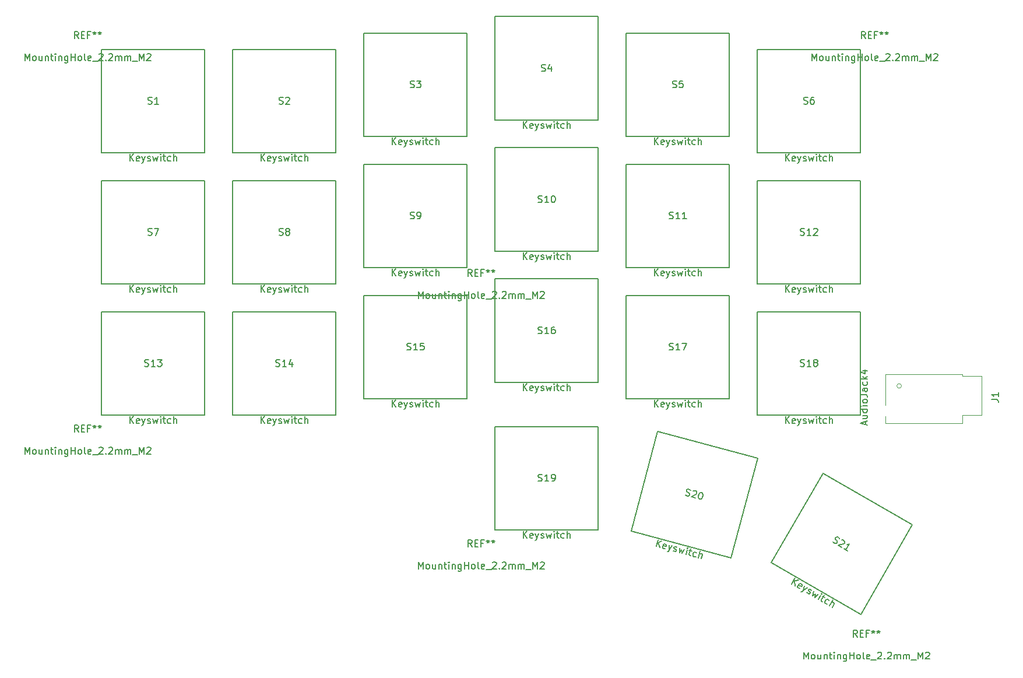
<source format=gbr>
G04 #@! TF.GenerationSoftware,KiCad,Pcbnew,8.0.4*
G04 #@! TF.CreationDate,2024-09-10T22:18:47+03:00*
G04 #@! TF.ProjectId,muikku42,6d75696b-6b75-4343-922e-6b696361645f,rev?*
G04 #@! TF.SameCoordinates,Original*
G04 #@! TF.FileFunction,AssemblyDrawing,Top*
%FSLAX46Y46*%
G04 Gerber Fmt 4.6, Leading zero omitted, Abs format (unit mm)*
G04 Created by KiCad (PCBNEW 8.0.4) date 2024-09-10 22:18:47*
%MOMM*%
%LPD*%
G01*
G04 APERTURE LIST*
%ADD10C,0.150000*%
%ADD11C,0.100000*%
%ADD12C,0.120000*%
G04 APERTURE END LIST*
D10*
X129945238Y-63478569D02*
X129945238Y-62478569D01*
X130516666Y-63478569D02*
X130088095Y-62907140D01*
X130516666Y-62478569D02*
X129945238Y-63049997D01*
X131326190Y-63430950D02*
X131230952Y-63478569D01*
X131230952Y-63478569D02*
X131040476Y-63478569D01*
X131040476Y-63478569D02*
X130945238Y-63430950D01*
X130945238Y-63430950D02*
X130897619Y-63335711D01*
X130897619Y-63335711D02*
X130897619Y-62954759D01*
X130897619Y-62954759D02*
X130945238Y-62859521D01*
X130945238Y-62859521D02*
X131040476Y-62811902D01*
X131040476Y-62811902D02*
X131230952Y-62811902D01*
X131230952Y-62811902D02*
X131326190Y-62859521D01*
X131326190Y-62859521D02*
X131373809Y-62954759D01*
X131373809Y-62954759D02*
X131373809Y-63049997D01*
X131373809Y-63049997D02*
X130897619Y-63145235D01*
X131707143Y-62811902D02*
X131945238Y-63478569D01*
X132183333Y-62811902D02*
X131945238Y-63478569D01*
X131945238Y-63478569D02*
X131850000Y-63716664D01*
X131850000Y-63716664D02*
X131802381Y-63764283D01*
X131802381Y-63764283D02*
X131707143Y-63811902D01*
X132516667Y-63430950D02*
X132611905Y-63478569D01*
X132611905Y-63478569D02*
X132802381Y-63478569D01*
X132802381Y-63478569D02*
X132897619Y-63430950D01*
X132897619Y-63430950D02*
X132945238Y-63335711D01*
X132945238Y-63335711D02*
X132945238Y-63288092D01*
X132945238Y-63288092D02*
X132897619Y-63192854D01*
X132897619Y-63192854D02*
X132802381Y-63145235D01*
X132802381Y-63145235D02*
X132659524Y-63145235D01*
X132659524Y-63145235D02*
X132564286Y-63097616D01*
X132564286Y-63097616D02*
X132516667Y-63002378D01*
X132516667Y-63002378D02*
X132516667Y-62954759D01*
X132516667Y-62954759D02*
X132564286Y-62859521D01*
X132564286Y-62859521D02*
X132659524Y-62811902D01*
X132659524Y-62811902D02*
X132802381Y-62811902D01*
X132802381Y-62811902D02*
X132897619Y-62859521D01*
X133278572Y-62811902D02*
X133469048Y-63478569D01*
X133469048Y-63478569D02*
X133659524Y-63002378D01*
X133659524Y-63002378D02*
X133850000Y-63478569D01*
X133850000Y-63478569D02*
X134040476Y-62811902D01*
X134421429Y-63478569D02*
X134421429Y-62811902D01*
X134421429Y-62478569D02*
X134373810Y-62526188D01*
X134373810Y-62526188D02*
X134421429Y-62573807D01*
X134421429Y-62573807D02*
X134469048Y-62526188D01*
X134469048Y-62526188D02*
X134421429Y-62478569D01*
X134421429Y-62478569D02*
X134421429Y-62573807D01*
X134754762Y-62811902D02*
X135135714Y-62811902D01*
X134897619Y-62478569D02*
X134897619Y-63335711D01*
X134897619Y-63335711D02*
X134945238Y-63430950D01*
X134945238Y-63430950D02*
X135040476Y-63478569D01*
X135040476Y-63478569D02*
X135135714Y-63478569D01*
X135897619Y-63430950D02*
X135802381Y-63478569D01*
X135802381Y-63478569D02*
X135611905Y-63478569D01*
X135611905Y-63478569D02*
X135516667Y-63430950D01*
X135516667Y-63430950D02*
X135469048Y-63383330D01*
X135469048Y-63383330D02*
X135421429Y-63288092D01*
X135421429Y-63288092D02*
X135421429Y-63002378D01*
X135421429Y-63002378D02*
X135469048Y-62907140D01*
X135469048Y-62907140D02*
X135516667Y-62859521D01*
X135516667Y-62859521D02*
X135611905Y-62811902D01*
X135611905Y-62811902D02*
X135802381Y-62811902D01*
X135802381Y-62811902D02*
X135897619Y-62859521D01*
X136326191Y-63478569D02*
X136326191Y-62478569D01*
X136754762Y-63478569D02*
X136754762Y-62954759D01*
X136754762Y-62954759D02*
X136707143Y-62859521D01*
X136707143Y-62859521D02*
X136611905Y-62811902D01*
X136611905Y-62811902D02*
X136469048Y-62811902D01*
X136469048Y-62811902D02*
X136373810Y-62859521D01*
X136373810Y-62859521D02*
X136326191Y-62907140D01*
X132588095Y-55175950D02*
X132730952Y-55223569D01*
X132730952Y-55223569D02*
X132969047Y-55223569D01*
X132969047Y-55223569D02*
X133064285Y-55175950D01*
X133064285Y-55175950D02*
X133111904Y-55128330D01*
X133111904Y-55128330D02*
X133159523Y-55033092D01*
X133159523Y-55033092D02*
X133159523Y-54937854D01*
X133159523Y-54937854D02*
X133111904Y-54842616D01*
X133111904Y-54842616D02*
X133064285Y-54794997D01*
X133064285Y-54794997D02*
X132969047Y-54747378D01*
X132969047Y-54747378D02*
X132778571Y-54699759D01*
X132778571Y-54699759D02*
X132683333Y-54652140D01*
X132683333Y-54652140D02*
X132635714Y-54604521D01*
X132635714Y-54604521D02*
X132588095Y-54509283D01*
X132588095Y-54509283D02*
X132588095Y-54414045D01*
X132588095Y-54414045D02*
X132635714Y-54318807D01*
X132635714Y-54318807D02*
X132683333Y-54271188D01*
X132683333Y-54271188D02*
X132778571Y-54223569D01*
X132778571Y-54223569D02*
X133016666Y-54223569D01*
X133016666Y-54223569D02*
X133159523Y-54271188D01*
X134064285Y-54223569D02*
X133588095Y-54223569D01*
X133588095Y-54223569D02*
X133540476Y-54699759D01*
X133540476Y-54699759D02*
X133588095Y-54652140D01*
X133588095Y-54652140D02*
X133683333Y-54604521D01*
X133683333Y-54604521D02*
X133921428Y-54604521D01*
X133921428Y-54604521D02*
X134016666Y-54652140D01*
X134016666Y-54652140D02*
X134064285Y-54699759D01*
X134064285Y-54699759D02*
X134111904Y-54794997D01*
X134111904Y-54794997D02*
X134111904Y-55033092D01*
X134111904Y-55033092D02*
X134064285Y-55128330D01*
X134064285Y-55128330D02*
X134016666Y-55175950D01*
X134016666Y-55175950D02*
X133921428Y-55223569D01*
X133921428Y-55223569D02*
X133683333Y-55223569D01*
X133683333Y-55223569D02*
X133588095Y-55175950D01*
X133588095Y-55175950D02*
X133540476Y-55128330D01*
X129945238Y-82528569D02*
X129945238Y-81528569D01*
X130516666Y-82528569D02*
X130088095Y-81957140D01*
X130516666Y-81528569D02*
X129945238Y-82099997D01*
X131326190Y-82480950D02*
X131230952Y-82528569D01*
X131230952Y-82528569D02*
X131040476Y-82528569D01*
X131040476Y-82528569D02*
X130945238Y-82480950D01*
X130945238Y-82480950D02*
X130897619Y-82385711D01*
X130897619Y-82385711D02*
X130897619Y-82004759D01*
X130897619Y-82004759D02*
X130945238Y-81909521D01*
X130945238Y-81909521D02*
X131040476Y-81861902D01*
X131040476Y-81861902D02*
X131230952Y-81861902D01*
X131230952Y-81861902D02*
X131326190Y-81909521D01*
X131326190Y-81909521D02*
X131373809Y-82004759D01*
X131373809Y-82004759D02*
X131373809Y-82099997D01*
X131373809Y-82099997D02*
X130897619Y-82195235D01*
X131707143Y-81861902D02*
X131945238Y-82528569D01*
X132183333Y-81861902D02*
X131945238Y-82528569D01*
X131945238Y-82528569D02*
X131850000Y-82766664D01*
X131850000Y-82766664D02*
X131802381Y-82814283D01*
X131802381Y-82814283D02*
X131707143Y-82861902D01*
X132516667Y-82480950D02*
X132611905Y-82528569D01*
X132611905Y-82528569D02*
X132802381Y-82528569D01*
X132802381Y-82528569D02*
X132897619Y-82480950D01*
X132897619Y-82480950D02*
X132945238Y-82385711D01*
X132945238Y-82385711D02*
X132945238Y-82338092D01*
X132945238Y-82338092D02*
X132897619Y-82242854D01*
X132897619Y-82242854D02*
X132802381Y-82195235D01*
X132802381Y-82195235D02*
X132659524Y-82195235D01*
X132659524Y-82195235D02*
X132564286Y-82147616D01*
X132564286Y-82147616D02*
X132516667Y-82052378D01*
X132516667Y-82052378D02*
X132516667Y-82004759D01*
X132516667Y-82004759D02*
X132564286Y-81909521D01*
X132564286Y-81909521D02*
X132659524Y-81861902D01*
X132659524Y-81861902D02*
X132802381Y-81861902D01*
X132802381Y-81861902D02*
X132897619Y-81909521D01*
X133278572Y-81861902D02*
X133469048Y-82528569D01*
X133469048Y-82528569D02*
X133659524Y-82052378D01*
X133659524Y-82052378D02*
X133850000Y-82528569D01*
X133850000Y-82528569D02*
X134040476Y-81861902D01*
X134421429Y-82528569D02*
X134421429Y-81861902D01*
X134421429Y-81528569D02*
X134373810Y-81576188D01*
X134373810Y-81576188D02*
X134421429Y-81623807D01*
X134421429Y-81623807D02*
X134469048Y-81576188D01*
X134469048Y-81576188D02*
X134421429Y-81528569D01*
X134421429Y-81528569D02*
X134421429Y-81623807D01*
X134754762Y-81861902D02*
X135135714Y-81861902D01*
X134897619Y-81528569D02*
X134897619Y-82385711D01*
X134897619Y-82385711D02*
X134945238Y-82480950D01*
X134945238Y-82480950D02*
X135040476Y-82528569D01*
X135040476Y-82528569D02*
X135135714Y-82528569D01*
X135897619Y-82480950D02*
X135802381Y-82528569D01*
X135802381Y-82528569D02*
X135611905Y-82528569D01*
X135611905Y-82528569D02*
X135516667Y-82480950D01*
X135516667Y-82480950D02*
X135469048Y-82433330D01*
X135469048Y-82433330D02*
X135421429Y-82338092D01*
X135421429Y-82338092D02*
X135421429Y-82052378D01*
X135421429Y-82052378D02*
X135469048Y-81957140D01*
X135469048Y-81957140D02*
X135516667Y-81909521D01*
X135516667Y-81909521D02*
X135611905Y-81861902D01*
X135611905Y-81861902D02*
X135802381Y-81861902D01*
X135802381Y-81861902D02*
X135897619Y-81909521D01*
X136326191Y-82528569D02*
X136326191Y-81528569D01*
X136754762Y-82528569D02*
X136754762Y-82004759D01*
X136754762Y-82004759D02*
X136707143Y-81909521D01*
X136707143Y-81909521D02*
X136611905Y-81861902D01*
X136611905Y-81861902D02*
X136469048Y-81861902D01*
X136469048Y-81861902D02*
X136373810Y-81909521D01*
X136373810Y-81909521D02*
X136326191Y-81957140D01*
X132111905Y-74225950D02*
X132254762Y-74273569D01*
X132254762Y-74273569D02*
X132492857Y-74273569D01*
X132492857Y-74273569D02*
X132588095Y-74225950D01*
X132588095Y-74225950D02*
X132635714Y-74178330D01*
X132635714Y-74178330D02*
X132683333Y-74083092D01*
X132683333Y-74083092D02*
X132683333Y-73987854D01*
X132683333Y-73987854D02*
X132635714Y-73892616D01*
X132635714Y-73892616D02*
X132588095Y-73844997D01*
X132588095Y-73844997D02*
X132492857Y-73797378D01*
X132492857Y-73797378D02*
X132302381Y-73749759D01*
X132302381Y-73749759D02*
X132207143Y-73702140D01*
X132207143Y-73702140D02*
X132159524Y-73654521D01*
X132159524Y-73654521D02*
X132111905Y-73559283D01*
X132111905Y-73559283D02*
X132111905Y-73464045D01*
X132111905Y-73464045D02*
X132159524Y-73368807D01*
X132159524Y-73368807D02*
X132207143Y-73321188D01*
X132207143Y-73321188D02*
X132302381Y-73273569D01*
X132302381Y-73273569D02*
X132540476Y-73273569D01*
X132540476Y-73273569D02*
X132683333Y-73321188D01*
X133635714Y-74273569D02*
X133064286Y-74273569D01*
X133350000Y-74273569D02*
X133350000Y-73273569D01*
X133350000Y-73273569D02*
X133254762Y-73416426D01*
X133254762Y-73416426D02*
X133159524Y-73511664D01*
X133159524Y-73511664D02*
X133064286Y-73559283D01*
X134588095Y-74273569D02*
X134016667Y-74273569D01*
X134302381Y-74273569D02*
X134302381Y-73273569D01*
X134302381Y-73273569D02*
X134207143Y-73416426D01*
X134207143Y-73416426D02*
X134111905Y-73511664D01*
X134111905Y-73511664D02*
X134016667Y-73559283D01*
X151615327Y-138195444D02*
X151615327Y-137195444D01*
X151615327Y-137195444D02*
X151948660Y-137909729D01*
X151948660Y-137909729D02*
X152281993Y-137195444D01*
X152281993Y-137195444D02*
X152281993Y-138195444D01*
X152901041Y-138195444D02*
X152805803Y-138147825D01*
X152805803Y-138147825D02*
X152758184Y-138100205D01*
X152758184Y-138100205D02*
X152710565Y-138004967D01*
X152710565Y-138004967D02*
X152710565Y-137719253D01*
X152710565Y-137719253D02*
X152758184Y-137624015D01*
X152758184Y-137624015D02*
X152805803Y-137576396D01*
X152805803Y-137576396D02*
X152901041Y-137528777D01*
X152901041Y-137528777D02*
X153043898Y-137528777D01*
X153043898Y-137528777D02*
X153139136Y-137576396D01*
X153139136Y-137576396D02*
X153186755Y-137624015D01*
X153186755Y-137624015D02*
X153234374Y-137719253D01*
X153234374Y-137719253D02*
X153234374Y-138004967D01*
X153234374Y-138004967D02*
X153186755Y-138100205D01*
X153186755Y-138100205D02*
X153139136Y-138147825D01*
X153139136Y-138147825D02*
X153043898Y-138195444D01*
X153043898Y-138195444D02*
X152901041Y-138195444D01*
X154091517Y-137528777D02*
X154091517Y-138195444D01*
X153662946Y-137528777D02*
X153662946Y-138052586D01*
X153662946Y-138052586D02*
X153710565Y-138147825D01*
X153710565Y-138147825D02*
X153805803Y-138195444D01*
X153805803Y-138195444D02*
X153948660Y-138195444D01*
X153948660Y-138195444D02*
X154043898Y-138147825D01*
X154043898Y-138147825D02*
X154091517Y-138100205D01*
X154567708Y-137528777D02*
X154567708Y-138195444D01*
X154567708Y-137624015D02*
X154615327Y-137576396D01*
X154615327Y-137576396D02*
X154710565Y-137528777D01*
X154710565Y-137528777D02*
X154853422Y-137528777D01*
X154853422Y-137528777D02*
X154948660Y-137576396D01*
X154948660Y-137576396D02*
X154996279Y-137671634D01*
X154996279Y-137671634D02*
X154996279Y-138195444D01*
X155329613Y-137528777D02*
X155710565Y-137528777D01*
X155472470Y-137195444D02*
X155472470Y-138052586D01*
X155472470Y-138052586D02*
X155520089Y-138147825D01*
X155520089Y-138147825D02*
X155615327Y-138195444D01*
X155615327Y-138195444D02*
X155710565Y-138195444D01*
X156043899Y-138195444D02*
X156043899Y-137528777D01*
X156043899Y-137195444D02*
X155996280Y-137243063D01*
X155996280Y-137243063D02*
X156043899Y-137290682D01*
X156043899Y-137290682D02*
X156091518Y-137243063D01*
X156091518Y-137243063D02*
X156043899Y-137195444D01*
X156043899Y-137195444D02*
X156043899Y-137290682D01*
X156520089Y-137528777D02*
X156520089Y-138195444D01*
X156520089Y-137624015D02*
X156567708Y-137576396D01*
X156567708Y-137576396D02*
X156662946Y-137528777D01*
X156662946Y-137528777D02*
X156805803Y-137528777D01*
X156805803Y-137528777D02*
X156901041Y-137576396D01*
X156901041Y-137576396D02*
X156948660Y-137671634D01*
X156948660Y-137671634D02*
X156948660Y-138195444D01*
X157853422Y-137528777D02*
X157853422Y-138338301D01*
X157853422Y-138338301D02*
X157805803Y-138433539D01*
X157805803Y-138433539D02*
X157758184Y-138481158D01*
X157758184Y-138481158D02*
X157662946Y-138528777D01*
X157662946Y-138528777D02*
X157520089Y-138528777D01*
X157520089Y-138528777D02*
X157424851Y-138481158D01*
X157853422Y-138147825D02*
X157758184Y-138195444D01*
X157758184Y-138195444D02*
X157567708Y-138195444D01*
X157567708Y-138195444D02*
X157472470Y-138147825D01*
X157472470Y-138147825D02*
X157424851Y-138100205D01*
X157424851Y-138100205D02*
X157377232Y-138004967D01*
X157377232Y-138004967D02*
X157377232Y-137719253D01*
X157377232Y-137719253D02*
X157424851Y-137624015D01*
X157424851Y-137624015D02*
X157472470Y-137576396D01*
X157472470Y-137576396D02*
X157567708Y-137528777D01*
X157567708Y-137528777D02*
X157758184Y-137528777D01*
X157758184Y-137528777D02*
X157853422Y-137576396D01*
X158329613Y-138195444D02*
X158329613Y-137195444D01*
X158329613Y-137671634D02*
X158901041Y-137671634D01*
X158901041Y-138195444D02*
X158901041Y-137195444D01*
X159520089Y-138195444D02*
X159424851Y-138147825D01*
X159424851Y-138147825D02*
X159377232Y-138100205D01*
X159377232Y-138100205D02*
X159329613Y-138004967D01*
X159329613Y-138004967D02*
X159329613Y-137719253D01*
X159329613Y-137719253D02*
X159377232Y-137624015D01*
X159377232Y-137624015D02*
X159424851Y-137576396D01*
X159424851Y-137576396D02*
X159520089Y-137528777D01*
X159520089Y-137528777D02*
X159662946Y-137528777D01*
X159662946Y-137528777D02*
X159758184Y-137576396D01*
X159758184Y-137576396D02*
X159805803Y-137624015D01*
X159805803Y-137624015D02*
X159853422Y-137719253D01*
X159853422Y-137719253D02*
X159853422Y-138004967D01*
X159853422Y-138004967D02*
X159805803Y-138100205D01*
X159805803Y-138100205D02*
X159758184Y-138147825D01*
X159758184Y-138147825D02*
X159662946Y-138195444D01*
X159662946Y-138195444D02*
X159520089Y-138195444D01*
X160424851Y-138195444D02*
X160329613Y-138147825D01*
X160329613Y-138147825D02*
X160281994Y-138052586D01*
X160281994Y-138052586D02*
X160281994Y-137195444D01*
X161186756Y-138147825D02*
X161091518Y-138195444D01*
X161091518Y-138195444D02*
X160901042Y-138195444D01*
X160901042Y-138195444D02*
X160805804Y-138147825D01*
X160805804Y-138147825D02*
X160758185Y-138052586D01*
X160758185Y-138052586D02*
X160758185Y-137671634D01*
X160758185Y-137671634D02*
X160805804Y-137576396D01*
X160805804Y-137576396D02*
X160901042Y-137528777D01*
X160901042Y-137528777D02*
X161091518Y-137528777D01*
X161091518Y-137528777D02*
X161186756Y-137576396D01*
X161186756Y-137576396D02*
X161234375Y-137671634D01*
X161234375Y-137671634D02*
X161234375Y-137766872D01*
X161234375Y-137766872D02*
X160758185Y-137862110D01*
X161424852Y-138290682D02*
X162186756Y-138290682D01*
X162377233Y-137290682D02*
X162424852Y-137243063D01*
X162424852Y-137243063D02*
X162520090Y-137195444D01*
X162520090Y-137195444D02*
X162758185Y-137195444D01*
X162758185Y-137195444D02*
X162853423Y-137243063D01*
X162853423Y-137243063D02*
X162901042Y-137290682D01*
X162901042Y-137290682D02*
X162948661Y-137385920D01*
X162948661Y-137385920D02*
X162948661Y-137481158D01*
X162948661Y-137481158D02*
X162901042Y-137624015D01*
X162901042Y-137624015D02*
X162329614Y-138195444D01*
X162329614Y-138195444D02*
X162948661Y-138195444D01*
X163377233Y-138100205D02*
X163424852Y-138147825D01*
X163424852Y-138147825D02*
X163377233Y-138195444D01*
X163377233Y-138195444D02*
X163329614Y-138147825D01*
X163329614Y-138147825D02*
X163377233Y-138100205D01*
X163377233Y-138100205D02*
X163377233Y-138195444D01*
X163805804Y-137290682D02*
X163853423Y-137243063D01*
X163853423Y-137243063D02*
X163948661Y-137195444D01*
X163948661Y-137195444D02*
X164186756Y-137195444D01*
X164186756Y-137195444D02*
X164281994Y-137243063D01*
X164281994Y-137243063D02*
X164329613Y-137290682D01*
X164329613Y-137290682D02*
X164377232Y-137385920D01*
X164377232Y-137385920D02*
X164377232Y-137481158D01*
X164377232Y-137481158D02*
X164329613Y-137624015D01*
X164329613Y-137624015D02*
X163758185Y-138195444D01*
X163758185Y-138195444D02*
X164377232Y-138195444D01*
X164805804Y-138195444D02*
X164805804Y-137528777D01*
X164805804Y-137624015D02*
X164853423Y-137576396D01*
X164853423Y-137576396D02*
X164948661Y-137528777D01*
X164948661Y-137528777D02*
X165091518Y-137528777D01*
X165091518Y-137528777D02*
X165186756Y-137576396D01*
X165186756Y-137576396D02*
X165234375Y-137671634D01*
X165234375Y-137671634D02*
X165234375Y-138195444D01*
X165234375Y-137671634D02*
X165281994Y-137576396D01*
X165281994Y-137576396D02*
X165377232Y-137528777D01*
X165377232Y-137528777D02*
X165520089Y-137528777D01*
X165520089Y-137528777D02*
X165615328Y-137576396D01*
X165615328Y-137576396D02*
X165662947Y-137671634D01*
X165662947Y-137671634D02*
X165662947Y-138195444D01*
X166139137Y-138195444D02*
X166139137Y-137528777D01*
X166139137Y-137624015D02*
X166186756Y-137576396D01*
X166186756Y-137576396D02*
X166281994Y-137528777D01*
X166281994Y-137528777D02*
X166424851Y-137528777D01*
X166424851Y-137528777D02*
X166520089Y-137576396D01*
X166520089Y-137576396D02*
X166567708Y-137671634D01*
X166567708Y-137671634D02*
X166567708Y-138195444D01*
X166567708Y-137671634D02*
X166615327Y-137576396D01*
X166615327Y-137576396D02*
X166710565Y-137528777D01*
X166710565Y-137528777D02*
X166853422Y-137528777D01*
X166853422Y-137528777D02*
X166948661Y-137576396D01*
X166948661Y-137576396D02*
X166996280Y-137671634D01*
X166996280Y-137671634D02*
X166996280Y-138195444D01*
X167234375Y-138290682D02*
X167996279Y-138290682D01*
X168234375Y-138195444D02*
X168234375Y-137195444D01*
X168234375Y-137195444D02*
X168567708Y-137909729D01*
X168567708Y-137909729D02*
X168901041Y-137195444D01*
X168901041Y-137195444D02*
X168901041Y-138195444D01*
X169329613Y-137290682D02*
X169377232Y-137243063D01*
X169377232Y-137243063D02*
X169472470Y-137195444D01*
X169472470Y-137195444D02*
X169710565Y-137195444D01*
X169710565Y-137195444D02*
X169805803Y-137243063D01*
X169805803Y-137243063D02*
X169853422Y-137290682D01*
X169853422Y-137290682D02*
X169901041Y-137385920D01*
X169901041Y-137385920D02*
X169901041Y-137481158D01*
X169901041Y-137481158D02*
X169853422Y-137624015D01*
X169853422Y-137624015D02*
X169281994Y-138195444D01*
X169281994Y-138195444D02*
X169901041Y-138195444D01*
X159401041Y-134995444D02*
X159067708Y-134519253D01*
X158829613Y-134995444D02*
X158829613Y-133995444D01*
X158829613Y-133995444D02*
X159210565Y-133995444D01*
X159210565Y-133995444D02*
X159305803Y-134043063D01*
X159305803Y-134043063D02*
X159353422Y-134090682D01*
X159353422Y-134090682D02*
X159401041Y-134185920D01*
X159401041Y-134185920D02*
X159401041Y-134328777D01*
X159401041Y-134328777D02*
X159353422Y-134424015D01*
X159353422Y-134424015D02*
X159305803Y-134471634D01*
X159305803Y-134471634D02*
X159210565Y-134519253D01*
X159210565Y-134519253D02*
X158829613Y-134519253D01*
X159829613Y-134471634D02*
X160162946Y-134471634D01*
X160305803Y-134995444D02*
X159829613Y-134995444D01*
X159829613Y-134995444D02*
X159829613Y-133995444D01*
X159829613Y-133995444D02*
X160305803Y-133995444D01*
X161067708Y-134471634D02*
X160734375Y-134471634D01*
X160734375Y-134995444D02*
X160734375Y-133995444D01*
X160734375Y-133995444D02*
X161210565Y-133995444D01*
X161734375Y-133995444D02*
X161734375Y-134233539D01*
X161496280Y-134138301D02*
X161734375Y-134233539D01*
X161734375Y-134233539D02*
X161972470Y-134138301D01*
X161591518Y-134424015D02*
X161734375Y-134233539D01*
X161734375Y-134233539D02*
X161877232Y-134424015D01*
X162496280Y-133995444D02*
X162496280Y-134233539D01*
X162258185Y-134138301D02*
X162496280Y-134233539D01*
X162496280Y-134233539D02*
X162734375Y-134138301D01*
X162353423Y-134424015D02*
X162496280Y-134233539D01*
X162496280Y-134233539D02*
X162639137Y-134424015D01*
X53745238Y-84909819D02*
X53745238Y-83909819D01*
X54316666Y-84909819D02*
X53888095Y-84338390D01*
X54316666Y-83909819D02*
X53745238Y-84481247D01*
X55126190Y-84862200D02*
X55030952Y-84909819D01*
X55030952Y-84909819D02*
X54840476Y-84909819D01*
X54840476Y-84909819D02*
X54745238Y-84862200D01*
X54745238Y-84862200D02*
X54697619Y-84766961D01*
X54697619Y-84766961D02*
X54697619Y-84386009D01*
X54697619Y-84386009D02*
X54745238Y-84290771D01*
X54745238Y-84290771D02*
X54840476Y-84243152D01*
X54840476Y-84243152D02*
X55030952Y-84243152D01*
X55030952Y-84243152D02*
X55126190Y-84290771D01*
X55126190Y-84290771D02*
X55173809Y-84386009D01*
X55173809Y-84386009D02*
X55173809Y-84481247D01*
X55173809Y-84481247D02*
X54697619Y-84576485D01*
X55507143Y-84243152D02*
X55745238Y-84909819D01*
X55983333Y-84243152D02*
X55745238Y-84909819D01*
X55745238Y-84909819D02*
X55650000Y-85147914D01*
X55650000Y-85147914D02*
X55602381Y-85195533D01*
X55602381Y-85195533D02*
X55507143Y-85243152D01*
X56316667Y-84862200D02*
X56411905Y-84909819D01*
X56411905Y-84909819D02*
X56602381Y-84909819D01*
X56602381Y-84909819D02*
X56697619Y-84862200D01*
X56697619Y-84862200D02*
X56745238Y-84766961D01*
X56745238Y-84766961D02*
X56745238Y-84719342D01*
X56745238Y-84719342D02*
X56697619Y-84624104D01*
X56697619Y-84624104D02*
X56602381Y-84576485D01*
X56602381Y-84576485D02*
X56459524Y-84576485D01*
X56459524Y-84576485D02*
X56364286Y-84528866D01*
X56364286Y-84528866D02*
X56316667Y-84433628D01*
X56316667Y-84433628D02*
X56316667Y-84386009D01*
X56316667Y-84386009D02*
X56364286Y-84290771D01*
X56364286Y-84290771D02*
X56459524Y-84243152D01*
X56459524Y-84243152D02*
X56602381Y-84243152D01*
X56602381Y-84243152D02*
X56697619Y-84290771D01*
X57078572Y-84243152D02*
X57269048Y-84909819D01*
X57269048Y-84909819D02*
X57459524Y-84433628D01*
X57459524Y-84433628D02*
X57650000Y-84909819D01*
X57650000Y-84909819D02*
X57840476Y-84243152D01*
X58221429Y-84909819D02*
X58221429Y-84243152D01*
X58221429Y-83909819D02*
X58173810Y-83957438D01*
X58173810Y-83957438D02*
X58221429Y-84005057D01*
X58221429Y-84005057D02*
X58269048Y-83957438D01*
X58269048Y-83957438D02*
X58221429Y-83909819D01*
X58221429Y-83909819D02*
X58221429Y-84005057D01*
X58554762Y-84243152D02*
X58935714Y-84243152D01*
X58697619Y-83909819D02*
X58697619Y-84766961D01*
X58697619Y-84766961D02*
X58745238Y-84862200D01*
X58745238Y-84862200D02*
X58840476Y-84909819D01*
X58840476Y-84909819D02*
X58935714Y-84909819D01*
X59697619Y-84862200D02*
X59602381Y-84909819D01*
X59602381Y-84909819D02*
X59411905Y-84909819D01*
X59411905Y-84909819D02*
X59316667Y-84862200D01*
X59316667Y-84862200D02*
X59269048Y-84814580D01*
X59269048Y-84814580D02*
X59221429Y-84719342D01*
X59221429Y-84719342D02*
X59221429Y-84433628D01*
X59221429Y-84433628D02*
X59269048Y-84338390D01*
X59269048Y-84338390D02*
X59316667Y-84290771D01*
X59316667Y-84290771D02*
X59411905Y-84243152D01*
X59411905Y-84243152D02*
X59602381Y-84243152D01*
X59602381Y-84243152D02*
X59697619Y-84290771D01*
X60126191Y-84909819D02*
X60126191Y-83909819D01*
X60554762Y-84909819D02*
X60554762Y-84386009D01*
X60554762Y-84386009D02*
X60507143Y-84290771D01*
X60507143Y-84290771D02*
X60411905Y-84243152D01*
X60411905Y-84243152D02*
X60269048Y-84243152D01*
X60269048Y-84243152D02*
X60173810Y-84290771D01*
X60173810Y-84290771D02*
X60126191Y-84338390D01*
X56388095Y-76607200D02*
X56530952Y-76654819D01*
X56530952Y-76654819D02*
X56769047Y-76654819D01*
X56769047Y-76654819D02*
X56864285Y-76607200D01*
X56864285Y-76607200D02*
X56911904Y-76559580D01*
X56911904Y-76559580D02*
X56959523Y-76464342D01*
X56959523Y-76464342D02*
X56959523Y-76369104D01*
X56959523Y-76369104D02*
X56911904Y-76273866D01*
X56911904Y-76273866D02*
X56864285Y-76226247D01*
X56864285Y-76226247D02*
X56769047Y-76178628D01*
X56769047Y-76178628D02*
X56578571Y-76131009D01*
X56578571Y-76131009D02*
X56483333Y-76083390D01*
X56483333Y-76083390D02*
X56435714Y-76035771D01*
X56435714Y-76035771D02*
X56388095Y-75940533D01*
X56388095Y-75940533D02*
X56388095Y-75845295D01*
X56388095Y-75845295D02*
X56435714Y-75750057D01*
X56435714Y-75750057D02*
X56483333Y-75702438D01*
X56483333Y-75702438D02*
X56578571Y-75654819D01*
X56578571Y-75654819D02*
X56816666Y-75654819D01*
X56816666Y-75654819D02*
X56959523Y-75702438D01*
X57292857Y-75654819D02*
X57959523Y-75654819D01*
X57959523Y-75654819D02*
X57530952Y-76654819D01*
X91845238Y-101578569D02*
X91845238Y-100578569D01*
X92416666Y-101578569D02*
X91988095Y-101007140D01*
X92416666Y-100578569D02*
X91845238Y-101149997D01*
X93226190Y-101530950D02*
X93130952Y-101578569D01*
X93130952Y-101578569D02*
X92940476Y-101578569D01*
X92940476Y-101578569D02*
X92845238Y-101530950D01*
X92845238Y-101530950D02*
X92797619Y-101435711D01*
X92797619Y-101435711D02*
X92797619Y-101054759D01*
X92797619Y-101054759D02*
X92845238Y-100959521D01*
X92845238Y-100959521D02*
X92940476Y-100911902D01*
X92940476Y-100911902D02*
X93130952Y-100911902D01*
X93130952Y-100911902D02*
X93226190Y-100959521D01*
X93226190Y-100959521D02*
X93273809Y-101054759D01*
X93273809Y-101054759D02*
X93273809Y-101149997D01*
X93273809Y-101149997D02*
X92797619Y-101245235D01*
X93607143Y-100911902D02*
X93845238Y-101578569D01*
X94083333Y-100911902D02*
X93845238Y-101578569D01*
X93845238Y-101578569D02*
X93750000Y-101816664D01*
X93750000Y-101816664D02*
X93702381Y-101864283D01*
X93702381Y-101864283D02*
X93607143Y-101911902D01*
X94416667Y-101530950D02*
X94511905Y-101578569D01*
X94511905Y-101578569D02*
X94702381Y-101578569D01*
X94702381Y-101578569D02*
X94797619Y-101530950D01*
X94797619Y-101530950D02*
X94845238Y-101435711D01*
X94845238Y-101435711D02*
X94845238Y-101388092D01*
X94845238Y-101388092D02*
X94797619Y-101292854D01*
X94797619Y-101292854D02*
X94702381Y-101245235D01*
X94702381Y-101245235D02*
X94559524Y-101245235D01*
X94559524Y-101245235D02*
X94464286Y-101197616D01*
X94464286Y-101197616D02*
X94416667Y-101102378D01*
X94416667Y-101102378D02*
X94416667Y-101054759D01*
X94416667Y-101054759D02*
X94464286Y-100959521D01*
X94464286Y-100959521D02*
X94559524Y-100911902D01*
X94559524Y-100911902D02*
X94702381Y-100911902D01*
X94702381Y-100911902D02*
X94797619Y-100959521D01*
X95178572Y-100911902D02*
X95369048Y-101578569D01*
X95369048Y-101578569D02*
X95559524Y-101102378D01*
X95559524Y-101102378D02*
X95750000Y-101578569D01*
X95750000Y-101578569D02*
X95940476Y-100911902D01*
X96321429Y-101578569D02*
X96321429Y-100911902D01*
X96321429Y-100578569D02*
X96273810Y-100626188D01*
X96273810Y-100626188D02*
X96321429Y-100673807D01*
X96321429Y-100673807D02*
X96369048Y-100626188D01*
X96369048Y-100626188D02*
X96321429Y-100578569D01*
X96321429Y-100578569D02*
X96321429Y-100673807D01*
X96654762Y-100911902D02*
X97035714Y-100911902D01*
X96797619Y-100578569D02*
X96797619Y-101435711D01*
X96797619Y-101435711D02*
X96845238Y-101530950D01*
X96845238Y-101530950D02*
X96940476Y-101578569D01*
X96940476Y-101578569D02*
X97035714Y-101578569D01*
X97797619Y-101530950D02*
X97702381Y-101578569D01*
X97702381Y-101578569D02*
X97511905Y-101578569D01*
X97511905Y-101578569D02*
X97416667Y-101530950D01*
X97416667Y-101530950D02*
X97369048Y-101483330D01*
X97369048Y-101483330D02*
X97321429Y-101388092D01*
X97321429Y-101388092D02*
X97321429Y-101102378D01*
X97321429Y-101102378D02*
X97369048Y-101007140D01*
X97369048Y-101007140D02*
X97416667Y-100959521D01*
X97416667Y-100959521D02*
X97511905Y-100911902D01*
X97511905Y-100911902D02*
X97702381Y-100911902D01*
X97702381Y-100911902D02*
X97797619Y-100959521D01*
X98226191Y-101578569D02*
X98226191Y-100578569D01*
X98654762Y-101578569D02*
X98654762Y-101054759D01*
X98654762Y-101054759D02*
X98607143Y-100959521D01*
X98607143Y-100959521D02*
X98511905Y-100911902D01*
X98511905Y-100911902D02*
X98369048Y-100911902D01*
X98369048Y-100911902D02*
X98273810Y-100959521D01*
X98273810Y-100959521D02*
X98226191Y-101007140D01*
X94011905Y-93275950D02*
X94154762Y-93323569D01*
X94154762Y-93323569D02*
X94392857Y-93323569D01*
X94392857Y-93323569D02*
X94488095Y-93275950D01*
X94488095Y-93275950D02*
X94535714Y-93228330D01*
X94535714Y-93228330D02*
X94583333Y-93133092D01*
X94583333Y-93133092D02*
X94583333Y-93037854D01*
X94583333Y-93037854D02*
X94535714Y-92942616D01*
X94535714Y-92942616D02*
X94488095Y-92894997D01*
X94488095Y-92894997D02*
X94392857Y-92847378D01*
X94392857Y-92847378D02*
X94202381Y-92799759D01*
X94202381Y-92799759D02*
X94107143Y-92752140D01*
X94107143Y-92752140D02*
X94059524Y-92704521D01*
X94059524Y-92704521D02*
X94011905Y-92609283D01*
X94011905Y-92609283D02*
X94011905Y-92514045D01*
X94011905Y-92514045D02*
X94059524Y-92418807D01*
X94059524Y-92418807D02*
X94107143Y-92371188D01*
X94107143Y-92371188D02*
X94202381Y-92323569D01*
X94202381Y-92323569D02*
X94440476Y-92323569D01*
X94440476Y-92323569D02*
X94583333Y-92371188D01*
X95535714Y-93323569D02*
X94964286Y-93323569D01*
X95250000Y-93323569D02*
X95250000Y-92323569D01*
X95250000Y-92323569D02*
X95154762Y-92466426D01*
X95154762Y-92466426D02*
X95059524Y-92561664D01*
X95059524Y-92561664D02*
X94964286Y-92609283D01*
X96440476Y-92323569D02*
X95964286Y-92323569D01*
X95964286Y-92323569D02*
X95916667Y-92799759D01*
X95916667Y-92799759D02*
X95964286Y-92752140D01*
X95964286Y-92752140D02*
X96059524Y-92704521D01*
X96059524Y-92704521D02*
X96297619Y-92704521D01*
X96297619Y-92704521D02*
X96392857Y-92752140D01*
X96392857Y-92752140D02*
X96440476Y-92799759D01*
X96440476Y-92799759D02*
X96488095Y-92894997D01*
X96488095Y-92894997D02*
X96488095Y-93133092D01*
X96488095Y-93133092D02*
X96440476Y-93228330D01*
X96440476Y-93228330D02*
X96392857Y-93275950D01*
X96392857Y-93275950D02*
X96297619Y-93323569D01*
X96297619Y-93323569D02*
X96059524Y-93323569D01*
X96059524Y-93323569D02*
X95964286Y-93275950D01*
X95964286Y-93275950D02*
X95916667Y-93228330D01*
X160585980Y-104147442D02*
X160585980Y-103671252D01*
X160871695Y-104242680D02*
X159871695Y-103909347D01*
X159871695Y-103909347D02*
X160871695Y-103576014D01*
X160205028Y-102814109D02*
X160871695Y-102814109D01*
X160205028Y-103242680D02*
X160728837Y-103242680D01*
X160728837Y-103242680D02*
X160824076Y-103195061D01*
X160824076Y-103195061D02*
X160871695Y-103099823D01*
X160871695Y-103099823D02*
X160871695Y-102956966D01*
X160871695Y-102956966D02*
X160824076Y-102861728D01*
X160824076Y-102861728D02*
X160776456Y-102814109D01*
X160871695Y-101909347D02*
X159871695Y-101909347D01*
X160824076Y-101909347D02*
X160871695Y-102004585D01*
X160871695Y-102004585D02*
X160871695Y-102195061D01*
X160871695Y-102195061D02*
X160824076Y-102290299D01*
X160824076Y-102290299D02*
X160776456Y-102337918D01*
X160776456Y-102337918D02*
X160681218Y-102385537D01*
X160681218Y-102385537D02*
X160395504Y-102385537D01*
X160395504Y-102385537D02*
X160300266Y-102337918D01*
X160300266Y-102337918D02*
X160252647Y-102290299D01*
X160252647Y-102290299D02*
X160205028Y-102195061D01*
X160205028Y-102195061D02*
X160205028Y-102004585D01*
X160205028Y-102004585D02*
X160252647Y-101909347D01*
X160871695Y-101433156D02*
X160205028Y-101433156D01*
X159871695Y-101433156D02*
X159919314Y-101480775D01*
X159919314Y-101480775D02*
X159966933Y-101433156D01*
X159966933Y-101433156D02*
X159919314Y-101385537D01*
X159919314Y-101385537D02*
X159871695Y-101433156D01*
X159871695Y-101433156D02*
X159966933Y-101433156D01*
X160871695Y-100814109D02*
X160824076Y-100909347D01*
X160824076Y-100909347D02*
X160776456Y-100956966D01*
X160776456Y-100956966D02*
X160681218Y-101004585D01*
X160681218Y-101004585D02*
X160395504Y-101004585D01*
X160395504Y-101004585D02*
X160300266Y-100956966D01*
X160300266Y-100956966D02*
X160252647Y-100909347D01*
X160252647Y-100909347D02*
X160205028Y-100814109D01*
X160205028Y-100814109D02*
X160205028Y-100671252D01*
X160205028Y-100671252D02*
X160252647Y-100576014D01*
X160252647Y-100576014D02*
X160300266Y-100528395D01*
X160300266Y-100528395D02*
X160395504Y-100480776D01*
X160395504Y-100480776D02*
X160681218Y-100480776D01*
X160681218Y-100480776D02*
X160776456Y-100528395D01*
X160776456Y-100528395D02*
X160824076Y-100576014D01*
X160824076Y-100576014D02*
X160871695Y-100671252D01*
X160871695Y-100671252D02*
X160871695Y-100814109D01*
X159871695Y-99766490D02*
X160585980Y-99766490D01*
X160585980Y-99766490D02*
X160728837Y-99814109D01*
X160728837Y-99814109D02*
X160824076Y-99909347D01*
X160824076Y-99909347D02*
X160871695Y-100052204D01*
X160871695Y-100052204D02*
X160871695Y-100147442D01*
X160871695Y-98861728D02*
X160347885Y-98861728D01*
X160347885Y-98861728D02*
X160252647Y-98909347D01*
X160252647Y-98909347D02*
X160205028Y-99004585D01*
X160205028Y-99004585D02*
X160205028Y-99195061D01*
X160205028Y-99195061D02*
X160252647Y-99290299D01*
X160824076Y-98861728D02*
X160871695Y-98956966D01*
X160871695Y-98956966D02*
X160871695Y-99195061D01*
X160871695Y-99195061D02*
X160824076Y-99290299D01*
X160824076Y-99290299D02*
X160728837Y-99337918D01*
X160728837Y-99337918D02*
X160633599Y-99337918D01*
X160633599Y-99337918D02*
X160538361Y-99290299D01*
X160538361Y-99290299D02*
X160490742Y-99195061D01*
X160490742Y-99195061D02*
X160490742Y-98956966D01*
X160490742Y-98956966D02*
X160443123Y-98861728D01*
X160824076Y-97956966D02*
X160871695Y-98052204D01*
X160871695Y-98052204D02*
X160871695Y-98242680D01*
X160871695Y-98242680D02*
X160824076Y-98337918D01*
X160824076Y-98337918D02*
X160776456Y-98385537D01*
X160776456Y-98385537D02*
X160681218Y-98433156D01*
X160681218Y-98433156D02*
X160395504Y-98433156D01*
X160395504Y-98433156D02*
X160300266Y-98385537D01*
X160300266Y-98385537D02*
X160252647Y-98337918D01*
X160252647Y-98337918D02*
X160205028Y-98242680D01*
X160205028Y-98242680D02*
X160205028Y-98052204D01*
X160205028Y-98052204D02*
X160252647Y-97956966D01*
X160871695Y-97528394D02*
X159871695Y-97528394D01*
X160490742Y-97433156D02*
X160871695Y-97147442D01*
X160205028Y-97147442D02*
X160585980Y-97528394D01*
X160205028Y-96290299D02*
X160871695Y-96290299D01*
X159824076Y-96528394D02*
X160538361Y-96766489D01*
X160538361Y-96766489D02*
X160538361Y-96147442D01*
X178921694Y-100504583D02*
X179635979Y-100504583D01*
X179635979Y-100504583D02*
X179778836Y-100552202D01*
X179778836Y-100552202D02*
X179874075Y-100647440D01*
X179874075Y-100647440D02*
X179921694Y-100790297D01*
X179921694Y-100790297D02*
X179921694Y-100885535D01*
X179921694Y-99504583D02*
X179921694Y-100076011D01*
X179921694Y-99790297D02*
X178921694Y-99790297D01*
X178921694Y-99790297D02*
X179064551Y-99885535D01*
X179064551Y-99885535D02*
X179159789Y-99980773D01*
X179159789Y-99980773D02*
X179207408Y-100076011D01*
X95655952Y-125098569D02*
X95655952Y-124098569D01*
X95655952Y-124098569D02*
X95989285Y-124812854D01*
X95989285Y-124812854D02*
X96322618Y-124098569D01*
X96322618Y-124098569D02*
X96322618Y-125098569D01*
X96941666Y-125098569D02*
X96846428Y-125050950D01*
X96846428Y-125050950D02*
X96798809Y-125003330D01*
X96798809Y-125003330D02*
X96751190Y-124908092D01*
X96751190Y-124908092D02*
X96751190Y-124622378D01*
X96751190Y-124622378D02*
X96798809Y-124527140D01*
X96798809Y-124527140D02*
X96846428Y-124479521D01*
X96846428Y-124479521D02*
X96941666Y-124431902D01*
X96941666Y-124431902D02*
X97084523Y-124431902D01*
X97084523Y-124431902D02*
X97179761Y-124479521D01*
X97179761Y-124479521D02*
X97227380Y-124527140D01*
X97227380Y-124527140D02*
X97274999Y-124622378D01*
X97274999Y-124622378D02*
X97274999Y-124908092D01*
X97274999Y-124908092D02*
X97227380Y-125003330D01*
X97227380Y-125003330D02*
X97179761Y-125050950D01*
X97179761Y-125050950D02*
X97084523Y-125098569D01*
X97084523Y-125098569D02*
X96941666Y-125098569D01*
X98132142Y-124431902D02*
X98132142Y-125098569D01*
X97703571Y-124431902D02*
X97703571Y-124955711D01*
X97703571Y-124955711D02*
X97751190Y-125050950D01*
X97751190Y-125050950D02*
X97846428Y-125098569D01*
X97846428Y-125098569D02*
X97989285Y-125098569D01*
X97989285Y-125098569D02*
X98084523Y-125050950D01*
X98084523Y-125050950D02*
X98132142Y-125003330D01*
X98608333Y-124431902D02*
X98608333Y-125098569D01*
X98608333Y-124527140D02*
X98655952Y-124479521D01*
X98655952Y-124479521D02*
X98751190Y-124431902D01*
X98751190Y-124431902D02*
X98894047Y-124431902D01*
X98894047Y-124431902D02*
X98989285Y-124479521D01*
X98989285Y-124479521D02*
X99036904Y-124574759D01*
X99036904Y-124574759D02*
X99036904Y-125098569D01*
X99370238Y-124431902D02*
X99751190Y-124431902D01*
X99513095Y-124098569D02*
X99513095Y-124955711D01*
X99513095Y-124955711D02*
X99560714Y-125050950D01*
X99560714Y-125050950D02*
X99655952Y-125098569D01*
X99655952Y-125098569D02*
X99751190Y-125098569D01*
X100084524Y-125098569D02*
X100084524Y-124431902D01*
X100084524Y-124098569D02*
X100036905Y-124146188D01*
X100036905Y-124146188D02*
X100084524Y-124193807D01*
X100084524Y-124193807D02*
X100132143Y-124146188D01*
X100132143Y-124146188D02*
X100084524Y-124098569D01*
X100084524Y-124098569D02*
X100084524Y-124193807D01*
X100560714Y-124431902D02*
X100560714Y-125098569D01*
X100560714Y-124527140D02*
X100608333Y-124479521D01*
X100608333Y-124479521D02*
X100703571Y-124431902D01*
X100703571Y-124431902D02*
X100846428Y-124431902D01*
X100846428Y-124431902D02*
X100941666Y-124479521D01*
X100941666Y-124479521D02*
X100989285Y-124574759D01*
X100989285Y-124574759D02*
X100989285Y-125098569D01*
X101894047Y-124431902D02*
X101894047Y-125241426D01*
X101894047Y-125241426D02*
X101846428Y-125336664D01*
X101846428Y-125336664D02*
X101798809Y-125384283D01*
X101798809Y-125384283D02*
X101703571Y-125431902D01*
X101703571Y-125431902D02*
X101560714Y-125431902D01*
X101560714Y-125431902D02*
X101465476Y-125384283D01*
X101894047Y-125050950D02*
X101798809Y-125098569D01*
X101798809Y-125098569D02*
X101608333Y-125098569D01*
X101608333Y-125098569D02*
X101513095Y-125050950D01*
X101513095Y-125050950D02*
X101465476Y-125003330D01*
X101465476Y-125003330D02*
X101417857Y-124908092D01*
X101417857Y-124908092D02*
X101417857Y-124622378D01*
X101417857Y-124622378D02*
X101465476Y-124527140D01*
X101465476Y-124527140D02*
X101513095Y-124479521D01*
X101513095Y-124479521D02*
X101608333Y-124431902D01*
X101608333Y-124431902D02*
X101798809Y-124431902D01*
X101798809Y-124431902D02*
X101894047Y-124479521D01*
X102370238Y-125098569D02*
X102370238Y-124098569D01*
X102370238Y-124574759D02*
X102941666Y-124574759D01*
X102941666Y-125098569D02*
X102941666Y-124098569D01*
X103560714Y-125098569D02*
X103465476Y-125050950D01*
X103465476Y-125050950D02*
X103417857Y-125003330D01*
X103417857Y-125003330D02*
X103370238Y-124908092D01*
X103370238Y-124908092D02*
X103370238Y-124622378D01*
X103370238Y-124622378D02*
X103417857Y-124527140D01*
X103417857Y-124527140D02*
X103465476Y-124479521D01*
X103465476Y-124479521D02*
X103560714Y-124431902D01*
X103560714Y-124431902D02*
X103703571Y-124431902D01*
X103703571Y-124431902D02*
X103798809Y-124479521D01*
X103798809Y-124479521D02*
X103846428Y-124527140D01*
X103846428Y-124527140D02*
X103894047Y-124622378D01*
X103894047Y-124622378D02*
X103894047Y-124908092D01*
X103894047Y-124908092D02*
X103846428Y-125003330D01*
X103846428Y-125003330D02*
X103798809Y-125050950D01*
X103798809Y-125050950D02*
X103703571Y-125098569D01*
X103703571Y-125098569D02*
X103560714Y-125098569D01*
X104465476Y-125098569D02*
X104370238Y-125050950D01*
X104370238Y-125050950D02*
X104322619Y-124955711D01*
X104322619Y-124955711D02*
X104322619Y-124098569D01*
X105227381Y-125050950D02*
X105132143Y-125098569D01*
X105132143Y-125098569D02*
X104941667Y-125098569D01*
X104941667Y-125098569D02*
X104846429Y-125050950D01*
X104846429Y-125050950D02*
X104798810Y-124955711D01*
X104798810Y-124955711D02*
X104798810Y-124574759D01*
X104798810Y-124574759D02*
X104846429Y-124479521D01*
X104846429Y-124479521D02*
X104941667Y-124431902D01*
X104941667Y-124431902D02*
X105132143Y-124431902D01*
X105132143Y-124431902D02*
X105227381Y-124479521D01*
X105227381Y-124479521D02*
X105275000Y-124574759D01*
X105275000Y-124574759D02*
X105275000Y-124669997D01*
X105275000Y-124669997D02*
X104798810Y-124765235D01*
X105465477Y-125193807D02*
X106227381Y-125193807D01*
X106417858Y-124193807D02*
X106465477Y-124146188D01*
X106465477Y-124146188D02*
X106560715Y-124098569D01*
X106560715Y-124098569D02*
X106798810Y-124098569D01*
X106798810Y-124098569D02*
X106894048Y-124146188D01*
X106894048Y-124146188D02*
X106941667Y-124193807D01*
X106941667Y-124193807D02*
X106989286Y-124289045D01*
X106989286Y-124289045D02*
X106989286Y-124384283D01*
X106989286Y-124384283D02*
X106941667Y-124527140D01*
X106941667Y-124527140D02*
X106370239Y-125098569D01*
X106370239Y-125098569D02*
X106989286Y-125098569D01*
X107417858Y-125003330D02*
X107465477Y-125050950D01*
X107465477Y-125050950D02*
X107417858Y-125098569D01*
X107417858Y-125098569D02*
X107370239Y-125050950D01*
X107370239Y-125050950D02*
X107417858Y-125003330D01*
X107417858Y-125003330D02*
X107417858Y-125098569D01*
X107846429Y-124193807D02*
X107894048Y-124146188D01*
X107894048Y-124146188D02*
X107989286Y-124098569D01*
X107989286Y-124098569D02*
X108227381Y-124098569D01*
X108227381Y-124098569D02*
X108322619Y-124146188D01*
X108322619Y-124146188D02*
X108370238Y-124193807D01*
X108370238Y-124193807D02*
X108417857Y-124289045D01*
X108417857Y-124289045D02*
X108417857Y-124384283D01*
X108417857Y-124384283D02*
X108370238Y-124527140D01*
X108370238Y-124527140D02*
X107798810Y-125098569D01*
X107798810Y-125098569D02*
X108417857Y-125098569D01*
X108846429Y-125098569D02*
X108846429Y-124431902D01*
X108846429Y-124527140D02*
X108894048Y-124479521D01*
X108894048Y-124479521D02*
X108989286Y-124431902D01*
X108989286Y-124431902D02*
X109132143Y-124431902D01*
X109132143Y-124431902D02*
X109227381Y-124479521D01*
X109227381Y-124479521D02*
X109275000Y-124574759D01*
X109275000Y-124574759D02*
X109275000Y-125098569D01*
X109275000Y-124574759D02*
X109322619Y-124479521D01*
X109322619Y-124479521D02*
X109417857Y-124431902D01*
X109417857Y-124431902D02*
X109560714Y-124431902D01*
X109560714Y-124431902D02*
X109655953Y-124479521D01*
X109655953Y-124479521D02*
X109703572Y-124574759D01*
X109703572Y-124574759D02*
X109703572Y-125098569D01*
X110179762Y-125098569D02*
X110179762Y-124431902D01*
X110179762Y-124527140D02*
X110227381Y-124479521D01*
X110227381Y-124479521D02*
X110322619Y-124431902D01*
X110322619Y-124431902D02*
X110465476Y-124431902D01*
X110465476Y-124431902D02*
X110560714Y-124479521D01*
X110560714Y-124479521D02*
X110608333Y-124574759D01*
X110608333Y-124574759D02*
X110608333Y-125098569D01*
X110608333Y-124574759D02*
X110655952Y-124479521D01*
X110655952Y-124479521D02*
X110751190Y-124431902D01*
X110751190Y-124431902D02*
X110894047Y-124431902D01*
X110894047Y-124431902D02*
X110989286Y-124479521D01*
X110989286Y-124479521D02*
X111036905Y-124574759D01*
X111036905Y-124574759D02*
X111036905Y-125098569D01*
X111275000Y-125193807D02*
X112036904Y-125193807D01*
X112275000Y-125098569D02*
X112275000Y-124098569D01*
X112275000Y-124098569D02*
X112608333Y-124812854D01*
X112608333Y-124812854D02*
X112941666Y-124098569D01*
X112941666Y-124098569D02*
X112941666Y-125098569D01*
X113370238Y-124193807D02*
X113417857Y-124146188D01*
X113417857Y-124146188D02*
X113513095Y-124098569D01*
X113513095Y-124098569D02*
X113751190Y-124098569D01*
X113751190Y-124098569D02*
X113846428Y-124146188D01*
X113846428Y-124146188D02*
X113894047Y-124193807D01*
X113894047Y-124193807D02*
X113941666Y-124289045D01*
X113941666Y-124289045D02*
X113941666Y-124384283D01*
X113941666Y-124384283D02*
X113894047Y-124527140D01*
X113894047Y-124527140D02*
X113322619Y-125098569D01*
X113322619Y-125098569D02*
X113941666Y-125098569D01*
X103441666Y-121898569D02*
X103108333Y-121422378D01*
X102870238Y-121898569D02*
X102870238Y-120898569D01*
X102870238Y-120898569D02*
X103251190Y-120898569D01*
X103251190Y-120898569D02*
X103346428Y-120946188D01*
X103346428Y-120946188D02*
X103394047Y-120993807D01*
X103394047Y-120993807D02*
X103441666Y-121089045D01*
X103441666Y-121089045D02*
X103441666Y-121231902D01*
X103441666Y-121231902D02*
X103394047Y-121327140D01*
X103394047Y-121327140D02*
X103346428Y-121374759D01*
X103346428Y-121374759D02*
X103251190Y-121422378D01*
X103251190Y-121422378D02*
X102870238Y-121422378D01*
X103870238Y-121374759D02*
X104203571Y-121374759D01*
X104346428Y-121898569D02*
X103870238Y-121898569D01*
X103870238Y-121898569D02*
X103870238Y-120898569D01*
X103870238Y-120898569D02*
X104346428Y-120898569D01*
X105108333Y-121374759D02*
X104775000Y-121374759D01*
X104775000Y-121898569D02*
X104775000Y-120898569D01*
X104775000Y-120898569D02*
X105251190Y-120898569D01*
X105775000Y-120898569D02*
X105775000Y-121136664D01*
X105536905Y-121041426D02*
X105775000Y-121136664D01*
X105775000Y-121136664D02*
X106013095Y-121041426D01*
X105632143Y-121327140D02*
X105775000Y-121136664D01*
X105775000Y-121136664D02*
X105917857Y-121327140D01*
X106536905Y-120898569D02*
X106536905Y-121136664D01*
X106298810Y-121041426D02*
X106536905Y-121136664D01*
X106536905Y-121136664D02*
X106775000Y-121041426D01*
X106394048Y-121327140D02*
X106536905Y-121136664D01*
X106536905Y-121136664D02*
X106679762Y-121327140D01*
X110895238Y-61097319D02*
X110895238Y-60097319D01*
X111466666Y-61097319D02*
X111038095Y-60525890D01*
X111466666Y-60097319D02*
X110895238Y-60668747D01*
X112276190Y-61049700D02*
X112180952Y-61097319D01*
X112180952Y-61097319D02*
X111990476Y-61097319D01*
X111990476Y-61097319D02*
X111895238Y-61049700D01*
X111895238Y-61049700D02*
X111847619Y-60954461D01*
X111847619Y-60954461D02*
X111847619Y-60573509D01*
X111847619Y-60573509D02*
X111895238Y-60478271D01*
X111895238Y-60478271D02*
X111990476Y-60430652D01*
X111990476Y-60430652D02*
X112180952Y-60430652D01*
X112180952Y-60430652D02*
X112276190Y-60478271D01*
X112276190Y-60478271D02*
X112323809Y-60573509D01*
X112323809Y-60573509D02*
X112323809Y-60668747D01*
X112323809Y-60668747D02*
X111847619Y-60763985D01*
X112657143Y-60430652D02*
X112895238Y-61097319D01*
X113133333Y-60430652D02*
X112895238Y-61097319D01*
X112895238Y-61097319D02*
X112800000Y-61335414D01*
X112800000Y-61335414D02*
X112752381Y-61383033D01*
X112752381Y-61383033D02*
X112657143Y-61430652D01*
X113466667Y-61049700D02*
X113561905Y-61097319D01*
X113561905Y-61097319D02*
X113752381Y-61097319D01*
X113752381Y-61097319D02*
X113847619Y-61049700D01*
X113847619Y-61049700D02*
X113895238Y-60954461D01*
X113895238Y-60954461D02*
X113895238Y-60906842D01*
X113895238Y-60906842D02*
X113847619Y-60811604D01*
X113847619Y-60811604D02*
X113752381Y-60763985D01*
X113752381Y-60763985D02*
X113609524Y-60763985D01*
X113609524Y-60763985D02*
X113514286Y-60716366D01*
X113514286Y-60716366D02*
X113466667Y-60621128D01*
X113466667Y-60621128D02*
X113466667Y-60573509D01*
X113466667Y-60573509D02*
X113514286Y-60478271D01*
X113514286Y-60478271D02*
X113609524Y-60430652D01*
X113609524Y-60430652D02*
X113752381Y-60430652D01*
X113752381Y-60430652D02*
X113847619Y-60478271D01*
X114228572Y-60430652D02*
X114419048Y-61097319D01*
X114419048Y-61097319D02*
X114609524Y-60621128D01*
X114609524Y-60621128D02*
X114800000Y-61097319D01*
X114800000Y-61097319D02*
X114990476Y-60430652D01*
X115371429Y-61097319D02*
X115371429Y-60430652D01*
X115371429Y-60097319D02*
X115323810Y-60144938D01*
X115323810Y-60144938D02*
X115371429Y-60192557D01*
X115371429Y-60192557D02*
X115419048Y-60144938D01*
X115419048Y-60144938D02*
X115371429Y-60097319D01*
X115371429Y-60097319D02*
X115371429Y-60192557D01*
X115704762Y-60430652D02*
X116085714Y-60430652D01*
X115847619Y-60097319D02*
X115847619Y-60954461D01*
X115847619Y-60954461D02*
X115895238Y-61049700D01*
X115895238Y-61049700D02*
X115990476Y-61097319D01*
X115990476Y-61097319D02*
X116085714Y-61097319D01*
X116847619Y-61049700D02*
X116752381Y-61097319D01*
X116752381Y-61097319D02*
X116561905Y-61097319D01*
X116561905Y-61097319D02*
X116466667Y-61049700D01*
X116466667Y-61049700D02*
X116419048Y-61002080D01*
X116419048Y-61002080D02*
X116371429Y-60906842D01*
X116371429Y-60906842D02*
X116371429Y-60621128D01*
X116371429Y-60621128D02*
X116419048Y-60525890D01*
X116419048Y-60525890D02*
X116466667Y-60478271D01*
X116466667Y-60478271D02*
X116561905Y-60430652D01*
X116561905Y-60430652D02*
X116752381Y-60430652D01*
X116752381Y-60430652D02*
X116847619Y-60478271D01*
X117276191Y-61097319D02*
X117276191Y-60097319D01*
X117704762Y-61097319D02*
X117704762Y-60573509D01*
X117704762Y-60573509D02*
X117657143Y-60478271D01*
X117657143Y-60478271D02*
X117561905Y-60430652D01*
X117561905Y-60430652D02*
X117419048Y-60430652D01*
X117419048Y-60430652D02*
X117323810Y-60478271D01*
X117323810Y-60478271D02*
X117276191Y-60525890D01*
X113538095Y-52794700D02*
X113680952Y-52842319D01*
X113680952Y-52842319D02*
X113919047Y-52842319D01*
X113919047Y-52842319D02*
X114014285Y-52794700D01*
X114014285Y-52794700D02*
X114061904Y-52747080D01*
X114061904Y-52747080D02*
X114109523Y-52651842D01*
X114109523Y-52651842D02*
X114109523Y-52556604D01*
X114109523Y-52556604D02*
X114061904Y-52461366D01*
X114061904Y-52461366D02*
X114014285Y-52413747D01*
X114014285Y-52413747D02*
X113919047Y-52366128D01*
X113919047Y-52366128D02*
X113728571Y-52318509D01*
X113728571Y-52318509D02*
X113633333Y-52270890D01*
X113633333Y-52270890D02*
X113585714Y-52223271D01*
X113585714Y-52223271D02*
X113538095Y-52128033D01*
X113538095Y-52128033D02*
X113538095Y-52032795D01*
X113538095Y-52032795D02*
X113585714Y-51937557D01*
X113585714Y-51937557D02*
X113633333Y-51889938D01*
X113633333Y-51889938D02*
X113728571Y-51842319D01*
X113728571Y-51842319D02*
X113966666Y-51842319D01*
X113966666Y-51842319D02*
X114109523Y-51889938D01*
X114966666Y-52175652D02*
X114966666Y-52842319D01*
X114728571Y-51794700D02*
X114490476Y-52508985D01*
X114490476Y-52508985D02*
X115109523Y-52508985D01*
X148995238Y-103959819D02*
X148995238Y-102959819D01*
X149566666Y-103959819D02*
X149138095Y-103388390D01*
X149566666Y-102959819D02*
X148995238Y-103531247D01*
X150376190Y-103912200D02*
X150280952Y-103959819D01*
X150280952Y-103959819D02*
X150090476Y-103959819D01*
X150090476Y-103959819D02*
X149995238Y-103912200D01*
X149995238Y-103912200D02*
X149947619Y-103816961D01*
X149947619Y-103816961D02*
X149947619Y-103436009D01*
X149947619Y-103436009D02*
X149995238Y-103340771D01*
X149995238Y-103340771D02*
X150090476Y-103293152D01*
X150090476Y-103293152D02*
X150280952Y-103293152D01*
X150280952Y-103293152D02*
X150376190Y-103340771D01*
X150376190Y-103340771D02*
X150423809Y-103436009D01*
X150423809Y-103436009D02*
X150423809Y-103531247D01*
X150423809Y-103531247D02*
X149947619Y-103626485D01*
X150757143Y-103293152D02*
X150995238Y-103959819D01*
X151233333Y-103293152D02*
X150995238Y-103959819D01*
X150995238Y-103959819D02*
X150900000Y-104197914D01*
X150900000Y-104197914D02*
X150852381Y-104245533D01*
X150852381Y-104245533D02*
X150757143Y-104293152D01*
X151566667Y-103912200D02*
X151661905Y-103959819D01*
X151661905Y-103959819D02*
X151852381Y-103959819D01*
X151852381Y-103959819D02*
X151947619Y-103912200D01*
X151947619Y-103912200D02*
X151995238Y-103816961D01*
X151995238Y-103816961D02*
X151995238Y-103769342D01*
X151995238Y-103769342D02*
X151947619Y-103674104D01*
X151947619Y-103674104D02*
X151852381Y-103626485D01*
X151852381Y-103626485D02*
X151709524Y-103626485D01*
X151709524Y-103626485D02*
X151614286Y-103578866D01*
X151614286Y-103578866D02*
X151566667Y-103483628D01*
X151566667Y-103483628D02*
X151566667Y-103436009D01*
X151566667Y-103436009D02*
X151614286Y-103340771D01*
X151614286Y-103340771D02*
X151709524Y-103293152D01*
X151709524Y-103293152D02*
X151852381Y-103293152D01*
X151852381Y-103293152D02*
X151947619Y-103340771D01*
X152328572Y-103293152D02*
X152519048Y-103959819D01*
X152519048Y-103959819D02*
X152709524Y-103483628D01*
X152709524Y-103483628D02*
X152900000Y-103959819D01*
X152900000Y-103959819D02*
X153090476Y-103293152D01*
X153471429Y-103959819D02*
X153471429Y-103293152D01*
X153471429Y-102959819D02*
X153423810Y-103007438D01*
X153423810Y-103007438D02*
X153471429Y-103055057D01*
X153471429Y-103055057D02*
X153519048Y-103007438D01*
X153519048Y-103007438D02*
X153471429Y-102959819D01*
X153471429Y-102959819D02*
X153471429Y-103055057D01*
X153804762Y-103293152D02*
X154185714Y-103293152D01*
X153947619Y-102959819D02*
X153947619Y-103816961D01*
X153947619Y-103816961D02*
X153995238Y-103912200D01*
X153995238Y-103912200D02*
X154090476Y-103959819D01*
X154090476Y-103959819D02*
X154185714Y-103959819D01*
X154947619Y-103912200D02*
X154852381Y-103959819D01*
X154852381Y-103959819D02*
X154661905Y-103959819D01*
X154661905Y-103959819D02*
X154566667Y-103912200D01*
X154566667Y-103912200D02*
X154519048Y-103864580D01*
X154519048Y-103864580D02*
X154471429Y-103769342D01*
X154471429Y-103769342D02*
X154471429Y-103483628D01*
X154471429Y-103483628D02*
X154519048Y-103388390D01*
X154519048Y-103388390D02*
X154566667Y-103340771D01*
X154566667Y-103340771D02*
X154661905Y-103293152D01*
X154661905Y-103293152D02*
X154852381Y-103293152D01*
X154852381Y-103293152D02*
X154947619Y-103340771D01*
X155376191Y-103959819D02*
X155376191Y-102959819D01*
X155804762Y-103959819D02*
X155804762Y-103436009D01*
X155804762Y-103436009D02*
X155757143Y-103340771D01*
X155757143Y-103340771D02*
X155661905Y-103293152D01*
X155661905Y-103293152D02*
X155519048Y-103293152D01*
X155519048Y-103293152D02*
X155423810Y-103340771D01*
X155423810Y-103340771D02*
X155376191Y-103388390D01*
X151161905Y-95657200D02*
X151304762Y-95704819D01*
X151304762Y-95704819D02*
X151542857Y-95704819D01*
X151542857Y-95704819D02*
X151638095Y-95657200D01*
X151638095Y-95657200D02*
X151685714Y-95609580D01*
X151685714Y-95609580D02*
X151733333Y-95514342D01*
X151733333Y-95514342D02*
X151733333Y-95419104D01*
X151733333Y-95419104D02*
X151685714Y-95323866D01*
X151685714Y-95323866D02*
X151638095Y-95276247D01*
X151638095Y-95276247D02*
X151542857Y-95228628D01*
X151542857Y-95228628D02*
X151352381Y-95181009D01*
X151352381Y-95181009D02*
X151257143Y-95133390D01*
X151257143Y-95133390D02*
X151209524Y-95085771D01*
X151209524Y-95085771D02*
X151161905Y-94990533D01*
X151161905Y-94990533D02*
X151161905Y-94895295D01*
X151161905Y-94895295D02*
X151209524Y-94800057D01*
X151209524Y-94800057D02*
X151257143Y-94752438D01*
X151257143Y-94752438D02*
X151352381Y-94704819D01*
X151352381Y-94704819D02*
X151590476Y-94704819D01*
X151590476Y-94704819D02*
X151733333Y-94752438D01*
X152685714Y-95704819D02*
X152114286Y-95704819D01*
X152400000Y-95704819D02*
X152400000Y-94704819D01*
X152400000Y-94704819D02*
X152304762Y-94847676D01*
X152304762Y-94847676D02*
X152209524Y-94942914D01*
X152209524Y-94942914D02*
X152114286Y-94990533D01*
X153257143Y-95133390D02*
X153161905Y-95085771D01*
X153161905Y-95085771D02*
X153114286Y-95038152D01*
X153114286Y-95038152D02*
X153066667Y-94942914D01*
X153066667Y-94942914D02*
X153066667Y-94895295D01*
X153066667Y-94895295D02*
X153114286Y-94800057D01*
X153114286Y-94800057D02*
X153161905Y-94752438D01*
X153161905Y-94752438D02*
X153257143Y-94704819D01*
X153257143Y-94704819D02*
X153447619Y-94704819D01*
X153447619Y-94704819D02*
X153542857Y-94752438D01*
X153542857Y-94752438D02*
X153590476Y-94800057D01*
X153590476Y-94800057D02*
X153638095Y-94895295D01*
X153638095Y-94895295D02*
X153638095Y-94942914D01*
X153638095Y-94942914D02*
X153590476Y-95038152D01*
X153590476Y-95038152D02*
X153542857Y-95085771D01*
X153542857Y-95085771D02*
X153447619Y-95133390D01*
X153447619Y-95133390D02*
X153257143Y-95133390D01*
X153257143Y-95133390D02*
X153161905Y-95181009D01*
X153161905Y-95181009D02*
X153114286Y-95228628D01*
X153114286Y-95228628D02*
X153066667Y-95323866D01*
X153066667Y-95323866D02*
X153066667Y-95514342D01*
X153066667Y-95514342D02*
X153114286Y-95609580D01*
X153114286Y-95609580D02*
X153161905Y-95657200D01*
X153161905Y-95657200D02*
X153257143Y-95704819D01*
X153257143Y-95704819D02*
X153447619Y-95704819D01*
X153447619Y-95704819D02*
X153542857Y-95657200D01*
X153542857Y-95657200D02*
X153590476Y-95609580D01*
X153590476Y-95609580D02*
X153638095Y-95514342D01*
X153638095Y-95514342D02*
X153638095Y-95323866D01*
X153638095Y-95323866D02*
X153590476Y-95228628D01*
X153590476Y-95228628D02*
X153542857Y-95181009D01*
X153542857Y-95181009D02*
X153447619Y-95133390D01*
X148995238Y-65859819D02*
X148995238Y-64859819D01*
X149566666Y-65859819D02*
X149138095Y-65288390D01*
X149566666Y-64859819D02*
X148995238Y-65431247D01*
X150376190Y-65812200D02*
X150280952Y-65859819D01*
X150280952Y-65859819D02*
X150090476Y-65859819D01*
X150090476Y-65859819D02*
X149995238Y-65812200D01*
X149995238Y-65812200D02*
X149947619Y-65716961D01*
X149947619Y-65716961D02*
X149947619Y-65336009D01*
X149947619Y-65336009D02*
X149995238Y-65240771D01*
X149995238Y-65240771D02*
X150090476Y-65193152D01*
X150090476Y-65193152D02*
X150280952Y-65193152D01*
X150280952Y-65193152D02*
X150376190Y-65240771D01*
X150376190Y-65240771D02*
X150423809Y-65336009D01*
X150423809Y-65336009D02*
X150423809Y-65431247D01*
X150423809Y-65431247D02*
X149947619Y-65526485D01*
X150757143Y-65193152D02*
X150995238Y-65859819D01*
X151233333Y-65193152D02*
X150995238Y-65859819D01*
X150995238Y-65859819D02*
X150900000Y-66097914D01*
X150900000Y-66097914D02*
X150852381Y-66145533D01*
X150852381Y-66145533D02*
X150757143Y-66193152D01*
X151566667Y-65812200D02*
X151661905Y-65859819D01*
X151661905Y-65859819D02*
X151852381Y-65859819D01*
X151852381Y-65859819D02*
X151947619Y-65812200D01*
X151947619Y-65812200D02*
X151995238Y-65716961D01*
X151995238Y-65716961D02*
X151995238Y-65669342D01*
X151995238Y-65669342D02*
X151947619Y-65574104D01*
X151947619Y-65574104D02*
X151852381Y-65526485D01*
X151852381Y-65526485D02*
X151709524Y-65526485D01*
X151709524Y-65526485D02*
X151614286Y-65478866D01*
X151614286Y-65478866D02*
X151566667Y-65383628D01*
X151566667Y-65383628D02*
X151566667Y-65336009D01*
X151566667Y-65336009D02*
X151614286Y-65240771D01*
X151614286Y-65240771D02*
X151709524Y-65193152D01*
X151709524Y-65193152D02*
X151852381Y-65193152D01*
X151852381Y-65193152D02*
X151947619Y-65240771D01*
X152328572Y-65193152D02*
X152519048Y-65859819D01*
X152519048Y-65859819D02*
X152709524Y-65383628D01*
X152709524Y-65383628D02*
X152900000Y-65859819D01*
X152900000Y-65859819D02*
X153090476Y-65193152D01*
X153471429Y-65859819D02*
X153471429Y-65193152D01*
X153471429Y-64859819D02*
X153423810Y-64907438D01*
X153423810Y-64907438D02*
X153471429Y-64955057D01*
X153471429Y-64955057D02*
X153519048Y-64907438D01*
X153519048Y-64907438D02*
X153471429Y-64859819D01*
X153471429Y-64859819D02*
X153471429Y-64955057D01*
X153804762Y-65193152D02*
X154185714Y-65193152D01*
X153947619Y-64859819D02*
X153947619Y-65716961D01*
X153947619Y-65716961D02*
X153995238Y-65812200D01*
X153995238Y-65812200D02*
X154090476Y-65859819D01*
X154090476Y-65859819D02*
X154185714Y-65859819D01*
X154947619Y-65812200D02*
X154852381Y-65859819D01*
X154852381Y-65859819D02*
X154661905Y-65859819D01*
X154661905Y-65859819D02*
X154566667Y-65812200D01*
X154566667Y-65812200D02*
X154519048Y-65764580D01*
X154519048Y-65764580D02*
X154471429Y-65669342D01*
X154471429Y-65669342D02*
X154471429Y-65383628D01*
X154471429Y-65383628D02*
X154519048Y-65288390D01*
X154519048Y-65288390D02*
X154566667Y-65240771D01*
X154566667Y-65240771D02*
X154661905Y-65193152D01*
X154661905Y-65193152D02*
X154852381Y-65193152D01*
X154852381Y-65193152D02*
X154947619Y-65240771D01*
X155376191Y-65859819D02*
X155376191Y-64859819D01*
X155804762Y-65859819D02*
X155804762Y-65336009D01*
X155804762Y-65336009D02*
X155757143Y-65240771D01*
X155757143Y-65240771D02*
X155661905Y-65193152D01*
X155661905Y-65193152D02*
X155519048Y-65193152D01*
X155519048Y-65193152D02*
X155423810Y-65240771D01*
X155423810Y-65240771D02*
X155376191Y-65288390D01*
X151638095Y-57557200D02*
X151780952Y-57604819D01*
X151780952Y-57604819D02*
X152019047Y-57604819D01*
X152019047Y-57604819D02*
X152114285Y-57557200D01*
X152114285Y-57557200D02*
X152161904Y-57509580D01*
X152161904Y-57509580D02*
X152209523Y-57414342D01*
X152209523Y-57414342D02*
X152209523Y-57319104D01*
X152209523Y-57319104D02*
X152161904Y-57223866D01*
X152161904Y-57223866D02*
X152114285Y-57176247D01*
X152114285Y-57176247D02*
X152019047Y-57128628D01*
X152019047Y-57128628D02*
X151828571Y-57081009D01*
X151828571Y-57081009D02*
X151733333Y-57033390D01*
X151733333Y-57033390D02*
X151685714Y-56985771D01*
X151685714Y-56985771D02*
X151638095Y-56890533D01*
X151638095Y-56890533D02*
X151638095Y-56795295D01*
X151638095Y-56795295D02*
X151685714Y-56700057D01*
X151685714Y-56700057D02*
X151733333Y-56652438D01*
X151733333Y-56652438D02*
X151828571Y-56604819D01*
X151828571Y-56604819D02*
X152066666Y-56604819D01*
X152066666Y-56604819D02*
X152209523Y-56652438D01*
X153066666Y-56604819D02*
X152876190Y-56604819D01*
X152876190Y-56604819D02*
X152780952Y-56652438D01*
X152780952Y-56652438D02*
X152733333Y-56700057D01*
X152733333Y-56700057D02*
X152638095Y-56842914D01*
X152638095Y-56842914D02*
X152590476Y-57033390D01*
X152590476Y-57033390D02*
X152590476Y-57414342D01*
X152590476Y-57414342D02*
X152638095Y-57509580D01*
X152638095Y-57509580D02*
X152685714Y-57557200D01*
X152685714Y-57557200D02*
X152780952Y-57604819D01*
X152780952Y-57604819D02*
X152971428Y-57604819D01*
X152971428Y-57604819D02*
X153066666Y-57557200D01*
X153066666Y-57557200D02*
X153114285Y-57509580D01*
X153114285Y-57509580D02*
X153161904Y-57414342D01*
X153161904Y-57414342D02*
X153161904Y-57176247D01*
X153161904Y-57176247D02*
X153114285Y-57081009D01*
X153114285Y-57081009D02*
X153066666Y-57033390D01*
X153066666Y-57033390D02*
X152971428Y-56985771D01*
X152971428Y-56985771D02*
X152780952Y-56985771D01*
X152780952Y-56985771D02*
X152685714Y-57033390D01*
X152685714Y-57033390D02*
X152638095Y-57081009D01*
X152638095Y-57081009D02*
X152590476Y-57176247D01*
X152805952Y-51279819D02*
X152805952Y-50279819D01*
X152805952Y-50279819D02*
X153139285Y-50994104D01*
X153139285Y-50994104D02*
X153472618Y-50279819D01*
X153472618Y-50279819D02*
X153472618Y-51279819D01*
X154091666Y-51279819D02*
X153996428Y-51232200D01*
X153996428Y-51232200D02*
X153948809Y-51184580D01*
X153948809Y-51184580D02*
X153901190Y-51089342D01*
X153901190Y-51089342D02*
X153901190Y-50803628D01*
X153901190Y-50803628D02*
X153948809Y-50708390D01*
X153948809Y-50708390D02*
X153996428Y-50660771D01*
X153996428Y-50660771D02*
X154091666Y-50613152D01*
X154091666Y-50613152D02*
X154234523Y-50613152D01*
X154234523Y-50613152D02*
X154329761Y-50660771D01*
X154329761Y-50660771D02*
X154377380Y-50708390D01*
X154377380Y-50708390D02*
X154424999Y-50803628D01*
X154424999Y-50803628D02*
X154424999Y-51089342D01*
X154424999Y-51089342D02*
X154377380Y-51184580D01*
X154377380Y-51184580D02*
X154329761Y-51232200D01*
X154329761Y-51232200D02*
X154234523Y-51279819D01*
X154234523Y-51279819D02*
X154091666Y-51279819D01*
X155282142Y-50613152D02*
X155282142Y-51279819D01*
X154853571Y-50613152D02*
X154853571Y-51136961D01*
X154853571Y-51136961D02*
X154901190Y-51232200D01*
X154901190Y-51232200D02*
X154996428Y-51279819D01*
X154996428Y-51279819D02*
X155139285Y-51279819D01*
X155139285Y-51279819D02*
X155234523Y-51232200D01*
X155234523Y-51232200D02*
X155282142Y-51184580D01*
X155758333Y-50613152D02*
X155758333Y-51279819D01*
X155758333Y-50708390D02*
X155805952Y-50660771D01*
X155805952Y-50660771D02*
X155901190Y-50613152D01*
X155901190Y-50613152D02*
X156044047Y-50613152D01*
X156044047Y-50613152D02*
X156139285Y-50660771D01*
X156139285Y-50660771D02*
X156186904Y-50756009D01*
X156186904Y-50756009D02*
X156186904Y-51279819D01*
X156520238Y-50613152D02*
X156901190Y-50613152D01*
X156663095Y-50279819D02*
X156663095Y-51136961D01*
X156663095Y-51136961D02*
X156710714Y-51232200D01*
X156710714Y-51232200D02*
X156805952Y-51279819D01*
X156805952Y-51279819D02*
X156901190Y-51279819D01*
X157234524Y-51279819D02*
X157234524Y-50613152D01*
X157234524Y-50279819D02*
X157186905Y-50327438D01*
X157186905Y-50327438D02*
X157234524Y-50375057D01*
X157234524Y-50375057D02*
X157282143Y-50327438D01*
X157282143Y-50327438D02*
X157234524Y-50279819D01*
X157234524Y-50279819D02*
X157234524Y-50375057D01*
X157710714Y-50613152D02*
X157710714Y-51279819D01*
X157710714Y-50708390D02*
X157758333Y-50660771D01*
X157758333Y-50660771D02*
X157853571Y-50613152D01*
X157853571Y-50613152D02*
X157996428Y-50613152D01*
X157996428Y-50613152D02*
X158091666Y-50660771D01*
X158091666Y-50660771D02*
X158139285Y-50756009D01*
X158139285Y-50756009D02*
X158139285Y-51279819D01*
X159044047Y-50613152D02*
X159044047Y-51422676D01*
X159044047Y-51422676D02*
X158996428Y-51517914D01*
X158996428Y-51517914D02*
X158948809Y-51565533D01*
X158948809Y-51565533D02*
X158853571Y-51613152D01*
X158853571Y-51613152D02*
X158710714Y-51613152D01*
X158710714Y-51613152D02*
X158615476Y-51565533D01*
X159044047Y-51232200D02*
X158948809Y-51279819D01*
X158948809Y-51279819D02*
X158758333Y-51279819D01*
X158758333Y-51279819D02*
X158663095Y-51232200D01*
X158663095Y-51232200D02*
X158615476Y-51184580D01*
X158615476Y-51184580D02*
X158567857Y-51089342D01*
X158567857Y-51089342D02*
X158567857Y-50803628D01*
X158567857Y-50803628D02*
X158615476Y-50708390D01*
X158615476Y-50708390D02*
X158663095Y-50660771D01*
X158663095Y-50660771D02*
X158758333Y-50613152D01*
X158758333Y-50613152D02*
X158948809Y-50613152D01*
X158948809Y-50613152D02*
X159044047Y-50660771D01*
X159520238Y-51279819D02*
X159520238Y-50279819D01*
X159520238Y-50756009D02*
X160091666Y-50756009D01*
X160091666Y-51279819D02*
X160091666Y-50279819D01*
X160710714Y-51279819D02*
X160615476Y-51232200D01*
X160615476Y-51232200D02*
X160567857Y-51184580D01*
X160567857Y-51184580D02*
X160520238Y-51089342D01*
X160520238Y-51089342D02*
X160520238Y-50803628D01*
X160520238Y-50803628D02*
X160567857Y-50708390D01*
X160567857Y-50708390D02*
X160615476Y-50660771D01*
X160615476Y-50660771D02*
X160710714Y-50613152D01*
X160710714Y-50613152D02*
X160853571Y-50613152D01*
X160853571Y-50613152D02*
X160948809Y-50660771D01*
X160948809Y-50660771D02*
X160996428Y-50708390D01*
X160996428Y-50708390D02*
X161044047Y-50803628D01*
X161044047Y-50803628D02*
X161044047Y-51089342D01*
X161044047Y-51089342D02*
X160996428Y-51184580D01*
X160996428Y-51184580D02*
X160948809Y-51232200D01*
X160948809Y-51232200D02*
X160853571Y-51279819D01*
X160853571Y-51279819D02*
X160710714Y-51279819D01*
X161615476Y-51279819D02*
X161520238Y-51232200D01*
X161520238Y-51232200D02*
X161472619Y-51136961D01*
X161472619Y-51136961D02*
X161472619Y-50279819D01*
X162377381Y-51232200D02*
X162282143Y-51279819D01*
X162282143Y-51279819D02*
X162091667Y-51279819D01*
X162091667Y-51279819D02*
X161996429Y-51232200D01*
X161996429Y-51232200D02*
X161948810Y-51136961D01*
X161948810Y-51136961D02*
X161948810Y-50756009D01*
X161948810Y-50756009D02*
X161996429Y-50660771D01*
X161996429Y-50660771D02*
X162091667Y-50613152D01*
X162091667Y-50613152D02*
X162282143Y-50613152D01*
X162282143Y-50613152D02*
X162377381Y-50660771D01*
X162377381Y-50660771D02*
X162425000Y-50756009D01*
X162425000Y-50756009D02*
X162425000Y-50851247D01*
X162425000Y-50851247D02*
X161948810Y-50946485D01*
X162615477Y-51375057D02*
X163377381Y-51375057D01*
X163567858Y-50375057D02*
X163615477Y-50327438D01*
X163615477Y-50327438D02*
X163710715Y-50279819D01*
X163710715Y-50279819D02*
X163948810Y-50279819D01*
X163948810Y-50279819D02*
X164044048Y-50327438D01*
X164044048Y-50327438D02*
X164091667Y-50375057D01*
X164091667Y-50375057D02*
X164139286Y-50470295D01*
X164139286Y-50470295D02*
X164139286Y-50565533D01*
X164139286Y-50565533D02*
X164091667Y-50708390D01*
X164091667Y-50708390D02*
X163520239Y-51279819D01*
X163520239Y-51279819D02*
X164139286Y-51279819D01*
X164567858Y-51184580D02*
X164615477Y-51232200D01*
X164615477Y-51232200D02*
X164567858Y-51279819D01*
X164567858Y-51279819D02*
X164520239Y-51232200D01*
X164520239Y-51232200D02*
X164567858Y-51184580D01*
X164567858Y-51184580D02*
X164567858Y-51279819D01*
X164996429Y-50375057D02*
X165044048Y-50327438D01*
X165044048Y-50327438D02*
X165139286Y-50279819D01*
X165139286Y-50279819D02*
X165377381Y-50279819D01*
X165377381Y-50279819D02*
X165472619Y-50327438D01*
X165472619Y-50327438D02*
X165520238Y-50375057D01*
X165520238Y-50375057D02*
X165567857Y-50470295D01*
X165567857Y-50470295D02*
X165567857Y-50565533D01*
X165567857Y-50565533D02*
X165520238Y-50708390D01*
X165520238Y-50708390D02*
X164948810Y-51279819D01*
X164948810Y-51279819D02*
X165567857Y-51279819D01*
X165996429Y-51279819D02*
X165996429Y-50613152D01*
X165996429Y-50708390D02*
X166044048Y-50660771D01*
X166044048Y-50660771D02*
X166139286Y-50613152D01*
X166139286Y-50613152D02*
X166282143Y-50613152D01*
X166282143Y-50613152D02*
X166377381Y-50660771D01*
X166377381Y-50660771D02*
X166425000Y-50756009D01*
X166425000Y-50756009D02*
X166425000Y-51279819D01*
X166425000Y-50756009D02*
X166472619Y-50660771D01*
X166472619Y-50660771D02*
X166567857Y-50613152D01*
X166567857Y-50613152D02*
X166710714Y-50613152D01*
X166710714Y-50613152D02*
X166805953Y-50660771D01*
X166805953Y-50660771D02*
X166853572Y-50756009D01*
X166853572Y-50756009D02*
X166853572Y-51279819D01*
X167329762Y-51279819D02*
X167329762Y-50613152D01*
X167329762Y-50708390D02*
X167377381Y-50660771D01*
X167377381Y-50660771D02*
X167472619Y-50613152D01*
X167472619Y-50613152D02*
X167615476Y-50613152D01*
X167615476Y-50613152D02*
X167710714Y-50660771D01*
X167710714Y-50660771D02*
X167758333Y-50756009D01*
X167758333Y-50756009D02*
X167758333Y-51279819D01*
X167758333Y-50756009D02*
X167805952Y-50660771D01*
X167805952Y-50660771D02*
X167901190Y-50613152D01*
X167901190Y-50613152D02*
X168044047Y-50613152D01*
X168044047Y-50613152D02*
X168139286Y-50660771D01*
X168139286Y-50660771D02*
X168186905Y-50756009D01*
X168186905Y-50756009D02*
X168186905Y-51279819D01*
X168425000Y-51375057D02*
X169186904Y-51375057D01*
X169425000Y-51279819D02*
X169425000Y-50279819D01*
X169425000Y-50279819D02*
X169758333Y-50994104D01*
X169758333Y-50994104D02*
X170091666Y-50279819D01*
X170091666Y-50279819D02*
X170091666Y-51279819D01*
X170520238Y-50375057D02*
X170567857Y-50327438D01*
X170567857Y-50327438D02*
X170663095Y-50279819D01*
X170663095Y-50279819D02*
X170901190Y-50279819D01*
X170901190Y-50279819D02*
X170996428Y-50327438D01*
X170996428Y-50327438D02*
X171044047Y-50375057D01*
X171044047Y-50375057D02*
X171091666Y-50470295D01*
X171091666Y-50470295D02*
X171091666Y-50565533D01*
X171091666Y-50565533D02*
X171044047Y-50708390D01*
X171044047Y-50708390D02*
X170472619Y-51279819D01*
X170472619Y-51279819D02*
X171091666Y-51279819D01*
X160591666Y-48079819D02*
X160258333Y-47603628D01*
X160020238Y-48079819D02*
X160020238Y-47079819D01*
X160020238Y-47079819D02*
X160401190Y-47079819D01*
X160401190Y-47079819D02*
X160496428Y-47127438D01*
X160496428Y-47127438D02*
X160544047Y-47175057D01*
X160544047Y-47175057D02*
X160591666Y-47270295D01*
X160591666Y-47270295D02*
X160591666Y-47413152D01*
X160591666Y-47413152D02*
X160544047Y-47508390D01*
X160544047Y-47508390D02*
X160496428Y-47556009D01*
X160496428Y-47556009D02*
X160401190Y-47603628D01*
X160401190Y-47603628D02*
X160020238Y-47603628D01*
X161020238Y-47556009D02*
X161353571Y-47556009D01*
X161496428Y-48079819D02*
X161020238Y-48079819D01*
X161020238Y-48079819D02*
X161020238Y-47079819D01*
X161020238Y-47079819D02*
X161496428Y-47079819D01*
X162258333Y-47556009D02*
X161925000Y-47556009D01*
X161925000Y-48079819D02*
X161925000Y-47079819D01*
X161925000Y-47079819D02*
X162401190Y-47079819D01*
X162925000Y-47079819D02*
X162925000Y-47317914D01*
X162686905Y-47222676D02*
X162925000Y-47317914D01*
X162925000Y-47317914D02*
X163163095Y-47222676D01*
X162782143Y-47508390D02*
X162925000Y-47317914D01*
X162925000Y-47317914D02*
X163067857Y-47508390D01*
X163686905Y-47079819D02*
X163686905Y-47317914D01*
X163448810Y-47222676D02*
X163686905Y-47317914D01*
X163686905Y-47317914D02*
X163925000Y-47222676D01*
X163544048Y-47508390D02*
X163686905Y-47317914D01*
X163686905Y-47317914D02*
X163829762Y-47508390D01*
X129945238Y-101578569D02*
X129945238Y-100578569D01*
X130516666Y-101578569D02*
X130088095Y-101007140D01*
X130516666Y-100578569D02*
X129945238Y-101149997D01*
X131326190Y-101530950D02*
X131230952Y-101578569D01*
X131230952Y-101578569D02*
X131040476Y-101578569D01*
X131040476Y-101578569D02*
X130945238Y-101530950D01*
X130945238Y-101530950D02*
X130897619Y-101435711D01*
X130897619Y-101435711D02*
X130897619Y-101054759D01*
X130897619Y-101054759D02*
X130945238Y-100959521D01*
X130945238Y-100959521D02*
X131040476Y-100911902D01*
X131040476Y-100911902D02*
X131230952Y-100911902D01*
X131230952Y-100911902D02*
X131326190Y-100959521D01*
X131326190Y-100959521D02*
X131373809Y-101054759D01*
X131373809Y-101054759D02*
X131373809Y-101149997D01*
X131373809Y-101149997D02*
X130897619Y-101245235D01*
X131707143Y-100911902D02*
X131945238Y-101578569D01*
X132183333Y-100911902D02*
X131945238Y-101578569D01*
X131945238Y-101578569D02*
X131850000Y-101816664D01*
X131850000Y-101816664D02*
X131802381Y-101864283D01*
X131802381Y-101864283D02*
X131707143Y-101911902D01*
X132516667Y-101530950D02*
X132611905Y-101578569D01*
X132611905Y-101578569D02*
X132802381Y-101578569D01*
X132802381Y-101578569D02*
X132897619Y-101530950D01*
X132897619Y-101530950D02*
X132945238Y-101435711D01*
X132945238Y-101435711D02*
X132945238Y-101388092D01*
X132945238Y-101388092D02*
X132897619Y-101292854D01*
X132897619Y-101292854D02*
X132802381Y-101245235D01*
X132802381Y-101245235D02*
X132659524Y-101245235D01*
X132659524Y-101245235D02*
X132564286Y-101197616D01*
X132564286Y-101197616D02*
X132516667Y-101102378D01*
X132516667Y-101102378D02*
X132516667Y-101054759D01*
X132516667Y-101054759D02*
X132564286Y-100959521D01*
X132564286Y-100959521D02*
X132659524Y-100911902D01*
X132659524Y-100911902D02*
X132802381Y-100911902D01*
X132802381Y-100911902D02*
X132897619Y-100959521D01*
X133278572Y-100911902D02*
X133469048Y-101578569D01*
X133469048Y-101578569D02*
X133659524Y-101102378D01*
X133659524Y-101102378D02*
X133850000Y-101578569D01*
X133850000Y-101578569D02*
X134040476Y-100911902D01*
X134421429Y-101578569D02*
X134421429Y-100911902D01*
X134421429Y-100578569D02*
X134373810Y-100626188D01*
X134373810Y-100626188D02*
X134421429Y-100673807D01*
X134421429Y-100673807D02*
X134469048Y-100626188D01*
X134469048Y-100626188D02*
X134421429Y-100578569D01*
X134421429Y-100578569D02*
X134421429Y-100673807D01*
X134754762Y-100911902D02*
X135135714Y-100911902D01*
X134897619Y-100578569D02*
X134897619Y-101435711D01*
X134897619Y-101435711D02*
X134945238Y-101530950D01*
X134945238Y-101530950D02*
X135040476Y-101578569D01*
X135040476Y-101578569D02*
X135135714Y-101578569D01*
X135897619Y-101530950D02*
X135802381Y-101578569D01*
X135802381Y-101578569D02*
X135611905Y-101578569D01*
X135611905Y-101578569D02*
X135516667Y-101530950D01*
X135516667Y-101530950D02*
X135469048Y-101483330D01*
X135469048Y-101483330D02*
X135421429Y-101388092D01*
X135421429Y-101388092D02*
X135421429Y-101102378D01*
X135421429Y-101102378D02*
X135469048Y-101007140D01*
X135469048Y-101007140D02*
X135516667Y-100959521D01*
X135516667Y-100959521D02*
X135611905Y-100911902D01*
X135611905Y-100911902D02*
X135802381Y-100911902D01*
X135802381Y-100911902D02*
X135897619Y-100959521D01*
X136326191Y-101578569D02*
X136326191Y-100578569D01*
X136754762Y-101578569D02*
X136754762Y-101054759D01*
X136754762Y-101054759D02*
X136707143Y-100959521D01*
X136707143Y-100959521D02*
X136611905Y-100911902D01*
X136611905Y-100911902D02*
X136469048Y-100911902D01*
X136469048Y-100911902D02*
X136373810Y-100959521D01*
X136373810Y-100959521D02*
X136326191Y-101007140D01*
X132111905Y-93275950D02*
X132254762Y-93323569D01*
X132254762Y-93323569D02*
X132492857Y-93323569D01*
X132492857Y-93323569D02*
X132588095Y-93275950D01*
X132588095Y-93275950D02*
X132635714Y-93228330D01*
X132635714Y-93228330D02*
X132683333Y-93133092D01*
X132683333Y-93133092D02*
X132683333Y-93037854D01*
X132683333Y-93037854D02*
X132635714Y-92942616D01*
X132635714Y-92942616D02*
X132588095Y-92894997D01*
X132588095Y-92894997D02*
X132492857Y-92847378D01*
X132492857Y-92847378D02*
X132302381Y-92799759D01*
X132302381Y-92799759D02*
X132207143Y-92752140D01*
X132207143Y-92752140D02*
X132159524Y-92704521D01*
X132159524Y-92704521D02*
X132111905Y-92609283D01*
X132111905Y-92609283D02*
X132111905Y-92514045D01*
X132111905Y-92514045D02*
X132159524Y-92418807D01*
X132159524Y-92418807D02*
X132207143Y-92371188D01*
X132207143Y-92371188D02*
X132302381Y-92323569D01*
X132302381Y-92323569D02*
X132540476Y-92323569D01*
X132540476Y-92323569D02*
X132683333Y-92371188D01*
X133635714Y-93323569D02*
X133064286Y-93323569D01*
X133350000Y-93323569D02*
X133350000Y-92323569D01*
X133350000Y-92323569D02*
X133254762Y-92466426D01*
X133254762Y-92466426D02*
X133159524Y-92561664D01*
X133159524Y-92561664D02*
X133064286Y-92609283D01*
X133969048Y-92323569D02*
X134635714Y-92323569D01*
X134635714Y-92323569D02*
X134207143Y-93323569D01*
X72795238Y-103959819D02*
X72795238Y-102959819D01*
X73366666Y-103959819D02*
X72938095Y-103388390D01*
X73366666Y-102959819D02*
X72795238Y-103531247D01*
X74176190Y-103912200D02*
X74080952Y-103959819D01*
X74080952Y-103959819D02*
X73890476Y-103959819D01*
X73890476Y-103959819D02*
X73795238Y-103912200D01*
X73795238Y-103912200D02*
X73747619Y-103816961D01*
X73747619Y-103816961D02*
X73747619Y-103436009D01*
X73747619Y-103436009D02*
X73795238Y-103340771D01*
X73795238Y-103340771D02*
X73890476Y-103293152D01*
X73890476Y-103293152D02*
X74080952Y-103293152D01*
X74080952Y-103293152D02*
X74176190Y-103340771D01*
X74176190Y-103340771D02*
X74223809Y-103436009D01*
X74223809Y-103436009D02*
X74223809Y-103531247D01*
X74223809Y-103531247D02*
X73747619Y-103626485D01*
X74557143Y-103293152D02*
X74795238Y-103959819D01*
X75033333Y-103293152D02*
X74795238Y-103959819D01*
X74795238Y-103959819D02*
X74700000Y-104197914D01*
X74700000Y-104197914D02*
X74652381Y-104245533D01*
X74652381Y-104245533D02*
X74557143Y-104293152D01*
X75366667Y-103912200D02*
X75461905Y-103959819D01*
X75461905Y-103959819D02*
X75652381Y-103959819D01*
X75652381Y-103959819D02*
X75747619Y-103912200D01*
X75747619Y-103912200D02*
X75795238Y-103816961D01*
X75795238Y-103816961D02*
X75795238Y-103769342D01*
X75795238Y-103769342D02*
X75747619Y-103674104D01*
X75747619Y-103674104D02*
X75652381Y-103626485D01*
X75652381Y-103626485D02*
X75509524Y-103626485D01*
X75509524Y-103626485D02*
X75414286Y-103578866D01*
X75414286Y-103578866D02*
X75366667Y-103483628D01*
X75366667Y-103483628D02*
X75366667Y-103436009D01*
X75366667Y-103436009D02*
X75414286Y-103340771D01*
X75414286Y-103340771D02*
X75509524Y-103293152D01*
X75509524Y-103293152D02*
X75652381Y-103293152D01*
X75652381Y-103293152D02*
X75747619Y-103340771D01*
X76128572Y-103293152D02*
X76319048Y-103959819D01*
X76319048Y-103959819D02*
X76509524Y-103483628D01*
X76509524Y-103483628D02*
X76700000Y-103959819D01*
X76700000Y-103959819D02*
X76890476Y-103293152D01*
X77271429Y-103959819D02*
X77271429Y-103293152D01*
X77271429Y-102959819D02*
X77223810Y-103007438D01*
X77223810Y-103007438D02*
X77271429Y-103055057D01*
X77271429Y-103055057D02*
X77319048Y-103007438D01*
X77319048Y-103007438D02*
X77271429Y-102959819D01*
X77271429Y-102959819D02*
X77271429Y-103055057D01*
X77604762Y-103293152D02*
X77985714Y-103293152D01*
X77747619Y-102959819D02*
X77747619Y-103816961D01*
X77747619Y-103816961D02*
X77795238Y-103912200D01*
X77795238Y-103912200D02*
X77890476Y-103959819D01*
X77890476Y-103959819D02*
X77985714Y-103959819D01*
X78747619Y-103912200D02*
X78652381Y-103959819D01*
X78652381Y-103959819D02*
X78461905Y-103959819D01*
X78461905Y-103959819D02*
X78366667Y-103912200D01*
X78366667Y-103912200D02*
X78319048Y-103864580D01*
X78319048Y-103864580D02*
X78271429Y-103769342D01*
X78271429Y-103769342D02*
X78271429Y-103483628D01*
X78271429Y-103483628D02*
X78319048Y-103388390D01*
X78319048Y-103388390D02*
X78366667Y-103340771D01*
X78366667Y-103340771D02*
X78461905Y-103293152D01*
X78461905Y-103293152D02*
X78652381Y-103293152D01*
X78652381Y-103293152D02*
X78747619Y-103340771D01*
X79176191Y-103959819D02*
X79176191Y-102959819D01*
X79604762Y-103959819D02*
X79604762Y-103436009D01*
X79604762Y-103436009D02*
X79557143Y-103340771D01*
X79557143Y-103340771D02*
X79461905Y-103293152D01*
X79461905Y-103293152D02*
X79319048Y-103293152D01*
X79319048Y-103293152D02*
X79223810Y-103340771D01*
X79223810Y-103340771D02*
X79176191Y-103388390D01*
X74961905Y-95657200D02*
X75104762Y-95704819D01*
X75104762Y-95704819D02*
X75342857Y-95704819D01*
X75342857Y-95704819D02*
X75438095Y-95657200D01*
X75438095Y-95657200D02*
X75485714Y-95609580D01*
X75485714Y-95609580D02*
X75533333Y-95514342D01*
X75533333Y-95514342D02*
X75533333Y-95419104D01*
X75533333Y-95419104D02*
X75485714Y-95323866D01*
X75485714Y-95323866D02*
X75438095Y-95276247D01*
X75438095Y-95276247D02*
X75342857Y-95228628D01*
X75342857Y-95228628D02*
X75152381Y-95181009D01*
X75152381Y-95181009D02*
X75057143Y-95133390D01*
X75057143Y-95133390D02*
X75009524Y-95085771D01*
X75009524Y-95085771D02*
X74961905Y-94990533D01*
X74961905Y-94990533D02*
X74961905Y-94895295D01*
X74961905Y-94895295D02*
X75009524Y-94800057D01*
X75009524Y-94800057D02*
X75057143Y-94752438D01*
X75057143Y-94752438D02*
X75152381Y-94704819D01*
X75152381Y-94704819D02*
X75390476Y-94704819D01*
X75390476Y-94704819D02*
X75533333Y-94752438D01*
X76485714Y-95704819D02*
X75914286Y-95704819D01*
X76200000Y-95704819D02*
X76200000Y-94704819D01*
X76200000Y-94704819D02*
X76104762Y-94847676D01*
X76104762Y-94847676D02*
X76009524Y-94942914D01*
X76009524Y-94942914D02*
X75914286Y-94990533D01*
X77342857Y-95038152D02*
X77342857Y-95704819D01*
X77104762Y-94657200D02*
X76866667Y-95371485D01*
X76866667Y-95371485D02*
X77485714Y-95371485D01*
X38505952Y-51279819D02*
X38505952Y-50279819D01*
X38505952Y-50279819D02*
X38839285Y-50994104D01*
X38839285Y-50994104D02*
X39172618Y-50279819D01*
X39172618Y-50279819D02*
X39172618Y-51279819D01*
X39791666Y-51279819D02*
X39696428Y-51232200D01*
X39696428Y-51232200D02*
X39648809Y-51184580D01*
X39648809Y-51184580D02*
X39601190Y-51089342D01*
X39601190Y-51089342D02*
X39601190Y-50803628D01*
X39601190Y-50803628D02*
X39648809Y-50708390D01*
X39648809Y-50708390D02*
X39696428Y-50660771D01*
X39696428Y-50660771D02*
X39791666Y-50613152D01*
X39791666Y-50613152D02*
X39934523Y-50613152D01*
X39934523Y-50613152D02*
X40029761Y-50660771D01*
X40029761Y-50660771D02*
X40077380Y-50708390D01*
X40077380Y-50708390D02*
X40124999Y-50803628D01*
X40124999Y-50803628D02*
X40124999Y-51089342D01*
X40124999Y-51089342D02*
X40077380Y-51184580D01*
X40077380Y-51184580D02*
X40029761Y-51232200D01*
X40029761Y-51232200D02*
X39934523Y-51279819D01*
X39934523Y-51279819D02*
X39791666Y-51279819D01*
X40982142Y-50613152D02*
X40982142Y-51279819D01*
X40553571Y-50613152D02*
X40553571Y-51136961D01*
X40553571Y-51136961D02*
X40601190Y-51232200D01*
X40601190Y-51232200D02*
X40696428Y-51279819D01*
X40696428Y-51279819D02*
X40839285Y-51279819D01*
X40839285Y-51279819D02*
X40934523Y-51232200D01*
X40934523Y-51232200D02*
X40982142Y-51184580D01*
X41458333Y-50613152D02*
X41458333Y-51279819D01*
X41458333Y-50708390D02*
X41505952Y-50660771D01*
X41505952Y-50660771D02*
X41601190Y-50613152D01*
X41601190Y-50613152D02*
X41744047Y-50613152D01*
X41744047Y-50613152D02*
X41839285Y-50660771D01*
X41839285Y-50660771D02*
X41886904Y-50756009D01*
X41886904Y-50756009D02*
X41886904Y-51279819D01*
X42220238Y-50613152D02*
X42601190Y-50613152D01*
X42363095Y-50279819D02*
X42363095Y-51136961D01*
X42363095Y-51136961D02*
X42410714Y-51232200D01*
X42410714Y-51232200D02*
X42505952Y-51279819D01*
X42505952Y-51279819D02*
X42601190Y-51279819D01*
X42934524Y-51279819D02*
X42934524Y-50613152D01*
X42934524Y-50279819D02*
X42886905Y-50327438D01*
X42886905Y-50327438D02*
X42934524Y-50375057D01*
X42934524Y-50375057D02*
X42982143Y-50327438D01*
X42982143Y-50327438D02*
X42934524Y-50279819D01*
X42934524Y-50279819D02*
X42934524Y-50375057D01*
X43410714Y-50613152D02*
X43410714Y-51279819D01*
X43410714Y-50708390D02*
X43458333Y-50660771D01*
X43458333Y-50660771D02*
X43553571Y-50613152D01*
X43553571Y-50613152D02*
X43696428Y-50613152D01*
X43696428Y-50613152D02*
X43791666Y-50660771D01*
X43791666Y-50660771D02*
X43839285Y-50756009D01*
X43839285Y-50756009D02*
X43839285Y-51279819D01*
X44744047Y-50613152D02*
X44744047Y-51422676D01*
X44744047Y-51422676D02*
X44696428Y-51517914D01*
X44696428Y-51517914D02*
X44648809Y-51565533D01*
X44648809Y-51565533D02*
X44553571Y-51613152D01*
X44553571Y-51613152D02*
X44410714Y-51613152D01*
X44410714Y-51613152D02*
X44315476Y-51565533D01*
X44744047Y-51232200D02*
X44648809Y-51279819D01*
X44648809Y-51279819D02*
X44458333Y-51279819D01*
X44458333Y-51279819D02*
X44363095Y-51232200D01*
X44363095Y-51232200D02*
X44315476Y-51184580D01*
X44315476Y-51184580D02*
X44267857Y-51089342D01*
X44267857Y-51089342D02*
X44267857Y-50803628D01*
X44267857Y-50803628D02*
X44315476Y-50708390D01*
X44315476Y-50708390D02*
X44363095Y-50660771D01*
X44363095Y-50660771D02*
X44458333Y-50613152D01*
X44458333Y-50613152D02*
X44648809Y-50613152D01*
X44648809Y-50613152D02*
X44744047Y-50660771D01*
X45220238Y-51279819D02*
X45220238Y-50279819D01*
X45220238Y-50756009D02*
X45791666Y-50756009D01*
X45791666Y-51279819D02*
X45791666Y-50279819D01*
X46410714Y-51279819D02*
X46315476Y-51232200D01*
X46315476Y-51232200D02*
X46267857Y-51184580D01*
X46267857Y-51184580D02*
X46220238Y-51089342D01*
X46220238Y-51089342D02*
X46220238Y-50803628D01*
X46220238Y-50803628D02*
X46267857Y-50708390D01*
X46267857Y-50708390D02*
X46315476Y-50660771D01*
X46315476Y-50660771D02*
X46410714Y-50613152D01*
X46410714Y-50613152D02*
X46553571Y-50613152D01*
X46553571Y-50613152D02*
X46648809Y-50660771D01*
X46648809Y-50660771D02*
X46696428Y-50708390D01*
X46696428Y-50708390D02*
X46744047Y-50803628D01*
X46744047Y-50803628D02*
X46744047Y-51089342D01*
X46744047Y-51089342D02*
X46696428Y-51184580D01*
X46696428Y-51184580D02*
X46648809Y-51232200D01*
X46648809Y-51232200D02*
X46553571Y-51279819D01*
X46553571Y-51279819D02*
X46410714Y-51279819D01*
X47315476Y-51279819D02*
X47220238Y-51232200D01*
X47220238Y-51232200D02*
X47172619Y-51136961D01*
X47172619Y-51136961D02*
X47172619Y-50279819D01*
X48077381Y-51232200D02*
X47982143Y-51279819D01*
X47982143Y-51279819D02*
X47791667Y-51279819D01*
X47791667Y-51279819D02*
X47696429Y-51232200D01*
X47696429Y-51232200D02*
X47648810Y-51136961D01*
X47648810Y-51136961D02*
X47648810Y-50756009D01*
X47648810Y-50756009D02*
X47696429Y-50660771D01*
X47696429Y-50660771D02*
X47791667Y-50613152D01*
X47791667Y-50613152D02*
X47982143Y-50613152D01*
X47982143Y-50613152D02*
X48077381Y-50660771D01*
X48077381Y-50660771D02*
X48125000Y-50756009D01*
X48125000Y-50756009D02*
X48125000Y-50851247D01*
X48125000Y-50851247D02*
X47648810Y-50946485D01*
X48315477Y-51375057D02*
X49077381Y-51375057D01*
X49267858Y-50375057D02*
X49315477Y-50327438D01*
X49315477Y-50327438D02*
X49410715Y-50279819D01*
X49410715Y-50279819D02*
X49648810Y-50279819D01*
X49648810Y-50279819D02*
X49744048Y-50327438D01*
X49744048Y-50327438D02*
X49791667Y-50375057D01*
X49791667Y-50375057D02*
X49839286Y-50470295D01*
X49839286Y-50470295D02*
X49839286Y-50565533D01*
X49839286Y-50565533D02*
X49791667Y-50708390D01*
X49791667Y-50708390D02*
X49220239Y-51279819D01*
X49220239Y-51279819D02*
X49839286Y-51279819D01*
X50267858Y-51184580D02*
X50315477Y-51232200D01*
X50315477Y-51232200D02*
X50267858Y-51279819D01*
X50267858Y-51279819D02*
X50220239Y-51232200D01*
X50220239Y-51232200D02*
X50267858Y-51184580D01*
X50267858Y-51184580D02*
X50267858Y-51279819D01*
X50696429Y-50375057D02*
X50744048Y-50327438D01*
X50744048Y-50327438D02*
X50839286Y-50279819D01*
X50839286Y-50279819D02*
X51077381Y-50279819D01*
X51077381Y-50279819D02*
X51172619Y-50327438D01*
X51172619Y-50327438D02*
X51220238Y-50375057D01*
X51220238Y-50375057D02*
X51267857Y-50470295D01*
X51267857Y-50470295D02*
X51267857Y-50565533D01*
X51267857Y-50565533D02*
X51220238Y-50708390D01*
X51220238Y-50708390D02*
X50648810Y-51279819D01*
X50648810Y-51279819D02*
X51267857Y-51279819D01*
X51696429Y-51279819D02*
X51696429Y-50613152D01*
X51696429Y-50708390D02*
X51744048Y-50660771D01*
X51744048Y-50660771D02*
X51839286Y-50613152D01*
X51839286Y-50613152D02*
X51982143Y-50613152D01*
X51982143Y-50613152D02*
X52077381Y-50660771D01*
X52077381Y-50660771D02*
X52125000Y-50756009D01*
X52125000Y-50756009D02*
X52125000Y-51279819D01*
X52125000Y-50756009D02*
X52172619Y-50660771D01*
X52172619Y-50660771D02*
X52267857Y-50613152D01*
X52267857Y-50613152D02*
X52410714Y-50613152D01*
X52410714Y-50613152D02*
X52505953Y-50660771D01*
X52505953Y-50660771D02*
X52553572Y-50756009D01*
X52553572Y-50756009D02*
X52553572Y-51279819D01*
X53029762Y-51279819D02*
X53029762Y-50613152D01*
X53029762Y-50708390D02*
X53077381Y-50660771D01*
X53077381Y-50660771D02*
X53172619Y-50613152D01*
X53172619Y-50613152D02*
X53315476Y-50613152D01*
X53315476Y-50613152D02*
X53410714Y-50660771D01*
X53410714Y-50660771D02*
X53458333Y-50756009D01*
X53458333Y-50756009D02*
X53458333Y-51279819D01*
X53458333Y-50756009D02*
X53505952Y-50660771D01*
X53505952Y-50660771D02*
X53601190Y-50613152D01*
X53601190Y-50613152D02*
X53744047Y-50613152D01*
X53744047Y-50613152D02*
X53839286Y-50660771D01*
X53839286Y-50660771D02*
X53886905Y-50756009D01*
X53886905Y-50756009D02*
X53886905Y-51279819D01*
X54125000Y-51375057D02*
X54886904Y-51375057D01*
X55125000Y-51279819D02*
X55125000Y-50279819D01*
X55125000Y-50279819D02*
X55458333Y-50994104D01*
X55458333Y-50994104D02*
X55791666Y-50279819D01*
X55791666Y-50279819D02*
X55791666Y-51279819D01*
X56220238Y-50375057D02*
X56267857Y-50327438D01*
X56267857Y-50327438D02*
X56363095Y-50279819D01*
X56363095Y-50279819D02*
X56601190Y-50279819D01*
X56601190Y-50279819D02*
X56696428Y-50327438D01*
X56696428Y-50327438D02*
X56744047Y-50375057D01*
X56744047Y-50375057D02*
X56791666Y-50470295D01*
X56791666Y-50470295D02*
X56791666Y-50565533D01*
X56791666Y-50565533D02*
X56744047Y-50708390D01*
X56744047Y-50708390D02*
X56172619Y-51279819D01*
X56172619Y-51279819D02*
X56791666Y-51279819D01*
X46291666Y-48079819D02*
X45958333Y-47603628D01*
X45720238Y-48079819D02*
X45720238Y-47079819D01*
X45720238Y-47079819D02*
X46101190Y-47079819D01*
X46101190Y-47079819D02*
X46196428Y-47127438D01*
X46196428Y-47127438D02*
X46244047Y-47175057D01*
X46244047Y-47175057D02*
X46291666Y-47270295D01*
X46291666Y-47270295D02*
X46291666Y-47413152D01*
X46291666Y-47413152D02*
X46244047Y-47508390D01*
X46244047Y-47508390D02*
X46196428Y-47556009D01*
X46196428Y-47556009D02*
X46101190Y-47603628D01*
X46101190Y-47603628D02*
X45720238Y-47603628D01*
X46720238Y-47556009D02*
X47053571Y-47556009D01*
X47196428Y-48079819D02*
X46720238Y-48079819D01*
X46720238Y-48079819D02*
X46720238Y-47079819D01*
X46720238Y-47079819D02*
X47196428Y-47079819D01*
X47958333Y-47556009D02*
X47625000Y-47556009D01*
X47625000Y-48079819D02*
X47625000Y-47079819D01*
X47625000Y-47079819D02*
X48101190Y-47079819D01*
X48625000Y-47079819D02*
X48625000Y-47317914D01*
X48386905Y-47222676D02*
X48625000Y-47317914D01*
X48625000Y-47317914D02*
X48863095Y-47222676D01*
X48482143Y-47508390D02*
X48625000Y-47317914D01*
X48625000Y-47317914D02*
X48767857Y-47508390D01*
X49386905Y-47079819D02*
X49386905Y-47317914D01*
X49148810Y-47222676D02*
X49386905Y-47317914D01*
X49386905Y-47317914D02*
X49625000Y-47222676D01*
X49244048Y-47508390D02*
X49386905Y-47317914D01*
X49386905Y-47317914D02*
X49529762Y-47508390D01*
X95655952Y-85807944D02*
X95655952Y-84807944D01*
X95655952Y-84807944D02*
X95989285Y-85522229D01*
X95989285Y-85522229D02*
X96322618Y-84807944D01*
X96322618Y-84807944D02*
X96322618Y-85807944D01*
X96941666Y-85807944D02*
X96846428Y-85760325D01*
X96846428Y-85760325D02*
X96798809Y-85712705D01*
X96798809Y-85712705D02*
X96751190Y-85617467D01*
X96751190Y-85617467D02*
X96751190Y-85331753D01*
X96751190Y-85331753D02*
X96798809Y-85236515D01*
X96798809Y-85236515D02*
X96846428Y-85188896D01*
X96846428Y-85188896D02*
X96941666Y-85141277D01*
X96941666Y-85141277D02*
X97084523Y-85141277D01*
X97084523Y-85141277D02*
X97179761Y-85188896D01*
X97179761Y-85188896D02*
X97227380Y-85236515D01*
X97227380Y-85236515D02*
X97274999Y-85331753D01*
X97274999Y-85331753D02*
X97274999Y-85617467D01*
X97274999Y-85617467D02*
X97227380Y-85712705D01*
X97227380Y-85712705D02*
X97179761Y-85760325D01*
X97179761Y-85760325D02*
X97084523Y-85807944D01*
X97084523Y-85807944D02*
X96941666Y-85807944D01*
X98132142Y-85141277D02*
X98132142Y-85807944D01*
X97703571Y-85141277D02*
X97703571Y-85665086D01*
X97703571Y-85665086D02*
X97751190Y-85760325D01*
X97751190Y-85760325D02*
X97846428Y-85807944D01*
X97846428Y-85807944D02*
X97989285Y-85807944D01*
X97989285Y-85807944D02*
X98084523Y-85760325D01*
X98084523Y-85760325D02*
X98132142Y-85712705D01*
X98608333Y-85141277D02*
X98608333Y-85807944D01*
X98608333Y-85236515D02*
X98655952Y-85188896D01*
X98655952Y-85188896D02*
X98751190Y-85141277D01*
X98751190Y-85141277D02*
X98894047Y-85141277D01*
X98894047Y-85141277D02*
X98989285Y-85188896D01*
X98989285Y-85188896D02*
X99036904Y-85284134D01*
X99036904Y-85284134D02*
X99036904Y-85807944D01*
X99370238Y-85141277D02*
X99751190Y-85141277D01*
X99513095Y-84807944D02*
X99513095Y-85665086D01*
X99513095Y-85665086D02*
X99560714Y-85760325D01*
X99560714Y-85760325D02*
X99655952Y-85807944D01*
X99655952Y-85807944D02*
X99751190Y-85807944D01*
X100084524Y-85807944D02*
X100084524Y-85141277D01*
X100084524Y-84807944D02*
X100036905Y-84855563D01*
X100036905Y-84855563D02*
X100084524Y-84903182D01*
X100084524Y-84903182D02*
X100132143Y-84855563D01*
X100132143Y-84855563D02*
X100084524Y-84807944D01*
X100084524Y-84807944D02*
X100084524Y-84903182D01*
X100560714Y-85141277D02*
X100560714Y-85807944D01*
X100560714Y-85236515D02*
X100608333Y-85188896D01*
X100608333Y-85188896D02*
X100703571Y-85141277D01*
X100703571Y-85141277D02*
X100846428Y-85141277D01*
X100846428Y-85141277D02*
X100941666Y-85188896D01*
X100941666Y-85188896D02*
X100989285Y-85284134D01*
X100989285Y-85284134D02*
X100989285Y-85807944D01*
X101894047Y-85141277D02*
X101894047Y-85950801D01*
X101894047Y-85950801D02*
X101846428Y-86046039D01*
X101846428Y-86046039D02*
X101798809Y-86093658D01*
X101798809Y-86093658D02*
X101703571Y-86141277D01*
X101703571Y-86141277D02*
X101560714Y-86141277D01*
X101560714Y-86141277D02*
X101465476Y-86093658D01*
X101894047Y-85760325D02*
X101798809Y-85807944D01*
X101798809Y-85807944D02*
X101608333Y-85807944D01*
X101608333Y-85807944D02*
X101513095Y-85760325D01*
X101513095Y-85760325D02*
X101465476Y-85712705D01*
X101465476Y-85712705D02*
X101417857Y-85617467D01*
X101417857Y-85617467D02*
X101417857Y-85331753D01*
X101417857Y-85331753D02*
X101465476Y-85236515D01*
X101465476Y-85236515D02*
X101513095Y-85188896D01*
X101513095Y-85188896D02*
X101608333Y-85141277D01*
X101608333Y-85141277D02*
X101798809Y-85141277D01*
X101798809Y-85141277D02*
X101894047Y-85188896D01*
X102370238Y-85807944D02*
X102370238Y-84807944D01*
X102370238Y-85284134D02*
X102941666Y-85284134D01*
X102941666Y-85807944D02*
X102941666Y-84807944D01*
X103560714Y-85807944D02*
X103465476Y-85760325D01*
X103465476Y-85760325D02*
X103417857Y-85712705D01*
X103417857Y-85712705D02*
X103370238Y-85617467D01*
X103370238Y-85617467D02*
X103370238Y-85331753D01*
X103370238Y-85331753D02*
X103417857Y-85236515D01*
X103417857Y-85236515D02*
X103465476Y-85188896D01*
X103465476Y-85188896D02*
X103560714Y-85141277D01*
X103560714Y-85141277D02*
X103703571Y-85141277D01*
X103703571Y-85141277D02*
X103798809Y-85188896D01*
X103798809Y-85188896D02*
X103846428Y-85236515D01*
X103846428Y-85236515D02*
X103894047Y-85331753D01*
X103894047Y-85331753D02*
X103894047Y-85617467D01*
X103894047Y-85617467D02*
X103846428Y-85712705D01*
X103846428Y-85712705D02*
X103798809Y-85760325D01*
X103798809Y-85760325D02*
X103703571Y-85807944D01*
X103703571Y-85807944D02*
X103560714Y-85807944D01*
X104465476Y-85807944D02*
X104370238Y-85760325D01*
X104370238Y-85760325D02*
X104322619Y-85665086D01*
X104322619Y-85665086D02*
X104322619Y-84807944D01*
X105227381Y-85760325D02*
X105132143Y-85807944D01*
X105132143Y-85807944D02*
X104941667Y-85807944D01*
X104941667Y-85807944D02*
X104846429Y-85760325D01*
X104846429Y-85760325D02*
X104798810Y-85665086D01*
X104798810Y-85665086D02*
X104798810Y-85284134D01*
X104798810Y-85284134D02*
X104846429Y-85188896D01*
X104846429Y-85188896D02*
X104941667Y-85141277D01*
X104941667Y-85141277D02*
X105132143Y-85141277D01*
X105132143Y-85141277D02*
X105227381Y-85188896D01*
X105227381Y-85188896D02*
X105275000Y-85284134D01*
X105275000Y-85284134D02*
X105275000Y-85379372D01*
X105275000Y-85379372D02*
X104798810Y-85474610D01*
X105465477Y-85903182D02*
X106227381Y-85903182D01*
X106417858Y-84903182D02*
X106465477Y-84855563D01*
X106465477Y-84855563D02*
X106560715Y-84807944D01*
X106560715Y-84807944D02*
X106798810Y-84807944D01*
X106798810Y-84807944D02*
X106894048Y-84855563D01*
X106894048Y-84855563D02*
X106941667Y-84903182D01*
X106941667Y-84903182D02*
X106989286Y-84998420D01*
X106989286Y-84998420D02*
X106989286Y-85093658D01*
X106989286Y-85093658D02*
X106941667Y-85236515D01*
X106941667Y-85236515D02*
X106370239Y-85807944D01*
X106370239Y-85807944D02*
X106989286Y-85807944D01*
X107417858Y-85712705D02*
X107465477Y-85760325D01*
X107465477Y-85760325D02*
X107417858Y-85807944D01*
X107417858Y-85807944D02*
X107370239Y-85760325D01*
X107370239Y-85760325D02*
X107417858Y-85712705D01*
X107417858Y-85712705D02*
X107417858Y-85807944D01*
X107846429Y-84903182D02*
X107894048Y-84855563D01*
X107894048Y-84855563D02*
X107989286Y-84807944D01*
X107989286Y-84807944D02*
X108227381Y-84807944D01*
X108227381Y-84807944D02*
X108322619Y-84855563D01*
X108322619Y-84855563D02*
X108370238Y-84903182D01*
X108370238Y-84903182D02*
X108417857Y-84998420D01*
X108417857Y-84998420D02*
X108417857Y-85093658D01*
X108417857Y-85093658D02*
X108370238Y-85236515D01*
X108370238Y-85236515D02*
X107798810Y-85807944D01*
X107798810Y-85807944D02*
X108417857Y-85807944D01*
X108846429Y-85807944D02*
X108846429Y-85141277D01*
X108846429Y-85236515D02*
X108894048Y-85188896D01*
X108894048Y-85188896D02*
X108989286Y-85141277D01*
X108989286Y-85141277D02*
X109132143Y-85141277D01*
X109132143Y-85141277D02*
X109227381Y-85188896D01*
X109227381Y-85188896D02*
X109275000Y-85284134D01*
X109275000Y-85284134D02*
X109275000Y-85807944D01*
X109275000Y-85284134D02*
X109322619Y-85188896D01*
X109322619Y-85188896D02*
X109417857Y-85141277D01*
X109417857Y-85141277D02*
X109560714Y-85141277D01*
X109560714Y-85141277D02*
X109655953Y-85188896D01*
X109655953Y-85188896D02*
X109703572Y-85284134D01*
X109703572Y-85284134D02*
X109703572Y-85807944D01*
X110179762Y-85807944D02*
X110179762Y-85141277D01*
X110179762Y-85236515D02*
X110227381Y-85188896D01*
X110227381Y-85188896D02*
X110322619Y-85141277D01*
X110322619Y-85141277D02*
X110465476Y-85141277D01*
X110465476Y-85141277D02*
X110560714Y-85188896D01*
X110560714Y-85188896D02*
X110608333Y-85284134D01*
X110608333Y-85284134D02*
X110608333Y-85807944D01*
X110608333Y-85284134D02*
X110655952Y-85188896D01*
X110655952Y-85188896D02*
X110751190Y-85141277D01*
X110751190Y-85141277D02*
X110894047Y-85141277D01*
X110894047Y-85141277D02*
X110989286Y-85188896D01*
X110989286Y-85188896D02*
X111036905Y-85284134D01*
X111036905Y-85284134D02*
X111036905Y-85807944D01*
X111275000Y-85903182D02*
X112036904Y-85903182D01*
X112275000Y-85807944D02*
X112275000Y-84807944D01*
X112275000Y-84807944D02*
X112608333Y-85522229D01*
X112608333Y-85522229D02*
X112941666Y-84807944D01*
X112941666Y-84807944D02*
X112941666Y-85807944D01*
X113370238Y-84903182D02*
X113417857Y-84855563D01*
X113417857Y-84855563D02*
X113513095Y-84807944D01*
X113513095Y-84807944D02*
X113751190Y-84807944D01*
X113751190Y-84807944D02*
X113846428Y-84855563D01*
X113846428Y-84855563D02*
X113894047Y-84903182D01*
X113894047Y-84903182D02*
X113941666Y-84998420D01*
X113941666Y-84998420D02*
X113941666Y-85093658D01*
X113941666Y-85093658D02*
X113894047Y-85236515D01*
X113894047Y-85236515D02*
X113322619Y-85807944D01*
X113322619Y-85807944D02*
X113941666Y-85807944D01*
X103441666Y-82607944D02*
X103108333Y-82131753D01*
X102870238Y-82607944D02*
X102870238Y-81607944D01*
X102870238Y-81607944D02*
X103251190Y-81607944D01*
X103251190Y-81607944D02*
X103346428Y-81655563D01*
X103346428Y-81655563D02*
X103394047Y-81703182D01*
X103394047Y-81703182D02*
X103441666Y-81798420D01*
X103441666Y-81798420D02*
X103441666Y-81941277D01*
X103441666Y-81941277D02*
X103394047Y-82036515D01*
X103394047Y-82036515D02*
X103346428Y-82084134D01*
X103346428Y-82084134D02*
X103251190Y-82131753D01*
X103251190Y-82131753D02*
X102870238Y-82131753D01*
X103870238Y-82084134D02*
X104203571Y-82084134D01*
X104346428Y-82607944D02*
X103870238Y-82607944D01*
X103870238Y-82607944D02*
X103870238Y-81607944D01*
X103870238Y-81607944D02*
X104346428Y-81607944D01*
X105108333Y-82084134D02*
X104775000Y-82084134D01*
X104775000Y-82607944D02*
X104775000Y-81607944D01*
X104775000Y-81607944D02*
X105251190Y-81607944D01*
X105775000Y-81607944D02*
X105775000Y-81846039D01*
X105536905Y-81750801D02*
X105775000Y-81846039D01*
X105775000Y-81846039D02*
X106013095Y-81750801D01*
X105632143Y-82036515D02*
X105775000Y-81846039D01*
X105775000Y-81846039D02*
X105917857Y-82036515D01*
X106536905Y-81607944D02*
X106536905Y-81846039D01*
X106298810Y-81750801D02*
X106536905Y-81846039D01*
X106536905Y-81846039D02*
X106775000Y-81750801D01*
X106394048Y-82036515D02*
X106536905Y-81846039D01*
X106536905Y-81846039D02*
X106679762Y-82036515D01*
X72795238Y-84909819D02*
X72795238Y-83909819D01*
X73366666Y-84909819D02*
X72938095Y-84338390D01*
X73366666Y-83909819D02*
X72795238Y-84481247D01*
X74176190Y-84862200D02*
X74080952Y-84909819D01*
X74080952Y-84909819D02*
X73890476Y-84909819D01*
X73890476Y-84909819D02*
X73795238Y-84862200D01*
X73795238Y-84862200D02*
X73747619Y-84766961D01*
X73747619Y-84766961D02*
X73747619Y-84386009D01*
X73747619Y-84386009D02*
X73795238Y-84290771D01*
X73795238Y-84290771D02*
X73890476Y-84243152D01*
X73890476Y-84243152D02*
X74080952Y-84243152D01*
X74080952Y-84243152D02*
X74176190Y-84290771D01*
X74176190Y-84290771D02*
X74223809Y-84386009D01*
X74223809Y-84386009D02*
X74223809Y-84481247D01*
X74223809Y-84481247D02*
X73747619Y-84576485D01*
X74557143Y-84243152D02*
X74795238Y-84909819D01*
X75033333Y-84243152D02*
X74795238Y-84909819D01*
X74795238Y-84909819D02*
X74700000Y-85147914D01*
X74700000Y-85147914D02*
X74652381Y-85195533D01*
X74652381Y-85195533D02*
X74557143Y-85243152D01*
X75366667Y-84862200D02*
X75461905Y-84909819D01*
X75461905Y-84909819D02*
X75652381Y-84909819D01*
X75652381Y-84909819D02*
X75747619Y-84862200D01*
X75747619Y-84862200D02*
X75795238Y-84766961D01*
X75795238Y-84766961D02*
X75795238Y-84719342D01*
X75795238Y-84719342D02*
X75747619Y-84624104D01*
X75747619Y-84624104D02*
X75652381Y-84576485D01*
X75652381Y-84576485D02*
X75509524Y-84576485D01*
X75509524Y-84576485D02*
X75414286Y-84528866D01*
X75414286Y-84528866D02*
X75366667Y-84433628D01*
X75366667Y-84433628D02*
X75366667Y-84386009D01*
X75366667Y-84386009D02*
X75414286Y-84290771D01*
X75414286Y-84290771D02*
X75509524Y-84243152D01*
X75509524Y-84243152D02*
X75652381Y-84243152D01*
X75652381Y-84243152D02*
X75747619Y-84290771D01*
X76128572Y-84243152D02*
X76319048Y-84909819D01*
X76319048Y-84909819D02*
X76509524Y-84433628D01*
X76509524Y-84433628D02*
X76700000Y-84909819D01*
X76700000Y-84909819D02*
X76890476Y-84243152D01*
X77271429Y-84909819D02*
X77271429Y-84243152D01*
X77271429Y-83909819D02*
X77223810Y-83957438D01*
X77223810Y-83957438D02*
X77271429Y-84005057D01*
X77271429Y-84005057D02*
X77319048Y-83957438D01*
X77319048Y-83957438D02*
X77271429Y-83909819D01*
X77271429Y-83909819D02*
X77271429Y-84005057D01*
X77604762Y-84243152D02*
X77985714Y-84243152D01*
X77747619Y-83909819D02*
X77747619Y-84766961D01*
X77747619Y-84766961D02*
X77795238Y-84862200D01*
X77795238Y-84862200D02*
X77890476Y-84909819D01*
X77890476Y-84909819D02*
X77985714Y-84909819D01*
X78747619Y-84862200D02*
X78652381Y-84909819D01*
X78652381Y-84909819D02*
X78461905Y-84909819D01*
X78461905Y-84909819D02*
X78366667Y-84862200D01*
X78366667Y-84862200D02*
X78319048Y-84814580D01*
X78319048Y-84814580D02*
X78271429Y-84719342D01*
X78271429Y-84719342D02*
X78271429Y-84433628D01*
X78271429Y-84433628D02*
X78319048Y-84338390D01*
X78319048Y-84338390D02*
X78366667Y-84290771D01*
X78366667Y-84290771D02*
X78461905Y-84243152D01*
X78461905Y-84243152D02*
X78652381Y-84243152D01*
X78652381Y-84243152D02*
X78747619Y-84290771D01*
X79176191Y-84909819D02*
X79176191Y-83909819D01*
X79604762Y-84909819D02*
X79604762Y-84386009D01*
X79604762Y-84386009D02*
X79557143Y-84290771D01*
X79557143Y-84290771D02*
X79461905Y-84243152D01*
X79461905Y-84243152D02*
X79319048Y-84243152D01*
X79319048Y-84243152D02*
X79223810Y-84290771D01*
X79223810Y-84290771D02*
X79176191Y-84338390D01*
X75438095Y-76607200D02*
X75580952Y-76654819D01*
X75580952Y-76654819D02*
X75819047Y-76654819D01*
X75819047Y-76654819D02*
X75914285Y-76607200D01*
X75914285Y-76607200D02*
X75961904Y-76559580D01*
X75961904Y-76559580D02*
X76009523Y-76464342D01*
X76009523Y-76464342D02*
X76009523Y-76369104D01*
X76009523Y-76369104D02*
X75961904Y-76273866D01*
X75961904Y-76273866D02*
X75914285Y-76226247D01*
X75914285Y-76226247D02*
X75819047Y-76178628D01*
X75819047Y-76178628D02*
X75628571Y-76131009D01*
X75628571Y-76131009D02*
X75533333Y-76083390D01*
X75533333Y-76083390D02*
X75485714Y-76035771D01*
X75485714Y-76035771D02*
X75438095Y-75940533D01*
X75438095Y-75940533D02*
X75438095Y-75845295D01*
X75438095Y-75845295D02*
X75485714Y-75750057D01*
X75485714Y-75750057D02*
X75533333Y-75702438D01*
X75533333Y-75702438D02*
X75628571Y-75654819D01*
X75628571Y-75654819D02*
X75866666Y-75654819D01*
X75866666Y-75654819D02*
X76009523Y-75702438D01*
X76580952Y-76083390D02*
X76485714Y-76035771D01*
X76485714Y-76035771D02*
X76438095Y-75988152D01*
X76438095Y-75988152D02*
X76390476Y-75892914D01*
X76390476Y-75892914D02*
X76390476Y-75845295D01*
X76390476Y-75845295D02*
X76438095Y-75750057D01*
X76438095Y-75750057D02*
X76485714Y-75702438D01*
X76485714Y-75702438D02*
X76580952Y-75654819D01*
X76580952Y-75654819D02*
X76771428Y-75654819D01*
X76771428Y-75654819D02*
X76866666Y-75702438D01*
X76866666Y-75702438D02*
X76914285Y-75750057D01*
X76914285Y-75750057D02*
X76961904Y-75845295D01*
X76961904Y-75845295D02*
X76961904Y-75892914D01*
X76961904Y-75892914D02*
X76914285Y-75988152D01*
X76914285Y-75988152D02*
X76866666Y-76035771D01*
X76866666Y-76035771D02*
X76771428Y-76083390D01*
X76771428Y-76083390D02*
X76580952Y-76083390D01*
X76580952Y-76083390D02*
X76485714Y-76131009D01*
X76485714Y-76131009D02*
X76438095Y-76178628D01*
X76438095Y-76178628D02*
X76390476Y-76273866D01*
X76390476Y-76273866D02*
X76390476Y-76464342D01*
X76390476Y-76464342D02*
X76438095Y-76559580D01*
X76438095Y-76559580D02*
X76485714Y-76607200D01*
X76485714Y-76607200D02*
X76580952Y-76654819D01*
X76580952Y-76654819D02*
X76771428Y-76654819D01*
X76771428Y-76654819D02*
X76866666Y-76607200D01*
X76866666Y-76607200D02*
X76914285Y-76559580D01*
X76914285Y-76559580D02*
X76961904Y-76464342D01*
X76961904Y-76464342D02*
X76961904Y-76273866D01*
X76961904Y-76273866D02*
X76914285Y-76178628D01*
X76914285Y-76178628D02*
X76866666Y-76131009D01*
X76866666Y-76131009D02*
X76771428Y-76083390D01*
X72795238Y-65859819D02*
X72795238Y-64859819D01*
X73366666Y-65859819D02*
X72938095Y-65288390D01*
X73366666Y-64859819D02*
X72795238Y-65431247D01*
X74176190Y-65812200D02*
X74080952Y-65859819D01*
X74080952Y-65859819D02*
X73890476Y-65859819D01*
X73890476Y-65859819D02*
X73795238Y-65812200D01*
X73795238Y-65812200D02*
X73747619Y-65716961D01*
X73747619Y-65716961D02*
X73747619Y-65336009D01*
X73747619Y-65336009D02*
X73795238Y-65240771D01*
X73795238Y-65240771D02*
X73890476Y-65193152D01*
X73890476Y-65193152D02*
X74080952Y-65193152D01*
X74080952Y-65193152D02*
X74176190Y-65240771D01*
X74176190Y-65240771D02*
X74223809Y-65336009D01*
X74223809Y-65336009D02*
X74223809Y-65431247D01*
X74223809Y-65431247D02*
X73747619Y-65526485D01*
X74557143Y-65193152D02*
X74795238Y-65859819D01*
X75033333Y-65193152D02*
X74795238Y-65859819D01*
X74795238Y-65859819D02*
X74700000Y-66097914D01*
X74700000Y-66097914D02*
X74652381Y-66145533D01*
X74652381Y-66145533D02*
X74557143Y-66193152D01*
X75366667Y-65812200D02*
X75461905Y-65859819D01*
X75461905Y-65859819D02*
X75652381Y-65859819D01*
X75652381Y-65859819D02*
X75747619Y-65812200D01*
X75747619Y-65812200D02*
X75795238Y-65716961D01*
X75795238Y-65716961D02*
X75795238Y-65669342D01*
X75795238Y-65669342D02*
X75747619Y-65574104D01*
X75747619Y-65574104D02*
X75652381Y-65526485D01*
X75652381Y-65526485D02*
X75509524Y-65526485D01*
X75509524Y-65526485D02*
X75414286Y-65478866D01*
X75414286Y-65478866D02*
X75366667Y-65383628D01*
X75366667Y-65383628D02*
X75366667Y-65336009D01*
X75366667Y-65336009D02*
X75414286Y-65240771D01*
X75414286Y-65240771D02*
X75509524Y-65193152D01*
X75509524Y-65193152D02*
X75652381Y-65193152D01*
X75652381Y-65193152D02*
X75747619Y-65240771D01*
X76128572Y-65193152D02*
X76319048Y-65859819D01*
X76319048Y-65859819D02*
X76509524Y-65383628D01*
X76509524Y-65383628D02*
X76700000Y-65859819D01*
X76700000Y-65859819D02*
X76890476Y-65193152D01*
X77271429Y-65859819D02*
X77271429Y-65193152D01*
X77271429Y-64859819D02*
X77223810Y-64907438D01*
X77223810Y-64907438D02*
X77271429Y-64955057D01*
X77271429Y-64955057D02*
X77319048Y-64907438D01*
X77319048Y-64907438D02*
X77271429Y-64859819D01*
X77271429Y-64859819D02*
X77271429Y-64955057D01*
X77604762Y-65193152D02*
X77985714Y-65193152D01*
X77747619Y-64859819D02*
X77747619Y-65716961D01*
X77747619Y-65716961D02*
X77795238Y-65812200D01*
X77795238Y-65812200D02*
X77890476Y-65859819D01*
X77890476Y-65859819D02*
X77985714Y-65859819D01*
X78747619Y-65812200D02*
X78652381Y-65859819D01*
X78652381Y-65859819D02*
X78461905Y-65859819D01*
X78461905Y-65859819D02*
X78366667Y-65812200D01*
X78366667Y-65812200D02*
X78319048Y-65764580D01*
X78319048Y-65764580D02*
X78271429Y-65669342D01*
X78271429Y-65669342D02*
X78271429Y-65383628D01*
X78271429Y-65383628D02*
X78319048Y-65288390D01*
X78319048Y-65288390D02*
X78366667Y-65240771D01*
X78366667Y-65240771D02*
X78461905Y-65193152D01*
X78461905Y-65193152D02*
X78652381Y-65193152D01*
X78652381Y-65193152D02*
X78747619Y-65240771D01*
X79176191Y-65859819D02*
X79176191Y-64859819D01*
X79604762Y-65859819D02*
X79604762Y-65336009D01*
X79604762Y-65336009D02*
X79557143Y-65240771D01*
X79557143Y-65240771D02*
X79461905Y-65193152D01*
X79461905Y-65193152D02*
X79319048Y-65193152D01*
X79319048Y-65193152D02*
X79223810Y-65240771D01*
X79223810Y-65240771D02*
X79176191Y-65288390D01*
X75438095Y-57557200D02*
X75580952Y-57604819D01*
X75580952Y-57604819D02*
X75819047Y-57604819D01*
X75819047Y-57604819D02*
X75914285Y-57557200D01*
X75914285Y-57557200D02*
X75961904Y-57509580D01*
X75961904Y-57509580D02*
X76009523Y-57414342D01*
X76009523Y-57414342D02*
X76009523Y-57319104D01*
X76009523Y-57319104D02*
X75961904Y-57223866D01*
X75961904Y-57223866D02*
X75914285Y-57176247D01*
X75914285Y-57176247D02*
X75819047Y-57128628D01*
X75819047Y-57128628D02*
X75628571Y-57081009D01*
X75628571Y-57081009D02*
X75533333Y-57033390D01*
X75533333Y-57033390D02*
X75485714Y-56985771D01*
X75485714Y-56985771D02*
X75438095Y-56890533D01*
X75438095Y-56890533D02*
X75438095Y-56795295D01*
X75438095Y-56795295D02*
X75485714Y-56700057D01*
X75485714Y-56700057D02*
X75533333Y-56652438D01*
X75533333Y-56652438D02*
X75628571Y-56604819D01*
X75628571Y-56604819D02*
X75866666Y-56604819D01*
X75866666Y-56604819D02*
X76009523Y-56652438D01*
X76390476Y-56700057D02*
X76438095Y-56652438D01*
X76438095Y-56652438D02*
X76533333Y-56604819D01*
X76533333Y-56604819D02*
X76771428Y-56604819D01*
X76771428Y-56604819D02*
X76866666Y-56652438D01*
X76866666Y-56652438D02*
X76914285Y-56700057D01*
X76914285Y-56700057D02*
X76961904Y-56795295D01*
X76961904Y-56795295D02*
X76961904Y-56890533D01*
X76961904Y-56890533D02*
X76914285Y-57033390D01*
X76914285Y-57033390D02*
X76342857Y-57604819D01*
X76342857Y-57604819D02*
X76961904Y-57604819D01*
X110895238Y-99197319D02*
X110895238Y-98197319D01*
X111466666Y-99197319D02*
X111038095Y-98625890D01*
X111466666Y-98197319D02*
X110895238Y-98768747D01*
X112276190Y-99149700D02*
X112180952Y-99197319D01*
X112180952Y-99197319D02*
X111990476Y-99197319D01*
X111990476Y-99197319D02*
X111895238Y-99149700D01*
X111895238Y-99149700D02*
X111847619Y-99054461D01*
X111847619Y-99054461D02*
X111847619Y-98673509D01*
X111847619Y-98673509D02*
X111895238Y-98578271D01*
X111895238Y-98578271D02*
X111990476Y-98530652D01*
X111990476Y-98530652D02*
X112180952Y-98530652D01*
X112180952Y-98530652D02*
X112276190Y-98578271D01*
X112276190Y-98578271D02*
X112323809Y-98673509D01*
X112323809Y-98673509D02*
X112323809Y-98768747D01*
X112323809Y-98768747D02*
X111847619Y-98863985D01*
X112657143Y-98530652D02*
X112895238Y-99197319D01*
X113133333Y-98530652D02*
X112895238Y-99197319D01*
X112895238Y-99197319D02*
X112800000Y-99435414D01*
X112800000Y-99435414D02*
X112752381Y-99483033D01*
X112752381Y-99483033D02*
X112657143Y-99530652D01*
X113466667Y-99149700D02*
X113561905Y-99197319D01*
X113561905Y-99197319D02*
X113752381Y-99197319D01*
X113752381Y-99197319D02*
X113847619Y-99149700D01*
X113847619Y-99149700D02*
X113895238Y-99054461D01*
X113895238Y-99054461D02*
X113895238Y-99006842D01*
X113895238Y-99006842D02*
X113847619Y-98911604D01*
X113847619Y-98911604D02*
X113752381Y-98863985D01*
X113752381Y-98863985D02*
X113609524Y-98863985D01*
X113609524Y-98863985D02*
X113514286Y-98816366D01*
X113514286Y-98816366D02*
X113466667Y-98721128D01*
X113466667Y-98721128D02*
X113466667Y-98673509D01*
X113466667Y-98673509D02*
X113514286Y-98578271D01*
X113514286Y-98578271D02*
X113609524Y-98530652D01*
X113609524Y-98530652D02*
X113752381Y-98530652D01*
X113752381Y-98530652D02*
X113847619Y-98578271D01*
X114228572Y-98530652D02*
X114419048Y-99197319D01*
X114419048Y-99197319D02*
X114609524Y-98721128D01*
X114609524Y-98721128D02*
X114800000Y-99197319D01*
X114800000Y-99197319D02*
X114990476Y-98530652D01*
X115371429Y-99197319D02*
X115371429Y-98530652D01*
X115371429Y-98197319D02*
X115323810Y-98244938D01*
X115323810Y-98244938D02*
X115371429Y-98292557D01*
X115371429Y-98292557D02*
X115419048Y-98244938D01*
X115419048Y-98244938D02*
X115371429Y-98197319D01*
X115371429Y-98197319D02*
X115371429Y-98292557D01*
X115704762Y-98530652D02*
X116085714Y-98530652D01*
X115847619Y-98197319D02*
X115847619Y-99054461D01*
X115847619Y-99054461D02*
X115895238Y-99149700D01*
X115895238Y-99149700D02*
X115990476Y-99197319D01*
X115990476Y-99197319D02*
X116085714Y-99197319D01*
X116847619Y-99149700D02*
X116752381Y-99197319D01*
X116752381Y-99197319D02*
X116561905Y-99197319D01*
X116561905Y-99197319D02*
X116466667Y-99149700D01*
X116466667Y-99149700D02*
X116419048Y-99102080D01*
X116419048Y-99102080D02*
X116371429Y-99006842D01*
X116371429Y-99006842D02*
X116371429Y-98721128D01*
X116371429Y-98721128D02*
X116419048Y-98625890D01*
X116419048Y-98625890D02*
X116466667Y-98578271D01*
X116466667Y-98578271D02*
X116561905Y-98530652D01*
X116561905Y-98530652D02*
X116752381Y-98530652D01*
X116752381Y-98530652D02*
X116847619Y-98578271D01*
X117276191Y-99197319D02*
X117276191Y-98197319D01*
X117704762Y-99197319D02*
X117704762Y-98673509D01*
X117704762Y-98673509D02*
X117657143Y-98578271D01*
X117657143Y-98578271D02*
X117561905Y-98530652D01*
X117561905Y-98530652D02*
X117419048Y-98530652D01*
X117419048Y-98530652D02*
X117323810Y-98578271D01*
X117323810Y-98578271D02*
X117276191Y-98625890D01*
X113061905Y-90894700D02*
X113204762Y-90942319D01*
X113204762Y-90942319D02*
X113442857Y-90942319D01*
X113442857Y-90942319D02*
X113538095Y-90894700D01*
X113538095Y-90894700D02*
X113585714Y-90847080D01*
X113585714Y-90847080D02*
X113633333Y-90751842D01*
X113633333Y-90751842D02*
X113633333Y-90656604D01*
X113633333Y-90656604D02*
X113585714Y-90561366D01*
X113585714Y-90561366D02*
X113538095Y-90513747D01*
X113538095Y-90513747D02*
X113442857Y-90466128D01*
X113442857Y-90466128D02*
X113252381Y-90418509D01*
X113252381Y-90418509D02*
X113157143Y-90370890D01*
X113157143Y-90370890D02*
X113109524Y-90323271D01*
X113109524Y-90323271D02*
X113061905Y-90228033D01*
X113061905Y-90228033D02*
X113061905Y-90132795D01*
X113061905Y-90132795D02*
X113109524Y-90037557D01*
X113109524Y-90037557D02*
X113157143Y-89989938D01*
X113157143Y-89989938D02*
X113252381Y-89942319D01*
X113252381Y-89942319D02*
X113490476Y-89942319D01*
X113490476Y-89942319D02*
X113633333Y-89989938D01*
X114585714Y-90942319D02*
X114014286Y-90942319D01*
X114300000Y-90942319D02*
X114300000Y-89942319D01*
X114300000Y-89942319D02*
X114204762Y-90085176D01*
X114204762Y-90085176D02*
X114109524Y-90180414D01*
X114109524Y-90180414D02*
X114014286Y-90228033D01*
X115442857Y-89942319D02*
X115252381Y-89942319D01*
X115252381Y-89942319D02*
X115157143Y-89989938D01*
X115157143Y-89989938D02*
X115109524Y-90037557D01*
X115109524Y-90037557D02*
X115014286Y-90180414D01*
X115014286Y-90180414D02*
X114966667Y-90370890D01*
X114966667Y-90370890D02*
X114966667Y-90751842D01*
X114966667Y-90751842D02*
X115014286Y-90847080D01*
X115014286Y-90847080D02*
X115061905Y-90894700D01*
X115061905Y-90894700D02*
X115157143Y-90942319D01*
X115157143Y-90942319D02*
X115347619Y-90942319D01*
X115347619Y-90942319D02*
X115442857Y-90894700D01*
X115442857Y-90894700D02*
X115490476Y-90847080D01*
X115490476Y-90847080D02*
X115538095Y-90751842D01*
X115538095Y-90751842D02*
X115538095Y-90513747D01*
X115538095Y-90513747D02*
X115490476Y-90418509D01*
X115490476Y-90418509D02*
X115442857Y-90370890D01*
X115442857Y-90370890D02*
X115347619Y-90323271D01*
X115347619Y-90323271D02*
X115157143Y-90323271D01*
X115157143Y-90323271D02*
X115061905Y-90370890D01*
X115061905Y-90370890D02*
X115014286Y-90418509D01*
X115014286Y-90418509D02*
X114966667Y-90513747D01*
X110895238Y-80147319D02*
X110895238Y-79147319D01*
X111466666Y-80147319D02*
X111038095Y-79575890D01*
X111466666Y-79147319D02*
X110895238Y-79718747D01*
X112276190Y-80099700D02*
X112180952Y-80147319D01*
X112180952Y-80147319D02*
X111990476Y-80147319D01*
X111990476Y-80147319D02*
X111895238Y-80099700D01*
X111895238Y-80099700D02*
X111847619Y-80004461D01*
X111847619Y-80004461D02*
X111847619Y-79623509D01*
X111847619Y-79623509D02*
X111895238Y-79528271D01*
X111895238Y-79528271D02*
X111990476Y-79480652D01*
X111990476Y-79480652D02*
X112180952Y-79480652D01*
X112180952Y-79480652D02*
X112276190Y-79528271D01*
X112276190Y-79528271D02*
X112323809Y-79623509D01*
X112323809Y-79623509D02*
X112323809Y-79718747D01*
X112323809Y-79718747D02*
X111847619Y-79813985D01*
X112657143Y-79480652D02*
X112895238Y-80147319D01*
X113133333Y-79480652D02*
X112895238Y-80147319D01*
X112895238Y-80147319D02*
X112800000Y-80385414D01*
X112800000Y-80385414D02*
X112752381Y-80433033D01*
X112752381Y-80433033D02*
X112657143Y-80480652D01*
X113466667Y-80099700D02*
X113561905Y-80147319D01*
X113561905Y-80147319D02*
X113752381Y-80147319D01*
X113752381Y-80147319D02*
X113847619Y-80099700D01*
X113847619Y-80099700D02*
X113895238Y-80004461D01*
X113895238Y-80004461D02*
X113895238Y-79956842D01*
X113895238Y-79956842D02*
X113847619Y-79861604D01*
X113847619Y-79861604D02*
X113752381Y-79813985D01*
X113752381Y-79813985D02*
X113609524Y-79813985D01*
X113609524Y-79813985D02*
X113514286Y-79766366D01*
X113514286Y-79766366D02*
X113466667Y-79671128D01*
X113466667Y-79671128D02*
X113466667Y-79623509D01*
X113466667Y-79623509D02*
X113514286Y-79528271D01*
X113514286Y-79528271D02*
X113609524Y-79480652D01*
X113609524Y-79480652D02*
X113752381Y-79480652D01*
X113752381Y-79480652D02*
X113847619Y-79528271D01*
X114228572Y-79480652D02*
X114419048Y-80147319D01*
X114419048Y-80147319D02*
X114609524Y-79671128D01*
X114609524Y-79671128D02*
X114800000Y-80147319D01*
X114800000Y-80147319D02*
X114990476Y-79480652D01*
X115371429Y-80147319D02*
X115371429Y-79480652D01*
X115371429Y-79147319D02*
X115323810Y-79194938D01*
X115323810Y-79194938D02*
X115371429Y-79242557D01*
X115371429Y-79242557D02*
X115419048Y-79194938D01*
X115419048Y-79194938D02*
X115371429Y-79147319D01*
X115371429Y-79147319D02*
X115371429Y-79242557D01*
X115704762Y-79480652D02*
X116085714Y-79480652D01*
X115847619Y-79147319D02*
X115847619Y-80004461D01*
X115847619Y-80004461D02*
X115895238Y-80099700D01*
X115895238Y-80099700D02*
X115990476Y-80147319D01*
X115990476Y-80147319D02*
X116085714Y-80147319D01*
X116847619Y-80099700D02*
X116752381Y-80147319D01*
X116752381Y-80147319D02*
X116561905Y-80147319D01*
X116561905Y-80147319D02*
X116466667Y-80099700D01*
X116466667Y-80099700D02*
X116419048Y-80052080D01*
X116419048Y-80052080D02*
X116371429Y-79956842D01*
X116371429Y-79956842D02*
X116371429Y-79671128D01*
X116371429Y-79671128D02*
X116419048Y-79575890D01*
X116419048Y-79575890D02*
X116466667Y-79528271D01*
X116466667Y-79528271D02*
X116561905Y-79480652D01*
X116561905Y-79480652D02*
X116752381Y-79480652D01*
X116752381Y-79480652D02*
X116847619Y-79528271D01*
X117276191Y-80147319D02*
X117276191Y-79147319D01*
X117704762Y-80147319D02*
X117704762Y-79623509D01*
X117704762Y-79623509D02*
X117657143Y-79528271D01*
X117657143Y-79528271D02*
X117561905Y-79480652D01*
X117561905Y-79480652D02*
X117419048Y-79480652D01*
X117419048Y-79480652D02*
X117323810Y-79528271D01*
X117323810Y-79528271D02*
X117276191Y-79575890D01*
X113061905Y-71844700D02*
X113204762Y-71892319D01*
X113204762Y-71892319D02*
X113442857Y-71892319D01*
X113442857Y-71892319D02*
X113538095Y-71844700D01*
X113538095Y-71844700D02*
X113585714Y-71797080D01*
X113585714Y-71797080D02*
X113633333Y-71701842D01*
X113633333Y-71701842D02*
X113633333Y-71606604D01*
X113633333Y-71606604D02*
X113585714Y-71511366D01*
X113585714Y-71511366D02*
X113538095Y-71463747D01*
X113538095Y-71463747D02*
X113442857Y-71416128D01*
X113442857Y-71416128D02*
X113252381Y-71368509D01*
X113252381Y-71368509D02*
X113157143Y-71320890D01*
X113157143Y-71320890D02*
X113109524Y-71273271D01*
X113109524Y-71273271D02*
X113061905Y-71178033D01*
X113061905Y-71178033D02*
X113061905Y-71082795D01*
X113061905Y-71082795D02*
X113109524Y-70987557D01*
X113109524Y-70987557D02*
X113157143Y-70939938D01*
X113157143Y-70939938D02*
X113252381Y-70892319D01*
X113252381Y-70892319D02*
X113490476Y-70892319D01*
X113490476Y-70892319D02*
X113633333Y-70939938D01*
X114585714Y-71892319D02*
X114014286Y-71892319D01*
X114300000Y-71892319D02*
X114300000Y-70892319D01*
X114300000Y-70892319D02*
X114204762Y-71035176D01*
X114204762Y-71035176D02*
X114109524Y-71130414D01*
X114109524Y-71130414D02*
X114014286Y-71178033D01*
X115204762Y-70892319D02*
X115300000Y-70892319D01*
X115300000Y-70892319D02*
X115395238Y-70939938D01*
X115395238Y-70939938D02*
X115442857Y-70987557D01*
X115442857Y-70987557D02*
X115490476Y-71082795D01*
X115490476Y-71082795D02*
X115538095Y-71273271D01*
X115538095Y-71273271D02*
X115538095Y-71511366D01*
X115538095Y-71511366D02*
X115490476Y-71701842D01*
X115490476Y-71701842D02*
X115442857Y-71797080D01*
X115442857Y-71797080D02*
X115395238Y-71844700D01*
X115395238Y-71844700D02*
X115300000Y-71892319D01*
X115300000Y-71892319D02*
X115204762Y-71892319D01*
X115204762Y-71892319D02*
X115109524Y-71844700D01*
X115109524Y-71844700D02*
X115061905Y-71797080D01*
X115061905Y-71797080D02*
X115014286Y-71701842D01*
X115014286Y-71701842D02*
X114966667Y-71511366D01*
X114966667Y-71511366D02*
X114966667Y-71273271D01*
X114966667Y-71273271D02*
X115014286Y-71082795D01*
X115014286Y-71082795D02*
X115061905Y-70987557D01*
X115061905Y-70987557D02*
X115109524Y-70939938D01*
X115109524Y-70939938D02*
X115204762Y-70892319D01*
X148995238Y-84909819D02*
X148995238Y-83909819D01*
X149566666Y-84909819D02*
X149138095Y-84338390D01*
X149566666Y-83909819D02*
X148995238Y-84481247D01*
X150376190Y-84862200D02*
X150280952Y-84909819D01*
X150280952Y-84909819D02*
X150090476Y-84909819D01*
X150090476Y-84909819D02*
X149995238Y-84862200D01*
X149995238Y-84862200D02*
X149947619Y-84766961D01*
X149947619Y-84766961D02*
X149947619Y-84386009D01*
X149947619Y-84386009D02*
X149995238Y-84290771D01*
X149995238Y-84290771D02*
X150090476Y-84243152D01*
X150090476Y-84243152D02*
X150280952Y-84243152D01*
X150280952Y-84243152D02*
X150376190Y-84290771D01*
X150376190Y-84290771D02*
X150423809Y-84386009D01*
X150423809Y-84386009D02*
X150423809Y-84481247D01*
X150423809Y-84481247D02*
X149947619Y-84576485D01*
X150757143Y-84243152D02*
X150995238Y-84909819D01*
X151233333Y-84243152D02*
X150995238Y-84909819D01*
X150995238Y-84909819D02*
X150900000Y-85147914D01*
X150900000Y-85147914D02*
X150852381Y-85195533D01*
X150852381Y-85195533D02*
X150757143Y-85243152D01*
X151566667Y-84862200D02*
X151661905Y-84909819D01*
X151661905Y-84909819D02*
X151852381Y-84909819D01*
X151852381Y-84909819D02*
X151947619Y-84862200D01*
X151947619Y-84862200D02*
X151995238Y-84766961D01*
X151995238Y-84766961D02*
X151995238Y-84719342D01*
X151995238Y-84719342D02*
X151947619Y-84624104D01*
X151947619Y-84624104D02*
X151852381Y-84576485D01*
X151852381Y-84576485D02*
X151709524Y-84576485D01*
X151709524Y-84576485D02*
X151614286Y-84528866D01*
X151614286Y-84528866D02*
X151566667Y-84433628D01*
X151566667Y-84433628D02*
X151566667Y-84386009D01*
X151566667Y-84386009D02*
X151614286Y-84290771D01*
X151614286Y-84290771D02*
X151709524Y-84243152D01*
X151709524Y-84243152D02*
X151852381Y-84243152D01*
X151852381Y-84243152D02*
X151947619Y-84290771D01*
X152328572Y-84243152D02*
X152519048Y-84909819D01*
X152519048Y-84909819D02*
X152709524Y-84433628D01*
X152709524Y-84433628D02*
X152900000Y-84909819D01*
X152900000Y-84909819D02*
X153090476Y-84243152D01*
X153471429Y-84909819D02*
X153471429Y-84243152D01*
X153471429Y-83909819D02*
X153423810Y-83957438D01*
X153423810Y-83957438D02*
X153471429Y-84005057D01*
X153471429Y-84005057D02*
X153519048Y-83957438D01*
X153519048Y-83957438D02*
X153471429Y-83909819D01*
X153471429Y-83909819D02*
X153471429Y-84005057D01*
X153804762Y-84243152D02*
X154185714Y-84243152D01*
X153947619Y-83909819D02*
X153947619Y-84766961D01*
X153947619Y-84766961D02*
X153995238Y-84862200D01*
X153995238Y-84862200D02*
X154090476Y-84909819D01*
X154090476Y-84909819D02*
X154185714Y-84909819D01*
X154947619Y-84862200D02*
X154852381Y-84909819D01*
X154852381Y-84909819D02*
X154661905Y-84909819D01*
X154661905Y-84909819D02*
X154566667Y-84862200D01*
X154566667Y-84862200D02*
X154519048Y-84814580D01*
X154519048Y-84814580D02*
X154471429Y-84719342D01*
X154471429Y-84719342D02*
X154471429Y-84433628D01*
X154471429Y-84433628D02*
X154519048Y-84338390D01*
X154519048Y-84338390D02*
X154566667Y-84290771D01*
X154566667Y-84290771D02*
X154661905Y-84243152D01*
X154661905Y-84243152D02*
X154852381Y-84243152D01*
X154852381Y-84243152D02*
X154947619Y-84290771D01*
X155376191Y-84909819D02*
X155376191Y-83909819D01*
X155804762Y-84909819D02*
X155804762Y-84386009D01*
X155804762Y-84386009D02*
X155757143Y-84290771D01*
X155757143Y-84290771D02*
X155661905Y-84243152D01*
X155661905Y-84243152D02*
X155519048Y-84243152D01*
X155519048Y-84243152D02*
X155423810Y-84290771D01*
X155423810Y-84290771D02*
X155376191Y-84338390D01*
X151161905Y-76607200D02*
X151304762Y-76654819D01*
X151304762Y-76654819D02*
X151542857Y-76654819D01*
X151542857Y-76654819D02*
X151638095Y-76607200D01*
X151638095Y-76607200D02*
X151685714Y-76559580D01*
X151685714Y-76559580D02*
X151733333Y-76464342D01*
X151733333Y-76464342D02*
X151733333Y-76369104D01*
X151733333Y-76369104D02*
X151685714Y-76273866D01*
X151685714Y-76273866D02*
X151638095Y-76226247D01*
X151638095Y-76226247D02*
X151542857Y-76178628D01*
X151542857Y-76178628D02*
X151352381Y-76131009D01*
X151352381Y-76131009D02*
X151257143Y-76083390D01*
X151257143Y-76083390D02*
X151209524Y-76035771D01*
X151209524Y-76035771D02*
X151161905Y-75940533D01*
X151161905Y-75940533D02*
X151161905Y-75845295D01*
X151161905Y-75845295D02*
X151209524Y-75750057D01*
X151209524Y-75750057D02*
X151257143Y-75702438D01*
X151257143Y-75702438D02*
X151352381Y-75654819D01*
X151352381Y-75654819D02*
X151590476Y-75654819D01*
X151590476Y-75654819D02*
X151733333Y-75702438D01*
X152685714Y-76654819D02*
X152114286Y-76654819D01*
X152400000Y-76654819D02*
X152400000Y-75654819D01*
X152400000Y-75654819D02*
X152304762Y-75797676D01*
X152304762Y-75797676D02*
X152209524Y-75892914D01*
X152209524Y-75892914D02*
X152114286Y-75940533D01*
X153066667Y-75750057D02*
X153114286Y-75702438D01*
X153114286Y-75702438D02*
X153209524Y-75654819D01*
X153209524Y-75654819D02*
X153447619Y-75654819D01*
X153447619Y-75654819D02*
X153542857Y-75702438D01*
X153542857Y-75702438D02*
X153590476Y-75750057D01*
X153590476Y-75750057D02*
X153638095Y-75845295D01*
X153638095Y-75845295D02*
X153638095Y-75940533D01*
X153638095Y-75940533D02*
X153590476Y-76083390D01*
X153590476Y-76083390D02*
X153019048Y-76654819D01*
X153019048Y-76654819D02*
X153638095Y-76654819D01*
X53745238Y-65859819D02*
X53745238Y-64859819D01*
X54316666Y-65859819D02*
X53888095Y-65288390D01*
X54316666Y-64859819D02*
X53745238Y-65431247D01*
X55126190Y-65812200D02*
X55030952Y-65859819D01*
X55030952Y-65859819D02*
X54840476Y-65859819D01*
X54840476Y-65859819D02*
X54745238Y-65812200D01*
X54745238Y-65812200D02*
X54697619Y-65716961D01*
X54697619Y-65716961D02*
X54697619Y-65336009D01*
X54697619Y-65336009D02*
X54745238Y-65240771D01*
X54745238Y-65240771D02*
X54840476Y-65193152D01*
X54840476Y-65193152D02*
X55030952Y-65193152D01*
X55030952Y-65193152D02*
X55126190Y-65240771D01*
X55126190Y-65240771D02*
X55173809Y-65336009D01*
X55173809Y-65336009D02*
X55173809Y-65431247D01*
X55173809Y-65431247D02*
X54697619Y-65526485D01*
X55507143Y-65193152D02*
X55745238Y-65859819D01*
X55983333Y-65193152D02*
X55745238Y-65859819D01*
X55745238Y-65859819D02*
X55650000Y-66097914D01*
X55650000Y-66097914D02*
X55602381Y-66145533D01*
X55602381Y-66145533D02*
X55507143Y-66193152D01*
X56316667Y-65812200D02*
X56411905Y-65859819D01*
X56411905Y-65859819D02*
X56602381Y-65859819D01*
X56602381Y-65859819D02*
X56697619Y-65812200D01*
X56697619Y-65812200D02*
X56745238Y-65716961D01*
X56745238Y-65716961D02*
X56745238Y-65669342D01*
X56745238Y-65669342D02*
X56697619Y-65574104D01*
X56697619Y-65574104D02*
X56602381Y-65526485D01*
X56602381Y-65526485D02*
X56459524Y-65526485D01*
X56459524Y-65526485D02*
X56364286Y-65478866D01*
X56364286Y-65478866D02*
X56316667Y-65383628D01*
X56316667Y-65383628D02*
X56316667Y-65336009D01*
X56316667Y-65336009D02*
X56364286Y-65240771D01*
X56364286Y-65240771D02*
X56459524Y-65193152D01*
X56459524Y-65193152D02*
X56602381Y-65193152D01*
X56602381Y-65193152D02*
X56697619Y-65240771D01*
X57078572Y-65193152D02*
X57269048Y-65859819D01*
X57269048Y-65859819D02*
X57459524Y-65383628D01*
X57459524Y-65383628D02*
X57650000Y-65859819D01*
X57650000Y-65859819D02*
X57840476Y-65193152D01*
X58221429Y-65859819D02*
X58221429Y-65193152D01*
X58221429Y-64859819D02*
X58173810Y-64907438D01*
X58173810Y-64907438D02*
X58221429Y-64955057D01*
X58221429Y-64955057D02*
X58269048Y-64907438D01*
X58269048Y-64907438D02*
X58221429Y-64859819D01*
X58221429Y-64859819D02*
X58221429Y-64955057D01*
X58554762Y-65193152D02*
X58935714Y-65193152D01*
X58697619Y-64859819D02*
X58697619Y-65716961D01*
X58697619Y-65716961D02*
X58745238Y-65812200D01*
X58745238Y-65812200D02*
X58840476Y-65859819D01*
X58840476Y-65859819D02*
X58935714Y-65859819D01*
X59697619Y-65812200D02*
X59602381Y-65859819D01*
X59602381Y-65859819D02*
X59411905Y-65859819D01*
X59411905Y-65859819D02*
X59316667Y-65812200D01*
X59316667Y-65812200D02*
X59269048Y-65764580D01*
X59269048Y-65764580D02*
X59221429Y-65669342D01*
X59221429Y-65669342D02*
X59221429Y-65383628D01*
X59221429Y-65383628D02*
X59269048Y-65288390D01*
X59269048Y-65288390D02*
X59316667Y-65240771D01*
X59316667Y-65240771D02*
X59411905Y-65193152D01*
X59411905Y-65193152D02*
X59602381Y-65193152D01*
X59602381Y-65193152D02*
X59697619Y-65240771D01*
X60126191Y-65859819D02*
X60126191Y-64859819D01*
X60554762Y-65859819D02*
X60554762Y-65336009D01*
X60554762Y-65336009D02*
X60507143Y-65240771D01*
X60507143Y-65240771D02*
X60411905Y-65193152D01*
X60411905Y-65193152D02*
X60269048Y-65193152D01*
X60269048Y-65193152D02*
X60173810Y-65240771D01*
X60173810Y-65240771D02*
X60126191Y-65288390D01*
X56388095Y-57557200D02*
X56530952Y-57604819D01*
X56530952Y-57604819D02*
X56769047Y-57604819D01*
X56769047Y-57604819D02*
X56864285Y-57557200D01*
X56864285Y-57557200D02*
X56911904Y-57509580D01*
X56911904Y-57509580D02*
X56959523Y-57414342D01*
X56959523Y-57414342D02*
X56959523Y-57319104D01*
X56959523Y-57319104D02*
X56911904Y-57223866D01*
X56911904Y-57223866D02*
X56864285Y-57176247D01*
X56864285Y-57176247D02*
X56769047Y-57128628D01*
X56769047Y-57128628D02*
X56578571Y-57081009D01*
X56578571Y-57081009D02*
X56483333Y-57033390D01*
X56483333Y-57033390D02*
X56435714Y-56985771D01*
X56435714Y-56985771D02*
X56388095Y-56890533D01*
X56388095Y-56890533D02*
X56388095Y-56795295D01*
X56388095Y-56795295D02*
X56435714Y-56700057D01*
X56435714Y-56700057D02*
X56483333Y-56652438D01*
X56483333Y-56652438D02*
X56578571Y-56604819D01*
X56578571Y-56604819D02*
X56816666Y-56604819D01*
X56816666Y-56604819D02*
X56959523Y-56652438D01*
X57911904Y-57604819D02*
X57340476Y-57604819D01*
X57626190Y-57604819D02*
X57626190Y-56604819D01*
X57626190Y-56604819D02*
X57530952Y-56747676D01*
X57530952Y-56747676D02*
X57435714Y-56842914D01*
X57435714Y-56842914D02*
X57340476Y-56890533D01*
X38505952Y-108429819D02*
X38505952Y-107429819D01*
X38505952Y-107429819D02*
X38839285Y-108144104D01*
X38839285Y-108144104D02*
X39172618Y-107429819D01*
X39172618Y-107429819D02*
X39172618Y-108429819D01*
X39791666Y-108429819D02*
X39696428Y-108382200D01*
X39696428Y-108382200D02*
X39648809Y-108334580D01*
X39648809Y-108334580D02*
X39601190Y-108239342D01*
X39601190Y-108239342D02*
X39601190Y-107953628D01*
X39601190Y-107953628D02*
X39648809Y-107858390D01*
X39648809Y-107858390D02*
X39696428Y-107810771D01*
X39696428Y-107810771D02*
X39791666Y-107763152D01*
X39791666Y-107763152D02*
X39934523Y-107763152D01*
X39934523Y-107763152D02*
X40029761Y-107810771D01*
X40029761Y-107810771D02*
X40077380Y-107858390D01*
X40077380Y-107858390D02*
X40124999Y-107953628D01*
X40124999Y-107953628D02*
X40124999Y-108239342D01*
X40124999Y-108239342D02*
X40077380Y-108334580D01*
X40077380Y-108334580D02*
X40029761Y-108382200D01*
X40029761Y-108382200D02*
X39934523Y-108429819D01*
X39934523Y-108429819D02*
X39791666Y-108429819D01*
X40982142Y-107763152D02*
X40982142Y-108429819D01*
X40553571Y-107763152D02*
X40553571Y-108286961D01*
X40553571Y-108286961D02*
X40601190Y-108382200D01*
X40601190Y-108382200D02*
X40696428Y-108429819D01*
X40696428Y-108429819D02*
X40839285Y-108429819D01*
X40839285Y-108429819D02*
X40934523Y-108382200D01*
X40934523Y-108382200D02*
X40982142Y-108334580D01*
X41458333Y-107763152D02*
X41458333Y-108429819D01*
X41458333Y-107858390D02*
X41505952Y-107810771D01*
X41505952Y-107810771D02*
X41601190Y-107763152D01*
X41601190Y-107763152D02*
X41744047Y-107763152D01*
X41744047Y-107763152D02*
X41839285Y-107810771D01*
X41839285Y-107810771D02*
X41886904Y-107906009D01*
X41886904Y-107906009D02*
X41886904Y-108429819D01*
X42220238Y-107763152D02*
X42601190Y-107763152D01*
X42363095Y-107429819D02*
X42363095Y-108286961D01*
X42363095Y-108286961D02*
X42410714Y-108382200D01*
X42410714Y-108382200D02*
X42505952Y-108429819D01*
X42505952Y-108429819D02*
X42601190Y-108429819D01*
X42934524Y-108429819D02*
X42934524Y-107763152D01*
X42934524Y-107429819D02*
X42886905Y-107477438D01*
X42886905Y-107477438D02*
X42934524Y-107525057D01*
X42934524Y-107525057D02*
X42982143Y-107477438D01*
X42982143Y-107477438D02*
X42934524Y-107429819D01*
X42934524Y-107429819D02*
X42934524Y-107525057D01*
X43410714Y-107763152D02*
X43410714Y-108429819D01*
X43410714Y-107858390D02*
X43458333Y-107810771D01*
X43458333Y-107810771D02*
X43553571Y-107763152D01*
X43553571Y-107763152D02*
X43696428Y-107763152D01*
X43696428Y-107763152D02*
X43791666Y-107810771D01*
X43791666Y-107810771D02*
X43839285Y-107906009D01*
X43839285Y-107906009D02*
X43839285Y-108429819D01*
X44744047Y-107763152D02*
X44744047Y-108572676D01*
X44744047Y-108572676D02*
X44696428Y-108667914D01*
X44696428Y-108667914D02*
X44648809Y-108715533D01*
X44648809Y-108715533D02*
X44553571Y-108763152D01*
X44553571Y-108763152D02*
X44410714Y-108763152D01*
X44410714Y-108763152D02*
X44315476Y-108715533D01*
X44744047Y-108382200D02*
X44648809Y-108429819D01*
X44648809Y-108429819D02*
X44458333Y-108429819D01*
X44458333Y-108429819D02*
X44363095Y-108382200D01*
X44363095Y-108382200D02*
X44315476Y-108334580D01*
X44315476Y-108334580D02*
X44267857Y-108239342D01*
X44267857Y-108239342D02*
X44267857Y-107953628D01*
X44267857Y-107953628D02*
X44315476Y-107858390D01*
X44315476Y-107858390D02*
X44363095Y-107810771D01*
X44363095Y-107810771D02*
X44458333Y-107763152D01*
X44458333Y-107763152D02*
X44648809Y-107763152D01*
X44648809Y-107763152D02*
X44744047Y-107810771D01*
X45220238Y-108429819D02*
X45220238Y-107429819D01*
X45220238Y-107906009D02*
X45791666Y-107906009D01*
X45791666Y-108429819D02*
X45791666Y-107429819D01*
X46410714Y-108429819D02*
X46315476Y-108382200D01*
X46315476Y-108382200D02*
X46267857Y-108334580D01*
X46267857Y-108334580D02*
X46220238Y-108239342D01*
X46220238Y-108239342D02*
X46220238Y-107953628D01*
X46220238Y-107953628D02*
X46267857Y-107858390D01*
X46267857Y-107858390D02*
X46315476Y-107810771D01*
X46315476Y-107810771D02*
X46410714Y-107763152D01*
X46410714Y-107763152D02*
X46553571Y-107763152D01*
X46553571Y-107763152D02*
X46648809Y-107810771D01*
X46648809Y-107810771D02*
X46696428Y-107858390D01*
X46696428Y-107858390D02*
X46744047Y-107953628D01*
X46744047Y-107953628D02*
X46744047Y-108239342D01*
X46744047Y-108239342D02*
X46696428Y-108334580D01*
X46696428Y-108334580D02*
X46648809Y-108382200D01*
X46648809Y-108382200D02*
X46553571Y-108429819D01*
X46553571Y-108429819D02*
X46410714Y-108429819D01*
X47315476Y-108429819D02*
X47220238Y-108382200D01*
X47220238Y-108382200D02*
X47172619Y-108286961D01*
X47172619Y-108286961D02*
X47172619Y-107429819D01*
X48077381Y-108382200D02*
X47982143Y-108429819D01*
X47982143Y-108429819D02*
X47791667Y-108429819D01*
X47791667Y-108429819D02*
X47696429Y-108382200D01*
X47696429Y-108382200D02*
X47648810Y-108286961D01*
X47648810Y-108286961D02*
X47648810Y-107906009D01*
X47648810Y-107906009D02*
X47696429Y-107810771D01*
X47696429Y-107810771D02*
X47791667Y-107763152D01*
X47791667Y-107763152D02*
X47982143Y-107763152D01*
X47982143Y-107763152D02*
X48077381Y-107810771D01*
X48077381Y-107810771D02*
X48125000Y-107906009D01*
X48125000Y-107906009D02*
X48125000Y-108001247D01*
X48125000Y-108001247D02*
X47648810Y-108096485D01*
X48315477Y-108525057D02*
X49077381Y-108525057D01*
X49267858Y-107525057D02*
X49315477Y-107477438D01*
X49315477Y-107477438D02*
X49410715Y-107429819D01*
X49410715Y-107429819D02*
X49648810Y-107429819D01*
X49648810Y-107429819D02*
X49744048Y-107477438D01*
X49744048Y-107477438D02*
X49791667Y-107525057D01*
X49791667Y-107525057D02*
X49839286Y-107620295D01*
X49839286Y-107620295D02*
X49839286Y-107715533D01*
X49839286Y-107715533D02*
X49791667Y-107858390D01*
X49791667Y-107858390D02*
X49220239Y-108429819D01*
X49220239Y-108429819D02*
X49839286Y-108429819D01*
X50267858Y-108334580D02*
X50315477Y-108382200D01*
X50315477Y-108382200D02*
X50267858Y-108429819D01*
X50267858Y-108429819D02*
X50220239Y-108382200D01*
X50220239Y-108382200D02*
X50267858Y-108334580D01*
X50267858Y-108334580D02*
X50267858Y-108429819D01*
X50696429Y-107525057D02*
X50744048Y-107477438D01*
X50744048Y-107477438D02*
X50839286Y-107429819D01*
X50839286Y-107429819D02*
X51077381Y-107429819D01*
X51077381Y-107429819D02*
X51172619Y-107477438D01*
X51172619Y-107477438D02*
X51220238Y-107525057D01*
X51220238Y-107525057D02*
X51267857Y-107620295D01*
X51267857Y-107620295D02*
X51267857Y-107715533D01*
X51267857Y-107715533D02*
X51220238Y-107858390D01*
X51220238Y-107858390D02*
X50648810Y-108429819D01*
X50648810Y-108429819D02*
X51267857Y-108429819D01*
X51696429Y-108429819D02*
X51696429Y-107763152D01*
X51696429Y-107858390D02*
X51744048Y-107810771D01*
X51744048Y-107810771D02*
X51839286Y-107763152D01*
X51839286Y-107763152D02*
X51982143Y-107763152D01*
X51982143Y-107763152D02*
X52077381Y-107810771D01*
X52077381Y-107810771D02*
X52125000Y-107906009D01*
X52125000Y-107906009D02*
X52125000Y-108429819D01*
X52125000Y-107906009D02*
X52172619Y-107810771D01*
X52172619Y-107810771D02*
X52267857Y-107763152D01*
X52267857Y-107763152D02*
X52410714Y-107763152D01*
X52410714Y-107763152D02*
X52505953Y-107810771D01*
X52505953Y-107810771D02*
X52553572Y-107906009D01*
X52553572Y-107906009D02*
X52553572Y-108429819D01*
X53029762Y-108429819D02*
X53029762Y-107763152D01*
X53029762Y-107858390D02*
X53077381Y-107810771D01*
X53077381Y-107810771D02*
X53172619Y-107763152D01*
X53172619Y-107763152D02*
X53315476Y-107763152D01*
X53315476Y-107763152D02*
X53410714Y-107810771D01*
X53410714Y-107810771D02*
X53458333Y-107906009D01*
X53458333Y-107906009D02*
X53458333Y-108429819D01*
X53458333Y-107906009D02*
X53505952Y-107810771D01*
X53505952Y-107810771D02*
X53601190Y-107763152D01*
X53601190Y-107763152D02*
X53744047Y-107763152D01*
X53744047Y-107763152D02*
X53839286Y-107810771D01*
X53839286Y-107810771D02*
X53886905Y-107906009D01*
X53886905Y-107906009D02*
X53886905Y-108429819D01*
X54125000Y-108525057D02*
X54886904Y-108525057D01*
X55125000Y-108429819D02*
X55125000Y-107429819D01*
X55125000Y-107429819D02*
X55458333Y-108144104D01*
X55458333Y-108144104D02*
X55791666Y-107429819D01*
X55791666Y-107429819D02*
X55791666Y-108429819D01*
X56220238Y-107525057D02*
X56267857Y-107477438D01*
X56267857Y-107477438D02*
X56363095Y-107429819D01*
X56363095Y-107429819D02*
X56601190Y-107429819D01*
X56601190Y-107429819D02*
X56696428Y-107477438D01*
X56696428Y-107477438D02*
X56744047Y-107525057D01*
X56744047Y-107525057D02*
X56791666Y-107620295D01*
X56791666Y-107620295D02*
X56791666Y-107715533D01*
X56791666Y-107715533D02*
X56744047Y-107858390D01*
X56744047Y-107858390D02*
X56172619Y-108429819D01*
X56172619Y-108429819D02*
X56791666Y-108429819D01*
X46291666Y-105229819D02*
X45958333Y-104753628D01*
X45720238Y-105229819D02*
X45720238Y-104229819D01*
X45720238Y-104229819D02*
X46101190Y-104229819D01*
X46101190Y-104229819D02*
X46196428Y-104277438D01*
X46196428Y-104277438D02*
X46244047Y-104325057D01*
X46244047Y-104325057D02*
X46291666Y-104420295D01*
X46291666Y-104420295D02*
X46291666Y-104563152D01*
X46291666Y-104563152D02*
X46244047Y-104658390D01*
X46244047Y-104658390D02*
X46196428Y-104706009D01*
X46196428Y-104706009D02*
X46101190Y-104753628D01*
X46101190Y-104753628D02*
X45720238Y-104753628D01*
X46720238Y-104706009D02*
X47053571Y-104706009D01*
X47196428Y-105229819D02*
X46720238Y-105229819D01*
X46720238Y-105229819D02*
X46720238Y-104229819D01*
X46720238Y-104229819D02*
X47196428Y-104229819D01*
X47958333Y-104706009D02*
X47625000Y-104706009D01*
X47625000Y-105229819D02*
X47625000Y-104229819D01*
X47625000Y-104229819D02*
X48101190Y-104229819D01*
X48625000Y-104229819D02*
X48625000Y-104467914D01*
X48386905Y-104372676D02*
X48625000Y-104467914D01*
X48625000Y-104467914D02*
X48863095Y-104372676D01*
X48482143Y-104658390D02*
X48625000Y-104467914D01*
X48625000Y-104467914D02*
X48767857Y-104658390D01*
X49386905Y-104229819D02*
X49386905Y-104467914D01*
X49148810Y-104372676D02*
X49386905Y-104467914D01*
X49386905Y-104467914D02*
X49625000Y-104372676D01*
X49244048Y-104658390D02*
X49386905Y-104467914D01*
X49386905Y-104467914D02*
X49529762Y-104658390D01*
X91845238Y-63478569D02*
X91845238Y-62478569D01*
X92416666Y-63478569D02*
X91988095Y-62907140D01*
X92416666Y-62478569D02*
X91845238Y-63049997D01*
X93226190Y-63430950D02*
X93130952Y-63478569D01*
X93130952Y-63478569D02*
X92940476Y-63478569D01*
X92940476Y-63478569D02*
X92845238Y-63430950D01*
X92845238Y-63430950D02*
X92797619Y-63335711D01*
X92797619Y-63335711D02*
X92797619Y-62954759D01*
X92797619Y-62954759D02*
X92845238Y-62859521D01*
X92845238Y-62859521D02*
X92940476Y-62811902D01*
X92940476Y-62811902D02*
X93130952Y-62811902D01*
X93130952Y-62811902D02*
X93226190Y-62859521D01*
X93226190Y-62859521D02*
X93273809Y-62954759D01*
X93273809Y-62954759D02*
X93273809Y-63049997D01*
X93273809Y-63049997D02*
X92797619Y-63145235D01*
X93607143Y-62811902D02*
X93845238Y-63478569D01*
X94083333Y-62811902D02*
X93845238Y-63478569D01*
X93845238Y-63478569D02*
X93750000Y-63716664D01*
X93750000Y-63716664D02*
X93702381Y-63764283D01*
X93702381Y-63764283D02*
X93607143Y-63811902D01*
X94416667Y-63430950D02*
X94511905Y-63478569D01*
X94511905Y-63478569D02*
X94702381Y-63478569D01*
X94702381Y-63478569D02*
X94797619Y-63430950D01*
X94797619Y-63430950D02*
X94845238Y-63335711D01*
X94845238Y-63335711D02*
X94845238Y-63288092D01*
X94845238Y-63288092D02*
X94797619Y-63192854D01*
X94797619Y-63192854D02*
X94702381Y-63145235D01*
X94702381Y-63145235D02*
X94559524Y-63145235D01*
X94559524Y-63145235D02*
X94464286Y-63097616D01*
X94464286Y-63097616D02*
X94416667Y-63002378D01*
X94416667Y-63002378D02*
X94416667Y-62954759D01*
X94416667Y-62954759D02*
X94464286Y-62859521D01*
X94464286Y-62859521D02*
X94559524Y-62811902D01*
X94559524Y-62811902D02*
X94702381Y-62811902D01*
X94702381Y-62811902D02*
X94797619Y-62859521D01*
X95178572Y-62811902D02*
X95369048Y-63478569D01*
X95369048Y-63478569D02*
X95559524Y-63002378D01*
X95559524Y-63002378D02*
X95750000Y-63478569D01*
X95750000Y-63478569D02*
X95940476Y-62811902D01*
X96321429Y-63478569D02*
X96321429Y-62811902D01*
X96321429Y-62478569D02*
X96273810Y-62526188D01*
X96273810Y-62526188D02*
X96321429Y-62573807D01*
X96321429Y-62573807D02*
X96369048Y-62526188D01*
X96369048Y-62526188D02*
X96321429Y-62478569D01*
X96321429Y-62478569D02*
X96321429Y-62573807D01*
X96654762Y-62811902D02*
X97035714Y-62811902D01*
X96797619Y-62478569D02*
X96797619Y-63335711D01*
X96797619Y-63335711D02*
X96845238Y-63430950D01*
X96845238Y-63430950D02*
X96940476Y-63478569D01*
X96940476Y-63478569D02*
X97035714Y-63478569D01*
X97797619Y-63430950D02*
X97702381Y-63478569D01*
X97702381Y-63478569D02*
X97511905Y-63478569D01*
X97511905Y-63478569D02*
X97416667Y-63430950D01*
X97416667Y-63430950D02*
X97369048Y-63383330D01*
X97369048Y-63383330D02*
X97321429Y-63288092D01*
X97321429Y-63288092D02*
X97321429Y-63002378D01*
X97321429Y-63002378D02*
X97369048Y-62907140D01*
X97369048Y-62907140D02*
X97416667Y-62859521D01*
X97416667Y-62859521D02*
X97511905Y-62811902D01*
X97511905Y-62811902D02*
X97702381Y-62811902D01*
X97702381Y-62811902D02*
X97797619Y-62859521D01*
X98226191Y-63478569D02*
X98226191Y-62478569D01*
X98654762Y-63478569D02*
X98654762Y-62954759D01*
X98654762Y-62954759D02*
X98607143Y-62859521D01*
X98607143Y-62859521D02*
X98511905Y-62811902D01*
X98511905Y-62811902D02*
X98369048Y-62811902D01*
X98369048Y-62811902D02*
X98273810Y-62859521D01*
X98273810Y-62859521D02*
X98226191Y-62907140D01*
X94488095Y-55175950D02*
X94630952Y-55223569D01*
X94630952Y-55223569D02*
X94869047Y-55223569D01*
X94869047Y-55223569D02*
X94964285Y-55175950D01*
X94964285Y-55175950D02*
X95011904Y-55128330D01*
X95011904Y-55128330D02*
X95059523Y-55033092D01*
X95059523Y-55033092D02*
X95059523Y-54937854D01*
X95059523Y-54937854D02*
X95011904Y-54842616D01*
X95011904Y-54842616D02*
X94964285Y-54794997D01*
X94964285Y-54794997D02*
X94869047Y-54747378D01*
X94869047Y-54747378D02*
X94678571Y-54699759D01*
X94678571Y-54699759D02*
X94583333Y-54652140D01*
X94583333Y-54652140D02*
X94535714Y-54604521D01*
X94535714Y-54604521D02*
X94488095Y-54509283D01*
X94488095Y-54509283D02*
X94488095Y-54414045D01*
X94488095Y-54414045D02*
X94535714Y-54318807D01*
X94535714Y-54318807D02*
X94583333Y-54271188D01*
X94583333Y-54271188D02*
X94678571Y-54223569D01*
X94678571Y-54223569D02*
X94916666Y-54223569D01*
X94916666Y-54223569D02*
X95059523Y-54271188D01*
X95392857Y-54223569D02*
X96011904Y-54223569D01*
X96011904Y-54223569D02*
X95678571Y-54604521D01*
X95678571Y-54604521D02*
X95821428Y-54604521D01*
X95821428Y-54604521D02*
X95916666Y-54652140D01*
X95916666Y-54652140D02*
X95964285Y-54699759D01*
X95964285Y-54699759D02*
X96011904Y-54794997D01*
X96011904Y-54794997D02*
X96011904Y-55033092D01*
X96011904Y-55033092D02*
X95964285Y-55128330D01*
X95964285Y-55128330D02*
X95916666Y-55175950D01*
X95916666Y-55175950D02*
X95821428Y-55223569D01*
X95821428Y-55223569D02*
X95535714Y-55223569D01*
X95535714Y-55223569D02*
X95440476Y-55175950D01*
X95440476Y-55175950D02*
X95392857Y-55128330D01*
X53745238Y-103959819D02*
X53745238Y-102959819D01*
X54316666Y-103959819D02*
X53888095Y-103388390D01*
X54316666Y-102959819D02*
X53745238Y-103531247D01*
X55126190Y-103912200D02*
X55030952Y-103959819D01*
X55030952Y-103959819D02*
X54840476Y-103959819D01*
X54840476Y-103959819D02*
X54745238Y-103912200D01*
X54745238Y-103912200D02*
X54697619Y-103816961D01*
X54697619Y-103816961D02*
X54697619Y-103436009D01*
X54697619Y-103436009D02*
X54745238Y-103340771D01*
X54745238Y-103340771D02*
X54840476Y-103293152D01*
X54840476Y-103293152D02*
X55030952Y-103293152D01*
X55030952Y-103293152D02*
X55126190Y-103340771D01*
X55126190Y-103340771D02*
X55173809Y-103436009D01*
X55173809Y-103436009D02*
X55173809Y-103531247D01*
X55173809Y-103531247D02*
X54697619Y-103626485D01*
X55507143Y-103293152D02*
X55745238Y-103959819D01*
X55983333Y-103293152D02*
X55745238Y-103959819D01*
X55745238Y-103959819D02*
X55650000Y-104197914D01*
X55650000Y-104197914D02*
X55602381Y-104245533D01*
X55602381Y-104245533D02*
X55507143Y-104293152D01*
X56316667Y-103912200D02*
X56411905Y-103959819D01*
X56411905Y-103959819D02*
X56602381Y-103959819D01*
X56602381Y-103959819D02*
X56697619Y-103912200D01*
X56697619Y-103912200D02*
X56745238Y-103816961D01*
X56745238Y-103816961D02*
X56745238Y-103769342D01*
X56745238Y-103769342D02*
X56697619Y-103674104D01*
X56697619Y-103674104D02*
X56602381Y-103626485D01*
X56602381Y-103626485D02*
X56459524Y-103626485D01*
X56459524Y-103626485D02*
X56364286Y-103578866D01*
X56364286Y-103578866D02*
X56316667Y-103483628D01*
X56316667Y-103483628D02*
X56316667Y-103436009D01*
X56316667Y-103436009D02*
X56364286Y-103340771D01*
X56364286Y-103340771D02*
X56459524Y-103293152D01*
X56459524Y-103293152D02*
X56602381Y-103293152D01*
X56602381Y-103293152D02*
X56697619Y-103340771D01*
X57078572Y-103293152D02*
X57269048Y-103959819D01*
X57269048Y-103959819D02*
X57459524Y-103483628D01*
X57459524Y-103483628D02*
X57650000Y-103959819D01*
X57650000Y-103959819D02*
X57840476Y-103293152D01*
X58221429Y-103959819D02*
X58221429Y-103293152D01*
X58221429Y-102959819D02*
X58173810Y-103007438D01*
X58173810Y-103007438D02*
X58221429Y-103055057D01*
X58221429Y-103055057D02*
X58269048Y-103007438D01*
X58269048Y-103007438D02*
X58221429Y-102959819D01*
X58221429Y-102959819D02*
X58221429Y-103055057D01*
X58554762Y-103293152D02*
X58935714Y-103293152D01*
X58697619Y-102959819D02*
X58697619Y-103816961D01*
X58697619Y-103816961D02*
X58745238Y-103912200D01*
X58745238Y-103912200D02*
X58840476Y-103959819D01*
X58840476Y-103959819D02*
X58935714Y-103959819D01*
X59697619Y-103912200D02*
X59602381Y-103959819D01*
X59602381Y-103959819D02*
X59411905Y-103959819D01*
X59411905Y-103959819D02*
X59316667Y-103912200D01*
X59316667Y-103912200D02*
X59269048Y-103864580D01*
X59269048Y-103864580D02*
X59221429Y-103769342D01*
X59221429Y-103769342D02*
X59221429Y-103483628D01*
X59221429Y-103483628D02*
X59269048Y-103388390D01*
X59269048Y-103388390D02*
X59316667Y-103340771D01*
X59316667Y-103340771D02*
X59411905Y-103293152D01*
X59411905Y-103293152D02*
X59602381Y-103293152D01*
X59602381Y-103293152D02*
X59697619Y-103340771D01*
X60126191Y-103959819D02*
X60126191Y-102959819D01*
X60554762Y-103959819D02*
X60554762Y-103436009D01*
X60554762Y-103436009D02*
X60507143Y-103340771D01*
X60507143Y-103340771D02*
X60411905Y-103293152D01*
X60411905Y-103293152D02*
X60269048Y-103293152D01*
X60269048Y-103293152D02*
X60173810Y-103340771D01*
X60173810Y-103340771D02*
X60126191Y-103388390D01*
X55911905Y-95657200D02*
X56054762Y-95704819D01*
X56054762Y-95704819D02*
X56292857Y-95704819D01*
X56292857Y-95704819D02*
X56388095Y-95657200D01*
X56388095Y-95657200D02*
X56435714Y-95609580D01*
X56435714Y-95609580D02*
X56483333Y-95514342D01*
X56483333Y-95514342D02*
X56483333Y-95419104D01*
X56483333Y-95419104D02*
X56435714Y-95323866D01*
X56435714Y-95323866D02*
X56388095Y-95276247D01*
X56388095Y-95276247D02*
X56292857Y-95228628D01*
X56292857Y-95228628D02*
X56102381Y-95181009D01*
X56102381Y-95181009D02*
X56007143Y-95133390D01*
X56007143Y-95133390D02*
X55959524Y-95085771D01*
X55959524Y-95085771D02*
X55911905Y-94990533D01*
X55911905Y-94990533D02*
X55911905Y-94895295D01*
X55911905Y-94895295D02*
X55959524Y-94800057D01*
X55959524Y-94800057D02*
X56007143Y-94752438D01*
X56007143Y-94752438D02*
X56102381Y-94704819D01*
X56102381Y-94704819D02*
X56340476Y-94704819D01*
X56340476Y-94704819D02*
X56483333Y-94752438D01*
X57435714Y-95704819D02*
X56864286Y-95704819D01*
X57150000Y-95704819D02*
X57150000Y-94704819D01*
X57150000Y-94704819D02*
X57054762Y-94847676D01*
X57054762Y-94847676D02*
X56959524Y-94942914D01*
X56959524Y-94942914D02*
X56864286Y-94990533D01*
X57769048Y-94704819D02*
X58388095Y-94704819D01*
X58388095Y-94704819D02*
X58054762Y-95085771D01*
X58054762Y-95085771D02*
X58197619Y-95085771D01*
X58197619Y-95085771D02*
X58292857Y-95133390D01*
X58292857Y-95133390D02*
X58340476Y-95181009D01*
X58340476Y-95181009D02*
X58388095Y-95276247D01*
X58388095Y-95276247D02*
X58388095Y-95514342D01*
X58388095Y-95514342D02*
X58340476Y-95609580D01*
X58340476Y-95609580D02*
X58292857Y-95657200D01*
X58292857Y-95657200D02*
X58197619Y-95704819D01*
X58197619Y-95704819D02*
X57911905Y-95704819D01*
X57911905Y-95704819D02*
X57816667Y-95657200D01*
X57816667Y-95657200D02*
X57769048Y-95609580D01*
X110895238Y-120628569D02*
X110895238Y-119628569D01*
X111466666Y-120628569D02*
X111038095Y-120057140D01*
X111466666Y-119628569D02*
X110895238Y-120199997D01*
X112276190Y-120580950D02*
X112180952Y-120628569D01*
X112180952Y-120628569D02*
X111990476Y-120628569D01*
X111990476Y-120628569D02*
X111895238Y-120580950D01*
X111895238Y-120580950D02*
X111847619Y-120485711D01*
X111847619Y-120485711D02*
X111847619Y-120104759D01*
X111847619Y-120104759D02*
X111895238Y-120009521D01*
X111895238Y-120009521D02*
X111990476Y-119961902D01*
X111990476Y-119961902D02*
X112180952Y-119961902D01*
X112180952Y-119961902D02*
X112276190Y-120009521D01*
X112276190Y-120009521D02*
X112323809Y-120104759D01*
X112323809Y-120104759D02*
X112323809Y-120199997D01*
X112323809Y-120199997D02*
X111847619Y-120295235D01*
X112657143Y-119961902D02*
X112895238Y-120628569D01*
X113133333Y-119961902D02*
X112895238Y-120628569D01*
X112895238Y-120628569D02*
X112800000Y-120866664D01*
X112800000Y-120866664D02*
X112752381Y-120914283D01*
X112752381Y-120914283D02*
X112657143Y-120961902D01*
X113466667Y-120580950D02*
X113561905Y-120628569D01*
X113561905Y-120628569D02*
X113752381Y-120628569D01*
X113752381Y-120628569D02*
X113847619Y-120580950D01*
X113847619Y-120580950D02*
X113895238Y-120485711D01*
X113895238Y-120485711D02*
X113895238Y-120438092D01*
X113895238Y-120438092D02*
X113847619Y-120342854D01*
X113847619Y-120342854D02*
X113752381Y-120295235D01*
X113752381Y-120295235D02*
X113609524Y-120295235D01*
X113609524Y-120295235D02*
X113514286Y-120247616D01*
X113514286Y-120247616D02*
X113466667Y-120152378D01*
X113466667Y-120152378D02*
X113466667Y-120104759D01*
X113466667Y-120104759D02*
X113514286Y-120009521D01*
X113514286Y-120009521D02*
X113609524Y-119961902D01*
X113609524Y-119961902D02*
X113752381Y-119961902D01*
X113752381Y-119961902D02*
X113847619Y-120009521D01*
X114228572Y-119961902D02*
X114419048Y-120628569D01*
X114419048Y-120628569D02*
X114609524Y-120152378D01*
X114609524Y-120152378D02*
X114800000Y-120628569D01*
X114800000Y-120628569D02*
X114990476Y-119961902D01*
X115371429Y-120628569D02*
X115371429Y-119961902D01*
X115371429Y-119628569D02*
X115323810Y-119676188D01*
X115323810Y-119676188D02*
X115371429Y-119723807D01*
X115371429Y-119723807D02*
X115419048Y-119676188D01*
X115419048Y-119676188D02*
X115371429Y-119628569D01*
X115371429Y-119628569D02*
X115371429Y-119723807D01*
X115704762Y-119961902D02*
X116085714Y-119961902D01*
X115847619Y-119628569D02*
X115847619Y-120485711D01*
X115847619Y-120485711D02*
X115895238Y-120580950D01*
X115895238Y-120580950D02*
X115990476Y-120628569D01*
X115990476Y-120628569D02*
X116085714Y-120628569D01*
X116847619Y-120580950D02*
X116752381Y-120628569D01*
X116752381Y-120628569D02*
X116561905Y-120628569D01*
X116561905Y-120628569D02*
X116466667Y-120580950D01*
X116466667Y-120580950D02*
X116419048Y-120533330D01*
X116419048Y-120533330D02*
X116371429Y-120438092D01*
X116371429Y-120438092D02*
X116371429Y-120152378D01*
X116371429Y-120152378D02*
X116419048Y-120057140D01*
X116419048Y-120057140D02*
X116466667Y-120009521D01*
X116466667Y-120009521D02*
X116561905Y-119961902D01*
X116561905Y-119961902D02*
X116752381Y-119961902D01*
X116752381Y-119961902D02*
X116847619Y-120009521D01*
X117276191Y-120628569D02*
X117276191Y-119628569D01*
X117704762Y-120628569D02*
X117704762Y-120104759D01*
X117704762Y-120104759D02*
X117657143Y-120009521D01*
X117657143Y-120009521D02*
X117561905Y-119961902D01*
X117561905Y-119961902D02*
X117419048Y-119961902D01*
X117419048Y-119961902D02*
X117323810Y-120009521D01*
X117323810Y-120009521D02*
X117276191Y-120057140D01*
X113061905Y-112325950D02*
X113204762Y-112373569D01*
X113204762Y-112373569D02*
X113442857Y-112373569D01*
X113442857Y-112373569D02*
X113538095Y-112325950D01*
X113538095Y-112325950D02*
X113585714Y-112278330D01*
X113585714Y-112278330D02*
X113633333Y-112183092D01*
X113633333Y-112183092D02*
X113633333Y-112087854D01*
X113633333Y-112087854D02*
X113585714Y-111992616D01*
X113585714Y-111992616D02*
X113538095Y-111944997D01*
X113538095Y-111944997D02*
X113442857Y-111897378D01*
X113442857Y-111897378D02*
X113252381Y-111849759D01*
X113252381Y-111849759D02*
X113157143Y-111802140D01*
X113157143Y-111802140D02*
X113109524Y-111754521D01*
X113109524Y-111754521D02*
X113061905Y-111659283D01*
X113061905Y-111659283D02*
X113061905Y-111564045D01*
X113061905Y-111564045D02*
X113109524Y-111468807D01*
X113109524Y-111468807D02*
X113157143Y-111421188D01*
X113157143Y-111421188D02*
X113252381Y-111373569D01*
X113252381Y-111373569D02*
X113490476Y-111373569D01*
X113490476Y-111373569D02*
X113633333Y-111421188D01*
X114585714Y-112373569D02*
X114014286Y-112373569D01*
X114300000Y-112373569D02*
X114300000Y-111373569D01*
X114300000Y-111373569D02*
X114204762Y-111516426D01*
X114204762Y-111516426D02*
X114109524Y-111611664D01*
X114109524Y-111611664D02*
X114014286Y-111659283D01*
X115061905Y-112373569D02*
X115252381Y-112373569D01*
X115252381Y-112373569D02*
X115347619Y-112325950D01*
X115347619Y-112325950D02*
X115395238Y-112278330D01*
X115395238Y-112278330D02*
X115490476Y-112135473D01*
X115490476Y-112135473D02*
X115538095Y-111944997D01*
X115538095Y-111944997D02*
X115538095Y-111564045D01*
X115538095Y-111564045D02*
X115490476Y-111468807D01*
X115490476Y-111468807D02*
X115442857Y-111421188D01*
X115442857Y-111421188D02*
X115347619Y-111373569D01*
X115347619Y-111373569D02*
X115157143Y-111373569D01*
X115157143Y-111373569D02*
X115061905Y-111421188D01*
X115061905Y-111421188D02*
X115014286Y-111468807D01*
X115014286Y-111468807D02*
X114966667Y-111564045D01*
X114966667Y-111564045D02*
X114966667Y-111802140D01*
X114966667Y-111802140D02*
X115014286Y-111897378D01*
X115014286Y-111897378D02*
X115061905Y-111944997D01*
X115061905Y-111944997D02*
X115157143Y-111992616D01*
X115157143Y-111992616D02*
X115347619Y-111992616D01*
X115347619Y-111992616D02*
X115442857Y-111944997D01*
X115442857Y-111944997D02*
X115490476Y-111897378D01*
X115490476Y-111897378D02*
X115538095Y-111802140D01*
X149858980Y-127284293D02*
X150358980Y-126418268D01*
X150353851Y-127570008D02*
X150268412Y-126860850D01*
X150853851Y-126703982D02*
X150073266Y-126913140D01*
X151078729Y-127933530D02*
X150972441Y-127927151D01*
X150972441Y-127927151D02*
X150807484Y-127831913D01*
X150807484Y-127831913D02*
X150748815Y-127743054D01*
X150748815Y-127743054D02*
X150755194Y-127636766D01*
X150755194Y-127636766D02*
X150945671Y-127306852D01*
X150945671Y-127306852D02*
X151034529Y-127248183D01*
X151034529Y-127248183D02*
X151140817Y-127254562D01*
X151140817Y-127254562D02*
X151305774Y-127349800D01*
X151305774Y-127349800D02*
X151364443Y-127438659D01*
X151364443Y-127438659D02*
X151358064Y-127544947D01*
X151358064Y-127544947D02*
X151310445Y-127627425D01*
X151310445Y-127627425D02*
X150850433Y-127471809D01*
X151718168Y-127587896D02*
X151591031Y-128284294D01*
X152130561Y-127825991D02*
X151591031Y-128284294D01*
X151591031Y-128284294D02*
X151389504Y-128442871D01*
X151389504Y-128442871D02*
X151324456Y-128460301D01*
X151324456Y-128460301D02*
X151218168Y-128453921D01*
X152109712Y-128528769D02*
X152168381Y-128617627D01*
X152168381Y-128617627D02*
X152333338Y-128712865D01*
X152333338Y-128712865D02*
X152439627Y-128719245D01*
X152439627Y-128719245D02*
X152528485Y-128660576D01*
X152528485Y-128660576D02*
X152552294Y-128619336D01*
X152552294Y-128619336D02*
X152558674Y-128513048D01*
X152558674Y-128513048D02*
X152500005Y-128424190D01*
X152500005Y-128424190D02*
X152376287Y-128352761D01*
X152376287Y-128352761D02*
X152317618Y-128263903D01*
X152317618Y-128263903D02*
X152323998Y-128157615D01*
X152323998Y-128157615D02*
X152347807Y-128116376D01*
X152347807Y-128116376D02*
X152436666Y-128057707D01*
X152436666Y-128057707D02*
X152542954Y-128064086D01*
X152542954Y-128064086D02*
X152666672Y-128135515D01*
X152666672Y-128135515D02*
X152725341Y-128224373D01*
X153079065Y-128373610D02*
X152910689Y-129046199D01*
X152910689Y-129046199D02*
X153313741Y-128729044D01*
X153313741Y-128729044D02*
X153240603Y-129236675D01*
X153240603Y-129236675D02*
X153738894Y-128754563D01*
X153735475Y-129522389D02*
X154068808Y-128945039D01*
X154235475Y-128656364D02*
X154170426Y-128673793D01*
X154170426Y-128673793D02*
X154187856Y-128738842D01*
X154187856Y-128738842D02*
X154252905Y-128721412D01*
X154252905Y-128721412D02*
X154235475Y-128656364D01*
X154235475Y-128656364D02*
X154187856Y-128738842D01*
X154357483Y-129111705D02*
X154687397Y-129302181D01*
X154647868Y-128894459D02*
X154219296Y-129636766D01*
X154219296Y-129636766D02*
X154212916Y-129743054D01*
X154212916Y-129743054D02*
X154271585Y-129831913D01*
X154271585Y-129831913D02*
X154354064Y-129879532D01*
X155037703Y-130219245D02*
X154931415Y-130212865D01*
X154931415Y-130212865D02*
X154766457Y-130117627D01*
X154766457Y-130117627D02*
X154707788Y-130028769D01*
X154707788Y-130028769D02*
X154690359Y-129963720D01*
X154690359Y-129963720D02*
X154696738Y-129857432D01*
X154696738Y-129857432D02*
X154839596Y-129609996D01*
X154839596Y-129609996D02*
X154928454Y-129551327D01*
X154928454Y-129551327D02*
X154993503Y-129533897D01*
X154993503Y-129533897D02*
X155099791Y-129540277D01*
X155099791Y-129540277D02*
X155264748Y-129635515D01*
X155264748Y-129635515D02*
X155323417Y-129724373D01*
X155385047Y-130474770D02*
X155885047Y-129608745D01*
X155756201Y-130689056D02*
X156018106Y-130235423D01*
X156018106Y-130235423D02*
X156024485Y-130129135D01*
X156024485Y-130129135D02*
X155965816Y-130040277D01*
X155965816Y-130040277D02*
X155842098Y-129968848D01*
X155842098Y-129968848D02*
X155735810Y-129962469D01*
X155735810Y-129962469D02*
X155670761Y-129979898D01*
X155886678Y-121177348D02*
X155986586Y-121290016D01*
X155986586Y-121290016D02*
X156192783Y-121409063D01*
X156192783Y-121409063D02*
X156299071Y-121415443D01*
X156299071Y-121415443D02*
X156364120Y-121398013D01*
X156364120Y-121398013D02*
X156452978Y-121339344D01*
X156452978Y-121339344D02*
X156500597Y-121256865D01*
X156500597Y-121256865D02*
X156506977Y-121150577D01*
X156506977Y-121150577D02*
X156489547Y-121085528D01*
X156489547Y-121085528D02*
X156430878Y-120996670D01*
X156430878Y-120996670D02*
X156289730Y-120860193D01*
X156289730Y-120860193D02*
X156231061Y-120771334D01*
X156231061Y-120771334D02*
X156213632Y-120706286D01*
X156213632Y-120706286D02*
X156220011Y-120599997D01*
X156220011Y-120599997D02*
X156267630Y-120517519D01*
X156267630Y-120517519D02*
X156356489Y-120458850D01*
X156356489Y-120458850D02*
X156421538Y-120441420D01*
X156421538Y-120441420D02*
X156527826Y-120447800D01*
X156527826Y-120447800D02*
X156734022Y-120566847D01*
X156734022Y-120566847D02*
X156833931Y-120679515D01*
X157140036Y-120911231D02*
X157205084Y-120893801D01*
X157205084Y-120893801D02*
X157311372Y-120900181D01*
X157311372Y-120900181D02*
X157517569Y-121019228D01*
X157517569Y-121019228D02*
X157576238Y-121108087D01*
X157576238Y-121108087D02*
X157593668Y-121173135D01*
X157593668Y-121173135D02*
X157587288Y-121279424D01*
X157587288Y-121279424D02*
X157539669Y-121361902D01*
X157539669Y-121361902D02*
X157427001Y-121461811D01*
X157427001Y-121461811D02*
X156646415Y-121670968D01*
X156646415Y-121670968D02*
X157182526Y-121980492D01*
X158007312Y-122456682D02*
X157512441Y-122170968D01*
X157759877Y-122313825D02*
X158259877Y-121447800D01*
X158259877Y-121447800D02*
X158105969Y-121523899D01*
X158105969Y-121523899D02*
X157975872Y-121558758D01*
X157975872Y-121558758D02*
X157869584Y-121552378D01*
X130188235Y-121831822D02*
X130447054Y-120865896D01*
X130740193Y-121979718D02*
X130474121Y-121316838D01*
X130999012Y-121013793D02*
X130299158Y-121417854D01*
X131534458Y-122143242D02*
X131430140Y-122164589D01*
X131430140Y-122164589D02*
X131246154Y-122115290D01*
X131246154Y-122115290D02*
X131166486Y-122044644D01*
X131166486Y-122044644D02*
X131145139Y-121940327D01*
X131145139Y-121940327D02*
X131243737Y-121572355D01*
X131243737Y-121572355D02*
X131314382Y-121492687D01*
X131314382Y-121492687D02*
X131418700Y-121471340D01*
X131418700Y-121471340D02*
X131602686Y-121520639D01*
X131602686Y-121520639D02*
X131682354Y-121591284D01*
X131682354Y-121591284D02*
X131703701Y-121695602D01*
X131703701Y-121695602D02*
X131679052Y-121787595D01*
X131679052Y-121787595D02*
X131194438Y-121756341D01*
X132062651Y-121643886D02*
X132120087Y-122349460D01*
X132522616Y-121767133D02*
X132120087Y-122349460D01*
X132120087Y-122349460D02*
X131966471Y-122554793D01*
X131966471Y-122554793D02*
X131908149Y-122588465D01*
X131908149Y-122588465D02*
X131803832Y-122609812D01*
X132684370Y-122451360D02*
X132764038Y-122522006D01*
X132764038Y-122522006D02*
X132948024Y-122571305D01*
X132948024Y-122571305D02*
X133052341Y-122549958D01*
X133052341Y-122549958D02*
X133122987Y-122470290D01*
X133122987Y-122470290D02*
X133135312Y-122424293D01*
X133135312Y-122424293D02*
X133113965Y-122319975D01*
X133113965Y-122319975D02*
X133034297Y-122249330D01*
X133034297Y-122249330D02*
X132896307Y-122212355D01*
X132896307Y-122212355D02*
X132816639Y-122141710D01*
X132816639Y-122141710D02*
X132795292Y-122037392D01*
X132795292Y-122037392D02*
X132807617Y-121991395D01*
X132807617Y-121991395D02*
X132878263Y-121911727D01*
X132878263Y-121911727D02*
X132982580Y-121890380D01*
X132982580Y-121890380D02*
X133120570Y-121927354D01*
X133120570Y-121927354D02*
X133200238Y-121998000D01*
X133580535Y-122050602D02*
X133591975Y-122743851D01*
X133591975Y-122743851D02*
X133899208Y-122333185D01*
X133899208Y-122333185D02*
X133959946Y-122842449D01*
X133959946Y-122842449D02*
X134316478Y-122247797D01*
X134511904Y-122990345D02*
X134684450Y-122346395D01*
X134770723Y-122024419D02*
X134712402Y-122058091D01*
X134712402Y-122058091D02*
X134746073Y-122116412D01*
X134746073Y-122116412D02*
X134804395Y-122082741D01*
X134804395Y-122082741D02*
X134770723Y-122024419D01*
X134770723Y-122024419D02*
X134746073Y-122116412D01*
X135006425Y-122432668D02*
X135374396Y-122531265D01*
X135230687Y-122147666D02*
X135008842Y-122975603D01*
X135008842Y-122975603D02*
X135030189Y-123079921D01*
X135030189Y-123079921D02*
X135109857Y-123150566D01*
X135109857Y-123150566D02*
X135201850Y-123175216D01*
X135950119Y-123326415D02*
X135845801Y-123347762D01*
X135845801Y-123347762D02*
X135661815Y-123298463D01*
X135661815Y-123298463D02*
X135582147Y-123227817D01*
X135582147Y-123227817D02*
X135548476Y-123169496D01*
X135548476Y-123169496D02*
X135527128Y-123065178D01*
X135527128Y-123065178D02*
X135601077Y-122789200D01*
X135601077Y-122789200D02*
X135671723Y-122709531D01*
X135671723Y-122709531D02*
X135730044Y-122675860D01*
X135730044Y-122675860D02*
X135834362Y-122654513D01*
X135834362Y-122654513D02*
X136018347Y-122703811D01*
X136018347Y-122703811D02*
X136098016Y-122774457D01*
X136351763Y-123483334D02*
X136610582Y-122517408D01*
X136765731Y-123594256D02*
X136901303Y-123088295D01*
X136901303Y-123088295D02*
X136879956Y-122983978D01*
X136879956Y-122983978D02*
X136800287Y-122913332D01*
X136800287Y-122913332D02*
X136662298Y-122876358D01*
X136662298Y-122876358D02*
X136557980Y-122897705D01*
X136557980Y-122897705D02*
X136499659Y-122931376D01*
X134429951Y-114372882D02*
X134555615Y-114455853D01*
X134555615Y-114455853D02*
X134785598Y-114517476D01*
X134785598Y-114517476D02*
X134889915Y-114496129D01*
X134889915Y-114496129D02*
X134948236Y-114462457D01*
X134948236Y-114462457D02*
X135018882Y-114382789D01*
X135018882Y-114382789D02*
X135043532Y-114290796D01*
X135043532Y-114290796D02*
X135022185Y-114186479D01*
X135022185Y-114186479D02*
X134988513Y-114128157D01*
X134988513Y-114128157D02*
X134908845Y-114057512D01*
X134908845Y-114057512D02*
X134737184Y-113962216D01*
X134737184Y-113962216D02*
X134657515Y-113891570D01*
X134657515Y-113891570D02*
X134623844Y-113833249D01*
X134623844Y-113833249D02*
X134602497Y-113728931D01*
X134602497Y-113728931D02*
X134627146Y-113636938D01*
X134627146Y-113636938D02*
X134697792Y-113557270D01*
X134697792Y-113557270D02*
X134756113Y-113523599D01*
X134756113Y-113523599D02*
X134860431Y-113502251D01*
X134860431Y-113502251D02*
X135090413Y-113563875D01*
X135090413Y-113563875D02*
X135216078Y-113646846D01*
X135571725Y-113791440D02*
X135630046Y-113757768D01*
X135630046Y-113757768D02*
X135734364Y-113736421D01*
X135734364Y-113736421D02*
X135964346Y-113798045D01*
X135964346Y-113798045D02*
X136044014Y-113868691D01*
X136044014Y-113868691D02*
X136077686Y-113927012D01*
X136077686Y-113927012D02*
X136099033Y-114031329D01*
X136099033Y-114031329D02*
X136074384Y-114123322D01*
X136074384Y-114123322D02*
X135991413Y-114248987D01*
X135991413Y-114248987D02*
X135291559Y-114653048D01*
X135291559Y-114653048D02*
X135889513Y-114813269D01*
X136746286Y-114007565D02*
X136838279Y-114032214D01*
X136838279Y-114032214D02*
X136917947Y-114102860D01*
X136917947Y-114102860D02*
X136951619Y-114161181D01*
X136951619Y-114161181D02*
X136972966Y-114265499D01*
X136972966Y-114265499D02*
X136969664Y-114461810D01*
X136969664Y-114461810D02*
X136908040Y-114691792D01*
X136908040Y-114691792D02*
X136812745Y-114863453D01*
X136812745Y-114863453D02*
X136742099Y-114943121D01*
X136742099Y-114943121D02*
X136683778Y-114976793D01*
X136683778Y-114976793D02*
X136579460Y-114998140D01*
X136579460Y-114998140D02*
X136487467Y-114973491D01*
X136487467Y-114973491D02*
X136407799Y-114902845D01*
X136407799Y-114902845D02*
X136374127Y-114844524D01*
X136374127Y-114844524D02*
X136352780Y-114740206D01*
X136352780Y-114740206D02*
X136356082Y-114543895D01*
X136356082Y-114543895D02*
X136417706Y-114313913D01*
X136417706Y-114313913D02*
X136513001Y-114142252D01*
X136513001Y-114142252D02*
X136583647Y-114062584D01*
X136583647Y-114062584D02*
X136641968Y-114028912D01*
X136641968Y-114028912D02*
X136746286Y-114007565D01*
X91845238Y-82528569D02*
X91845238Y-81528569D01*
X92416666Y-82528569D02*
X91988095Y-81957140D01*
X92416666Y-81528569D02*
X91845238Y-82099997D01*
X93226190Y-82480950D02*
X93130952Y-82528569D01*
X93130952Y-82528569D02*
X92940476Y-82528569D01*
X92940476Y-82528569D02*
X92845238Y-82480950D01*
X92845238Y-82480950D02*
X92797619Y-82385711D01*
X92797619Y-82385711D02*
X92797619Y-82004759D01*
X92797619Y-82004759D02*
X92845238Y-81909521D01*
X92845238Y-81909521D02*
X92940476Y-81861902D01*
X92940476Y-81861902D02*
X93130952Y-81861902D01*
X93130952Y-81861902D02*
X93226190Y-81909521D01*
X93226190Y-81909521D02*
X93273809Y-82004759D01*
X93273809Y-82004759D02*
X93273809Y-82099997D01*
X93273809Y-82099997D02*
X92797619Y-82195235D01*
X93607143Y-81861902D02*
X93845238Y-82528569D01*
X94083333Y-81861902D02*
X93845238Y-82528569D01*
X93845238Y-82528569D02*
X93750000Y-82766664D01*
X93750000Y-82766664D02*
X93702381Y-82814283D01*
X93702381Y-82814283D02*
X93607143Y-82861902D01*
X94416667Y-82480950D02*
X94511905Y-82528569D01*
X94511905Y-82528569D02*
X94702381Y-82528569D01*
X94702381Y-82528569D02*
X94797619Y-82480950D01*
X94797619Y-82480950D02*
X94845238Y-82385711D01*
X94845238Y-82385711D02*
X94845238Y-82338092D01*
X94845238Y-82338092D02*
X94797619Y-82242854D01*
X94797619Y-82242854D02*
X94702381Y-82195235D01*
X94702381Y-82195235D02*
X94559524Y-82195235D01*
X94559524Y-82195235D02*
X94464286Y-82147616D01*
X94464286Y-82147616D02*
X94416667Y-82052378D01*
X94416667Y-82052378D02*
X94416667Y-82004759D01*
X94416667Y-82004759D02*
X94464286Y-81909521D01*
X94464286Y-81909521D02*
X94559524Y-81861902D01*
X94559524Y-81861902D02*
X94702381Y-81861902D01*
X94702381Y-81861902D02*
X94797619Y-81909521D01*
X95178572Y-81861902D02*
X95369048Y-82528569D01*
X95369048Y-82528569D02*
X95559524Y-82052378D01*
X95559524Y-82052378D02*
X95750000Y-82528569D01*
X95750000Y-82528569D02*
X95940476Y-81861902D01*
X96321429Y-82528569D02*
X96321429Y-81861902D01*
X96321429Y-81528569D02*
X96273810Y-81576188D01*
X96273810Y-81576188D02*
X96321429Y-81623807D01*
X96321429Y-81623807D02*
X96369048Y-81576188D01*
X96369048Y-81576188D02*
X96321429Y-81528569D01*
X96321429Y-81528569D02*
X96321429Y-81623807D01*
X96654762Y-81861902D02*
X97035714Y-81861902D01*
X96797619Y-81528569D02*
X96797619Y-82385711D01*
X96797619Y-82385711D02*
X96845238Y-82480950D01*
X96845238Y-82480950D02*
X96940476Y-82528569D01*
X96940476Y-82528569D02*
X97035714Y-82528569D01*
X97797619Y-82480950D02*
X97702381Y-82528569D01*
X97702381Y-82528569D02*
X97511905Y-82528569D01*
X97511905Y-82528569D02*
X97416667Y-82480950D01*
X97416667Y-82480950D02*
X97369048Y-82433330D01*
X97369048Y-82433330D02*
X97321429Y-82338092D01*
X97321429Y-82338092D02*
X97321429Y-82052378D01*
X97321429Y-82052378D02*
X97369048Y-81957140D01*
X97369048Y-81957140D02*
X97416667Y-81909521D01*
X97416667Y-81909521D02*
X97511905Y-81861902D01*
X97511905Y-81861902D02*
X97702381Y-81861902D01*
X97702381Y-81861902D02*
X97797619Y-81909521D01*
X98226191Y-82528569D02*
X98226191Y-81528569D01*
X98654762Y-82528569D02*
X98654762Y-82004759D01*
X98654762Y-82004759D02*
X98607143Y-81909521D01*
X98607143Y-81909521D02*
X98511905Y-81861902D01*
X98511905Y-81861902D02*
X98369048Y-81861902D01*
X98369048Y-81861902D02*
X98273810Y-81909521D01*
X98273810Y-81909521D02*
X98226191Y-81957140D01*
X94488095Y-74225950D02*
X94630952Y-74273569D01*
X94630952Y-74273569D02*
X94869047Y-74273569D01*
X94869047Y-74273569D02*
X94964285Y-74225950D01*
X94964285Y-74225950D02*
X95011904Y-74178330D01*
X95011904Y-74178330D02*
X95059523Y-74083092D01*
X95059523Y-74083092D02*
X95059523Y-73987854D01*
X95059523Y-73987854D02*
X95011904Y-73892616D01*
X95011904Y-73892616D02*
X94964285Y-73844997D01*
X94964285Y-73844997D02*
X94869047Y-73797378D01*
X94869047Y-73797378D02*
X94678571Y-73749759D01*
X94678571Y-73749759D02*
X94583333Y-73702140D01*
X94583333Y-73702140D02*
X94535714Y-73654521D01*
X94535714Y-73654521D02*
X94488095Y-73559283D01*
X94488095Y-73559283D02*
X94488095Y-73464045D01*
X94488095Y-73464045D02*
X94535714Y-73368807D01*
X94535714Y-73368807D02*
X94583333Y-73321188D01*
X94583333Y-73321188D02*
X94678571Y-73273569D01*
X94678571Y-73273569D02*
X94916666Y-73273569D01*
X94916666Y-73273569D02*
X95059523Y-73321188D01*
X95535714Y-74273569D02*
X95726190Y-74273569D01*
X95726190Y-74273569D02*
X95821428Y-74225950D01*
X95821428Y-74225950D02*
X95869047Y-74178330D01*
X95869047Y-74178330D02*
X95964285Y-74035473D01*
X95964285Y-74035473D02*
X96011904Y-73844997D01*
X96011904Y-73844997D02*
X96011904Y-73464045D01*
X96011904Y-73464045D02*
X95964285Y-73368807D01*
X95964285Y-73368807D02*
X95916666Y-73321188D01*
X95916666Y-73321188D02*
X95821428Y-73273569D01*
X95821428Y-73273569D02*
X95630952Y-73273569D01*
X95630952Y-73273569D02*
X95535714Y-73321188D01*
X95535714Y-73321188D02*
X95488095Y-73368807D01*
X95488095Y-73368807D02*
X95440476Y-73464045D01*
X95440476Y-73464045D02*
X95440476Y-73702140D01*
X95440476Y-73702140D02*
X95488095Y-73797378D01*
X95488095Y-73797378D02*
X95535714Y-73844997D01*
X95535714Y-73844997D02*
X95630952Y-73892616D01*
X95630952Y-73892616D02*
X95821428Y-73892616D01*
X95821428Y-73892616D02*
X95916666Y-73844997D01*
X95916666Y-73844997D02*
X95964285Y-73797378D01*
X95964285Y-73797378D02*
X96011904Y-73702140D01*
G04 #@! TO.C,S5*
X125850000Y-47268750D02*
X140850000Y-47268750D01*
X125850000Y-62268750D02*
X125850000Y-47268750D01*
X140850000Y-47268750D02*
X140850000Y-62268750D01*
X140850000Y-62268750D02*
X125850000Y-62268750D01*
G04 #@! TO.C,S11*
X125850000Y-66318750D02*
X140850000Y-66318750D01*
X125850000Y-81318750D02*
X125850000Y-66318750D01*
X140850000Y-66318750D02*
X140850000Y-81318750D01*
X140850000Y-81318750D02*
X125850000Y-81318750D01*
G04 #@! TO.C,S7*
X49650000Y-68700000D02*
X64650000Y-68700000D01*
X49650000Y-83700000D02*
X49650000Y-68700000D01*
X64650000Y-68700000D02*
X64650000Y-83700000D01*
X64650000Y-83700000D02*
X49650000Y-83700000D01*
G04 #@! TO.C,S15*
X87750000Y-85368750D02*
X102750000Y-85368750D01*
X87750000Y-100368750D02*
X87750000Y-85368750D01*
X102750000Y-85368750D02*
X102750000Y-100368750D01*
X102750000Y-100368750D02*
X87750000Y-100368750D01*
D11*
G04 #@! TO.C,J1*
X163496875Y-96831250D02*
X174696875Y-96831250D01*
X163496875Y-101331250D02*
X163496875Y-96831250D01*
X163496875Y-103931250D02*
X163496875Y-102931250D01*
X174696875Y-96831250D02*
X174696875Y-97131250D01*
X174696875Y-97131250D02*
X177496875Y-97131250D01*
X174696875Y-102731250D02*
X174696875Y-103931250D01*
X174696875Y-103931250D02*
X163496875Y-103931250D01*
X177496875Y-97131250D02*
X177496875Y-102731250D01*
X177496875Y-102731250D02*
X174696875Y-102731250D01*
D12*
X165832285Y-98531250D02*
G75*
G02*
X165161465Y-98531250I-335410J0D01*
G01*
X165161465Y-98531250D02*
G75*
G02*
X165832285Y-98531250I335410J0D01*
G01*
D10*
G04 #@! TO.C,S4*
X106800000Y-44887500D02*
X121800000Y-44887500D01*
X106800000Y-59887500D02*
X106800000Y-44887500D01*
X121800000Y-44887500D02*
X121800000Y-59887500D01*
X121800000Y-59887500D02*
X106800000Y-59887500D01*
G04 #@! TO.C,S18*
X144900000Y-87750000D02*
X159900000Y-87750000D01*
X144900000Y-102750000D02*
X144900000Y-87750000D01*
X159900000Y-87750000D02*
X159900000Y-102750000D01*
X159900000Y-102750000D02*
X144900000Y-102750000D01*
G04 #@! TO.C,S6*
X144900000Y-49650000D02*
X159900000Y-49650000D01*
X144900000Y-64650000D02*
X144900000Y-49650000D01*
X159900000Y-49650000D02*
X159900000Y-64650000D01*
X159900000Y-64650000D02*
X144900000Y-64650000D01*
G04 #@! TO.C,S17*
X125850000Y-85368750D02*
X140850000Y-85368750D01*
X125850000Y-100368750D02*
X125850000Y-85368750D01*
X140850000Y-85368750D02*
X140850000Y-100368750D01*
X140850000Y-100368750D02*
X125850000Y-100368750D01*
G04 #@! TO.C,S14*
X68700000Y-87750000D02*
X83700000Y-87750000D01*
X68700000Y-102750000D02*
X68700000Y-87750000D01*
X83700000Y-87750000D02*
X83700000Y-102750000D01*
X83700000Y-102750000D02*
X68700000Y-102750000D01*
G04 #@! TO.C,S8*
X68700000Y-68700000D02*
X83700000Y-68700000D01*
X68700000Y-83700000D02*
X68700000Y-68700000D01*
X83700000Y-68700000D02*
X83700000Y-83700000D01*
X83700000Y-83700000D02*
X68700000Y-83700000D01*
G04 #@! TO.C,S2*
X68700000Y-49650000D02*
X83700000Y-49650000D01*
X68700000Y-64650000D02*
X68700000Y-49650000D01*
X83700000Y-49650000D02*
X83700000Y-64650000D01*
X83700000Y-64650000D02*
X68700000Y-64650000D01*
G04 #@! TO.C,S16*
X106800000Y-82987500D02*
X121800000Y-82987500D01*
X106800000Y-97987500D02*
X106800000Y-82987500D01*
X121800000Y-82987500D02*
X121800000Y-97987500D01*
X121800000Y-97987500D02*
X106800000Y-97987500D01*
G04 #@! TO.C,S10*
X106800000Y-63937500D02*
X121800000Y-63937500D01*
X106800000Y-78937500D02*
X106800000Y-63937500D01*
X121800000Y-63937500D02*
X121800000Y-78937500D01*
X121800000Y-78937500D02*
X106800000Y-78937500D01*
G04 #@! TO.C,S12*
X144900000Y-68700000D02*
X159900000Y-68700000D01*
X144900000Y-83700000D02*
X144900000Y-68700000D01*
X159900000Y-68700000D02*
X159900000Y-83700000D01*
X159900000Y-83700000D02*
X144900000Y-83700000D01*
G04 #@! TO.C,S1*
X49650000Y-49650000D02*
X64650000Y-49650000D01*
X49650000Y-64650000D02*
X49650000Y-49650000D01*
X64650000Y-49650000D02*
X64650000Y-64650000D01*
X64650000Y-64650000D02*
X49650000Y-64650000D01*
G04 #@! TO.C,S3*
X87750000Y-47268750D02*
X102750000Y-47268750D01*
X87750000Y-62268750D02*
X87750000Y-47268750D01*
X102750000Y-47268750D02*
X102750000Y-62268750D01*
X102750000Y-62268750D02*
X87750000Y-62268750D01*
G04 #@! TO.C,S13*
X49650000Y-87750000D02*
X64650000Y-87750000D01*
X49650000Y-102750000D02*
X49650000Y-87750000D01*
X64650000Y-87750000D02*
X64650000Y-102750000D01*
X64650000Y-102750000D02*
X49650000Y-102750000D01*
G04 #@! TO.C,S19*
X106800000Y-104418750D02*
X121800000Y-104418750D01*
X106800000Y-119418750D02*
X106800000Y-104418750D01*
X121800000Y-104418750D02*
X121800000Y-119418750D01*
X121800000Y-119418750D02*
X106800000Y-119418750D01*
G04 #@! TO.C,S21*
X146917309Y-124188941D02*
X154417309Y-111198559D01*
X154417309Y-111198559D02*
X167407691Y-118698559D01*
X159907691Y-131688941D02*
X146917309Y-124188941D01*
X167407691Y-118698559D02*
X159907691Y-131688941D01*
G04 #@! TO.C,S20*
X126545663Y-119603301D02*
X130427949Y-105114413D01*
X130427949Y-105114413D02*
X144916837Y-108996699D01*
X141034551Y-123485587D02*
X126545663Y-119603301D01*
X144916837Y-108996699D02*
X141034551Y-123485587D01*
G04 #@! TO.C,S9*
X87750000Y-66318750D02*
X102750000Y-66318750D01*
X87750000Y-81318750D02*
X87750000Y-66318750D01*
X102750000Y-66318750D02*
X102750000Y-81318750D01*
X102750000Y-81318750D02*
X87750000Y-81318750D01*
G04 #@! TD*
M02*

</source>
